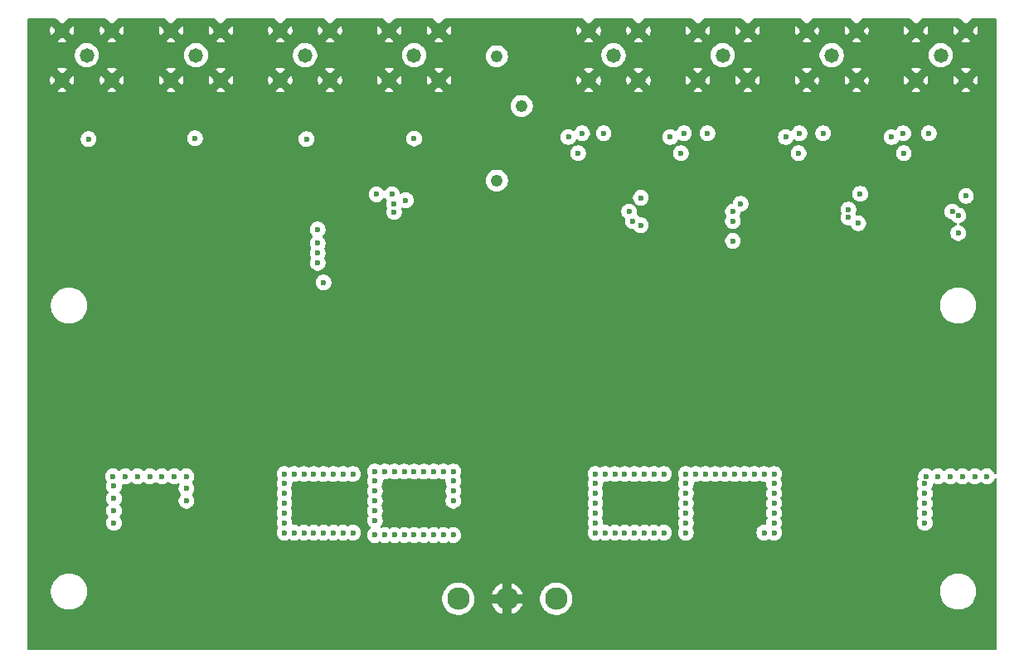
<source format=gbr>
%TF.GenerationSoftware,KiCad,Pcbnew,9.0.0*%
%TF.CreationDate,2025-03-11T12:15:18+01:00*%
%TF.ProjectId,zdc_fifo_test,7a64635f-6669-4666-9f5f-746573742e6b,rev?*%
%TF.SameCoordinates,Original*%
%TF.FileFunction,Copper,L2,Inr*%
%TF.FilePolarity,Positive*%
%FSLAX46Y46*%
G04 Gerber Fmt 4.6, Leading zero omitted, Abs format (unit mm)*
G04 Created by KiCad (PCBNEW 9.0.0) date 2025-03-11 12:15:18*
%MOMM*%
%LPD*%
G01*
G04 APERTURE LIST*
%TA.AperFunction,ComponentPad*%
%ADD10C,1.473200*%
%TD*%
%TA.AperFunction,ComponentPad*%
%ADD11C,2.300000*%
%TD*%
%TA.AperFunction,ComponentPad*%
%ADD12C,1.240000*%
%TD*%
%TA.AperFunction,ViaPad*%
%ADD13C,0.600000*%
%TD*%
G04 APERTURE END LIST*
D10*
%TO.N,Net-(J1-Pad1)*%
%TO.C,J1*%
X159830960Y-110250000D03*
%TO.N,GND*%
X157290960Y-107710000D03*
X157290960Y-112790000D03*
X162370960Y-112790000D03*
X162370960Y-107710000D03*
%TD*%
%TO.N,Net-(J2-Pad1)*%
%TO.C,J2*%
X170970640Y-110250000D03*
%TO.N,GND*%
X168430640Y-107710000D03*
X168430640Y-112790000D03*
X173510640Y-112790000D03*
X173510640Y-107710000D03*
%TD*%
D11*
%TO.N,+12V_NIM*%
%TO.C,U1*%
X207750000Y-165750000D03*
%TO.N,GND*%
X202750000Y-165750000D03*
%TO.N,-12V_NIM*%
X197750000Y-165750000D03*
%TD*%
D10*
%TO.N,Net-(J6-Pad1)*%
%TO.C,J6*%
X224750000Y-110250000D03*
%TO.N,GND*%
X222210000Y-107710000D03*
X222210000Y-112790000D03*
X227290000Y-112790000D03*
X227290000Y-107710000D03*
%TD*%
D12*
%TO.N,-5V_stg2*%
%TO.C,VR2*%
X201708620Y-123038500D03*
%TO.N,Net-(VR2-WIPER)*%
X204248620Y-115418500D03*
%TO.N,+5V_stg2*%
X201708620Y-110338500D03*
%TD*%
D10*
%TO.N,Net-(J7-Pad1)*%
%TO.C,J7*%
X235889680Y-110250000D03*
%TO.N,GND*%
X233349680Y-107710000D03*
X233349680Y-112790000D03*
X238429680Y-112790000D03*
X238429680Y-107710000D03*
%TD*%
%TO.N,Net-(J4-Pad1)*%
%TO.C,J4*%
X193250000Y-110250000D03*
%TO.N,GND*%
X190710000Y-107710000D03*
X190710000Y-112790000D03*
X195790000Y-112790000D03*
X195790000Y-107710000D03*
%TD*%
%TO.N,Net-(J5-Pad1)*%
%TO.C,J5*%
X213610320Y-110250000D03*
%TO.N,GND*%
X211070320Y-107710000D03*
X211070320Y-112790000D03*
X216150320Y-112790000D03*
X216150320Y-107710000D03*
%TD*%
%TO.N,Net-(J3-Pad1)*%
%TO.C,J3*%
X182110320Y-110250000D03*
%TO.N,GND*%
X179570320Y-107710000D03*
X179570320Y-112790000D03*
X184650320Y-112790000D03*
X184650320Y-107710000D03*
%TD*%
%TO.N,Net-(J8-Pad1)*%
%TO.C,J8*%
X247029360Y-110250000D03*
%TO.N,GND*%
X244489360Y-107710000D03*
X244489360Y-112790000D03*
X249569360Y-112790000D03*
X249569360Y-107710000D03*
%TD*%
D13*
%TO.N,GND*%
X218600000Y-122000000D03*
X229000000Y-122000000D03*
X241000000Y-122000000D03*
X252000000Y-121800000D03*
%TO.N,Net-(IC1-NONINVERTING_INPUT)*%
X183400000Y-128035000D03*
X160000000Y-118800000D03*
X170875000Y-118725000D03*
X182250000Y-118800000D03*
%TO.N,GND*%
X176000000Y-124400000D03*
%TO.N,-5V_stg2*%
X226600000Y-125400000D03*
X215600000Y-127200000D03*
X248200000Y-126200000D03*
X248800000Y-126600000D03*
X237600000Y-126800000D03*
%TO.N,GND*%
X217800000Y-145600000D03*
X223800000Y-146800000D03*
X222600000Y-143800000D03*
X223800000Y-142600000D03*
X219000000Y-145600000D03*
X220200000Y-142600000D03*
X223800000Y-148400000D03*
X223800000Y-145600000D03*
X217800000Y-143800000D03*
X222600000Y-148400000D03*
X219000000Y-148400000D03*
X217800000Y-148400000D03*
X221400000Y-143800000D03*
X217800000Y-146800000D03*
X223800000Y-143800000D03*
X216600000Y-145600000D03*
X216600000Y-146800000D03*
X219000000Y-146800000D03*
X222600000Y-145600000D03*
X219000000Y-143800000D03*
X221400000Y-148400000D03*
X220200000Y-146800000D03*
X221400000Y-146800000D03*
X216600000Y-142600000D03*
X221400000Y-142600000D03*
X220200000Y-148400000D03*
X216600000Y-148400000D03*
X220200000Y-145600000D03*
X220200000Y-143800000D03*
X222600000Y-146800000D03*
X222600000Y-142600000D03*
X221400000Y-145600000D03*
X219000000Y-142600000D03*
X216600000Y-143800000D03*
X217800000Y-142600000D03*
X185000000Y-146800000D03*
X187400000Y-146800000D03*
X191000000Y-145600000D03*
X187400000Y-143800000D03*
X189800000Y-143800000D03*
X186200000Y-146800000D03*
X192200000Y-143800000D03*
X185000000Y-145600000D03*
X186200000Y-145600000D03*
X192200000Y-146800000D03*
X191000000Y-143800000D03*
X192200000Y-142600000D03*
X187400000Y-145600000D03*
X188600000Y-142600000D03*
X192200000Y-145600000D03*
X186200000Y-143800000D03*
X189800000Y-142600000D03*
X188600000Y-148400000D03*
X185000000Y-148400000D03*
X191000000Y-148400000D03*
X187400000Y-148400000D03*
X186200000Y-148400000D03*
X192200000Y-148400000D03*
X189800000Y-148400000D03*
X188600000Y-146800000D03*
X189800000Y-146800000D03*
X185000000Y-142600000D03*
X191000000Y-142600000D03*
X185000000Y-143800000D03*
X189800000Y-145600000D03*
X187400000Y-142600000D03*
X188600000Y-145600000D03*
X191000000Y-146800000D03*
X188600000Y-143800000D03*
X186200000Y-142600000D03*
X207600000Y-141200000D03*
X207600000Y-142400000D03*
X207600000Y-143600000D03*
X207600000Y-149600000D03*
X206400000Y-142400000D03*
X207600000Y-146000000D03*
X206400000Y-143600000D03*
X206400000Y-148400000D03*
X207600000Y-148400000D03*
X206400000Y-149600000D03*
X207600000Y-144800000D03*
X206400000Y-147200000D03*
X207600000Y-147200000D03*
X207600000Y-150800000D03*
X206400000Y-141200000D03*
X206400000Y-144800000D03*
X206400000Y-146000000D03*
X206400000Y-150800000D03*
X203200000Y-141000000D03*
X203200000Y-142200000D03*
X203200000Y-143400000D03*
X203200000Y-149400000D03*
X202000000Y-142200000D03*
X203200000Y-145800000D03*
X202000000Y-143400000D03*
X202000000Y-148200000D03*
X203200000Y-148200000D03*
X202000000Y-149400000D03*
X203200000Y-144600000D03*
X202000000Y-147000000D03*
X203200000Y-147000000D03*
X203200000Y-150600000D03*
X202000000Y-141000000D03*
X202000000Y-144600000D03*
X202000000Y-145800000D03*
X202000000Y-150600000D03*
X210200000Y-141200000D03*
X210200000Y-142400000D03*
X210200000Y-143600000D03*
X210200000Y-149600000D03*
X209000000Y-142400000D03*
X210200000Y-146000000D03*
X209000000Y-143600000D03*
X209000000Y-148400000D03*
X210200000Y-148400000D03*
X209000000Y-149600000D03*
X210200000Y-144800000D03*
X209000000Y-147200000D03*
X210200000Y-147200000D03*
X210200000Y-150800000D03*
X209000000Y-141200000D03*
X209000000Y-144800000D03*
X209000000Y-146000000D03*
X209000000Y-150800000D03*
X200200000Y-141000000D03*
X200200000Y-142200000D03*
X200200000Y-143400000D03*
X200200000Y-149400000D03*
X199000000Y-142200000D03*
X200200000Y-145800000D03*
X199000000Y-143400000D03*
X199000000Y-148200000D03*
X200200000Y-148200000D03*
X199000000Y-149400000D03*
X200200000Y-144600000D03*
X199000000Y-147000000D03*
X200200000Y-147000000D03*
X200200000Y-150600000D03*
X199000000Y-141000000D03*
X199000000Y-144600000D03*
X199000000Y-145800000D03*
X199000000Y-150600000D03*
%TO.N,+5V_stg1*%
X189400000Y-124450000D03*
%TO.N,GND*%
X191600000Y-129850000D03*
X227800000Y-157500000D03*
%TO.N,+5V_stg2*%
X220800000Y-118200000D03*
X210400000Y-118200000D03*
%TO.N,GND*%
X209000000Y-115400000D03*
%TO.N,+5V_stg2*%
X209000000Y-118600000D03*
X219400000Y-118600000D03*
%TO.N,GND*%
X219400000Y-115400000D03*
X221400000Y-116400000D03*
X222400000Y-116400000D03*
%TO.N,+5V_stg2*%
X223200000Y-118200000D03*
%TO.N,GND*%
X211000000Y-116400000D03*
X212000000Y-116400000D03*
%TO.N,+5V_stg2*%
X212600000Y-118200000D03*
X232600000Y-118200000D03*
X231200000Y-118600000D03*
%TO.N,GND*%
X231200000Y-115200000D03*
X233200000Y-116400000D03*
X234200000Y-116400000D03*
%TO.N,+5V_stg2*%
X235000000Y-118200000D03*
X242000000Y-118600000D03*
X243200000Y-118200000D03*
X245800000Y-118200000D03*
%TO.N,GND*%
X242000000Y-115200000D03*
X244000000Y-116400000D03*
X245000000Y-116400000D03*
X218800000Y-126600000D03*
X218200000Y-125400000D03*
X217600000Y-126400000D03*
%TO.N,-5V_stg2*%
X216400000Y-127600000D03*
X216400000Y-124800000D03*
X215200000Y-126200000D03*
%TO.N,GND*%
X240400000Y-125200000D03*
X240600000Y-126200000D03*
X242000000Y-127400000D03*
%TO.N,-5V_stg2*%
X238600000Y-127400000D03*
X238800000Y-124400000D03*
X237600000Y-126000000D03*
X249600000Y-124600000D03*
%TO.N,GND*%
X251400000Y-125400000D03*
%TO.N,-5V_stg2*%
X225800000Y-129200000D03*
X225800000Y-127200000D03*
X225800000Y-126200000D03*
%TO.N,GND*%
X228200000Y-128400000D03*
X228200000Y-127200000D03*
X228200000Y-126200000D03*
%TO.N,-5V_stg2*%
X248800000Y-128400000D03*
%TO.N,GND*%
X251400000Y-127600000D03*
X251200000Y-126400000D03*
%TO.N,+5V_stg1*%
X191200000Y-126250000D03*
%TO.N,GND*%
X196200000Y-147000000D03*
X180200000Y-144600000D03*
X173600000Y-115600000D03*
X185800000Y-131450000D03*
X211800000Y-150800000D03*
X185800000Y-130450000D03*
X214500000Y-154500000D03*
X229200000Y-143400000D03*
X234412500Y-142750000D03*
X194750000Y-156000000D03*
X181400000Y-149400000D03*
X211800000Y-146000000D03*
X211800000Y-144800000D03*
X228000000Y-144600000D03*
X250270000Y-154750000D03*
X240200000Y-153400000D03*
X197400000Y-145800000D03*
X192400000Y-121650000D03*
X228000000Y-149400000D03*
X211800000Y-141200000D03*
X235912500Y-144250000D03*
X196200000Y-144600000D03*
X228000000Y-147000000D03*
X213000000Y-150800000D03*
X157400000Y-157000000D03*
X180200000Y-150600000D03*
X229200000Y-150600000D03*
X181400000Y-145800000D03*
X180200000Y-147000000D03*
X196200000Y-141000000D03*
X162600000Y-115600000D03*
X158600000Y-158400000D03*
X196200000Y-150600000D03*
X240200000Y-155800000D03*
X167895000Y-154750000D03*
X196200000Y-145800000D03*
X252000000Y-157250000D03*
X229200000Y-148200000D03*
X213000000Y-147200000D03*
X185600000Y-133450000D03*
X229200000Y-145800000D03*
X197400000Y-148200000D03*
X197400000Y-142200000D03*
X197400000Y-149400000D03*
X211800000Y-147200000D03*
X158600000Y-153400000D03*
X213000000Y-144800000D03*
X197400000Y-143400000D03*
X180200000Y-145800000D03*
X229200000Y-141000000D03*
X180200000Y-148200000D03*
X169250000Y-157250000D03*
X181400000Y-142200000D03*
X229200000Y-147000000D03*
X211800000Y-149600000D03*
X228000000Y-141000000D03*
X182760000Y-154500000D03*
X196200000Y-148200000D03*
X213000000Y-148400000D03*
X190130000Y-122700000D03*
X229200000Y-149400000D03*
X211800000Y-148400000D03*
X226270000Y-155000000D03*
X181400000Y-147000000D03*
X180200000Y-143400000D03*
X157400000Y-158400000D03*
X159800000Y-153400000D03*
X241400000Y-153400000D03*
X180200000Y-141000000D03*
X197400000Y-147000000D03*
X180200000Y-149400000D03*
X170571250Y-143250000D03*
X211800000Y-143600000D03*
X180200000Y-142200000D03*
X197400000Y-141000000D03*
X228000000Y-143400000D03*
X228000000Y-150600000D03*
X182760000Y-155500000D03*
X196200000Y-143400000D03*
X250270000Y-155750000D03*
X235912500Y-145250000D03*
X213000000Y-146000000D03*
X196200000Y-142200000D03*
X240200000Y-158400000D03*
X157400000Y-154600000D03*
X196250000Y-157500000D03*
X196200000Y-115600000D03*
X211800000Y-142400000D03*
X213250000Y-157000000D03*
X194750000Y-155000000D03*
X196200000Y-149400000D03*
X181500000Y-157000000D03*
X172071250Y-146000000D03*
X197400000Y-144600000D03*
X181400000Y-144600000D03*
X228000000Y-142200000D03*
X213000000Y-149600000D03*
X242600000Y-153400000D03*
X181400000Y-148200000D03*
X191200000Y-122050000D03*
X229200000Y-144600000D03*
X181400000Y-150600000D03*
X170571250Y-144250000D03*
X241400000Y-158400000D03*
X181400000Y-143400000D03*
X214500000Y-155500000D03*
X213000000Y-143600000D03*
X167895000Y-155750000D03*
X226270000Y-156000000D03*
X197400000Y-150600000D03*
X240200000Y-157000000D03*
X228000000Y-148200000D03*
X184800000Y-115600000D03*
X181400000Y-141000000D03*
X240200000Y-154600000D03*
X157400000Y-155800000D03*
X213000000Y-142400000D03*
X213000000Y-141200000D03*
X228000000Y-145800000D03*
X229200000Y-142200000D03*
X157400000Y-153400000D03*
%TO.N,+12V_NIM*%
X217750000Y-159000000D03*
X213750000Y-153000000D03*
X181000000Y-153000000D03*
X216750000Y-153000000D03*
X218750000Y-159000000D03*
X211750000Y-153000000D03*
X180000000Y-158000000D03*
X211750000Y-158000000D03*
X181000000Y-159000000D03*
X214750000Y-159000000D03*
X180000000Y-155000000D03*
X216750000Y-159000000D03*
X183000000Y-159000000D03*
X211750000Y-154000000D03*
X184000000Y-153000000D03*
X180000000Y-157000000D03*
X185000000Y-153000000D03*
X183000000Y-153000000D03*
X215750000Y-159000000D03*
X186000000Y-153000000D03*
X182000000Y-153000000D03*
X185000000Y-159000000D03*
X180000000Y-154000000D03*
X180000000Y-153000000D03*
X214750000Y-153000000D03*
X212750000Y-153000000D03*
X211750000Y-157000000D03*
X213750000Y-159000000D03*
X218750000Y-153000000D03*
X182000000Y-159000000D03*
X215750000Y-153000000D03*
X217750000Y-153000000D03*
X180000000Y-159000000D03*
X187000000Y-159000000D03*
X184000000Y-159000000D03*
X211750000Y-159000000D03*
X186000000Y-159000000D03*
X212750000Y-159000000D03*
X180000000Y-156000000D03*
X187000000Y-153000000D03*
X211750000Y-155000000D03*
X211750000Y-156000000D03*
%TO.N,-5V_stg1*%
X163750000Y-153250000D03*
X165000000Y-153250000D03*
X162600000Y-158000000D03*
X170000000Y-153250000D03*
X162600000Y-154250000D03*
X184000000Y-133450000D03*
X170000000Y-154500000D03*
X183400000Y-131450000D03*
X183400000Y-129450000D03*
X162600000Y-155500000D03*
X162600000Y-156750000D03*
X170000000Y-155750000D03*
X162500000Y-153250000D03*
X166250000Y-153250000D03*
X167500000Y-153250000D03*
X183400000Y-130450000D03*
X168750000Y-153250000D03*
%TO.N,+5V_stg1*%
X190250000Y-152750000D03*
X192250000Y-152750000D03*
X191200000Y-125450000D03*
X195250000Y-152750000D03*
X189250000Y-155750000D03*
X197250000Y-153750000D03*
X194250000Y-152750000D03*
X189250000Y-153750000D03*
X191000000Y-124450000D03*
X196250000Y-152750000D03*
X196250000Y-159250000D03*
X192250000Y-159250000D03*
X197250000Y-152750000D03*
X189250000Y-156750000D03*
X189250000Y-157750000D03*
X193250000Y-159250000D03*
X191250000Y-152750000D03*
X192400000Y-125050000D03*
X193250000Y-152750000D03*
X194250000Y-159250000D03*
X189250000Y-152750000D03*
X190250000Y-159250000D03*
X197250000Y-159250000D03*
X191250000Y-159250000D03*
X189250000Y-159250000D03*
X197250000Y-154750000D03*
X197250000Y-155750000D03*
X189250000Y-154750000D03*
X195250000Y-159250000D03*
%TO.N,+5V_stg2*%
X229000000Y-153000000D03*
X226000000Y-153000000D03*
X230000000Y-157000000D03*
X221000000Y-156000000D03*
X221000000Y-153000000D03*
X230000000Y-154000000D03*
X221000000Y-158000000D03*
X222000000Y-153000000D03*
X221000000Y-154000000D03*
X223000000Y-153000000D03*
X227000000Y-153000000D03*
X230000000Y-155000000D03*
X230000000Y-153000000D03*
X230000000Y-158000000D03*
X228000000Y-153000000D03*
X230000000Y-156000000D03*
X221000000Y-159000000D03*
X221000000Y-157000000D03*
X229000000Y-159000000D03*
X224000000Y-153000000D03*
X230000000Y-159000000D03*
X225000000Y-153000000D03*
X221000000Y-155000000D03*
%TO.N,-5V_stg2*%
X250500000Y-153250000D03*
X248000000Y-153250000D03*
X245400000Y-156000000D03*
X245400000Y-155000000D03*
X245400000Y-158000000D03*
X246750000Y-153250000D03*
X245500000Y-153250000D03*
X245400000Y-157000000D03*
X245400000Y-154000000D03*
X249250000Y-153250000D03*
X251750000Y-153250000D03*
%TO.N,Net-(VR2-WIPER)*%
X243250000Y-120250000D03*
X210000000Y-120250000D03*
X232500000Y-120250000D03*
X220500000Y-120250000D03*
%TO.N,Net-(IC1-NONINVERTING_INPUT)*%
X193250000Y-118750000D03*
%TD*%
%TA.AperFunction,Conductor*%
%TO.N,GND*%
G36*
X156733532Y-106520185D02*
G01*
X156754174Y-106536819D01*
X157290960Y-107073604D01*
X157290961Y-107073604D01*
X157827744Y-106536819D01*
X157889067Y-106503334D01*
X157915425Y-106500500D01*
X161746493Y-106500500D01*
X161813532Y-106520185D01*
X161834174Y-106536819D01*
X162370960Y-107073604D01*
X162370961Y-107073604D01*
X162907744Y-106536819D01*
X162969067Y-106503334D01*
X162995425Y-106500500D01*
X167806173Y-106500500D01*
X167873212Y-106520185D01*
X167893854Y-106536819D01*
X168430640Y-107073604D01*
X168430641Y-107073604D01*
X168967424Y-106536819D01*
X169028747Y-106503334D01*
X169055105Y-106500500D01*
X172886173Y-106500500D01*
X172953212Y-106520185D01*
X172973854Y-106536819D01*
X173510640Y-107073604D01*
X173510641Y-107073604D01*
X174047424Y-106536819D01*
X174108747Y-106503334D01*
X174135105Y-106500500D01*
X178945853Y-106500500D01*
X179012892Y-106520185D01*
X179033534Y-106536819D01*
X179570320Y-107073604D01*
X179570321Y-107073604D01*
X180107104Y-106536819D01*
X180168427Y-106503334D01*
X180194785Y-106500500D01*
X184025853Y-106500500D01*
X184092892Y-106520185D01*
X184113534Y-106536819D01*
X184650320Y-107073604D01*
X184650321Y-107073604D01*
X185187104Y-106536819D01*
X185248427Y-106503334D01*
X185274785Y-106500500D01*
X190085533Y-106500500D01*
X190152572Y-106520185D01*
X190173214Y-106536819D01*
X190710000Y-107073604D01*
X190710001Y-107073604D01*
X191246784Y-106536819D01*
X191308107Y-106503334D01*
X191334465Y-106500500D01*
X195165533Y-106500500D01*
X195232572Y-106520185D01*
X195253214Y-106536819D01*
X195790000Y-107073604D01*
X195790001Y-107073604D01*
X196326784Y-106536819D01*
X196388107Y-106503334D01*
X196414465Y-106500500D01*
X210445853Y-106500500D01*
X210512892Y-106520185D01*
X210533534Y-106536819D01*
X211070320Y-107073604D01*
X211070321Y-107073604D01*
X211607104Y-106536819D01*
X211668427Y-106503334D01*
X211694785Y-106500500D01*
X215525853Y-106500500D01*
X215592892Y-106520185D01*
X215613534Y-106536819D01*
X216150320Y-107073604D01*
X216150321Y-107073604D01*
X216687104Y-106536819D01*
X216748427Y-106503334D01*
X216774785Y-106500500D01*
X221585533Y-106500500D01*
X221652572Y-106520185D01*
X221673214Y-106536819D01*
X222210000Y-107073604D01*
X222210001Y-107073604D01*
X222746784Y-106536819D01*
X222808107Y-106503334D01*
X222834465Y-106500500D01*
X226665533Y-106500500D01*
X226732572Y-106520185D01*
X226753214Y-106536819D01*
X227290000Y-107073604D01*
X227290001Y-107073604D01*
X227826784Y-106536819D01*
X227888107Y-106503334D01*
X227914465Y-106500500D01*
X232725213Y-106500500D01*
X232792252Y-106520185D01*
X232812894Y-106536819D01*
X233349680Y-107073604D01*
X233349681Y-107073604D01*
X233886464Y-106536819D01*
X233947787Y-106503334D01*
X233974145Y-106500500D01*
X237805213Y-106500500D01*
X237872252Y-106520185D01*
X237892894Y-106536819D01*
X238429680Y-107073604D01*
X238429681Y-107073604D01*
X238966464Y-106536819D01*
X239027787Y-106503334D01*
X239054145Y-106500500D01*
X243864893Y-106500500D01*
X243931932Y-106520185D01*
X243952574Y-106536819D01*
X244489360Y-107073604D01*
X244489361Y-107073604D01*
X245026144Y-106536819D01*
X245087467Y-106503334D01*
X245113825Y-106500500D01*
X248944893Y-106500500D01*
X249011932Y-106520185D01*
X249032574Y-106536819D01*
X249569360Y-107073604D01*
X249569361Y-107073604D01*
X250106144Y-106536819D01*
X250167467Y-106503334D01*
X250193825Y-106500500D01*
X252625500Y-106500500D01*
X252692539Y-106520185D01*
X252738294Y-106572989D01*
X252749500Y-106624500D01*
X252749500Y-152947809D01*
X252729815Y-153014848D01*
X252677011Y-153060603D01*
X252607853Y-153070547D01*
X252544297Y-153041522D01*
X252510939Y-152995261D01*
X252459397Y-152870827D01*
X252459390Y-152870814D01*
X252371789Y-152739711D01*
X252371786Y-152739707D01*
X252260292Y-152628213D01*
X252260288Y-152628210D01*
X252129185Y-152540609D01*
X252129172Y-152540602D01*
X251983501Y-152480264D01*
X251983489Y-152480261D01*
X251828845Y-152449500D01*
X251828842Y-152449500D01*
X251671158Y-152449500D01*
X251671155Y-152449500D01*
X251516510Y-152480261D01*
X251516498Y-152480264D01*
X251370827Y-152540602D01*
X251370814Y-152540609D01*
X251239711Y-152628210D01*
X251239707Y-152628213D01*
X251212681Y-152655240D01*
X251151358Y-152688725D01*
X251081666Y-152683741D01*
X251037319Y-152655240D01*
X251010292Y-152628213D01*
X251010288Y-152628210D01*
X250879185Y-152540609D01*
X250879172Y-152540602D01*
X250733501Y-152480264D01*
X250733489Y-152480261D01*
X250578845Y-152449500D01*
X250578842Y-152449500D01*
X250421158Y-152449500D01*
X250421155Y-152449500D01*
X250266510Y-152480261D01*
X250266498Y-152480264D01*
X250120827Y-152540602D01*
X250120814Y-152540609D01*
X249989711Y-152628210D01*
X249989707Y-152628213D01*
X249962681Y-152655240D01*
X249901358Y-152688725D01*
X249831666Y-152683741D01*
X249787319Y-152655240D01*
X249760292Y-152628213D01*
X249760288Y-152628210D01*
X249629185Y-152540609D01*
X249629172Y-152540602D01*
X249483501Y-152480264D01*
X249483489Y-152480261D01*
X249328845Y-152449500D01*
X249328842Y-152449500D01*
X249171158Y-152449500D01*
X249171155Y-152449500D01*
X249016510Y-152480261D01*
X249016498Y-152480264D01*
X248870827Y-152540602D01*
X248870814Y-152540609D01*
X248739711Y-152628210D01*
X248739707Y-152628213D01*
X248712681Y-152655240D01*
X248651358Y-152688725D01*
X248581666Y-152683741D01*
X248537319Y-152655240D01*
X248510292Y-152628213D01*
X248510288Y-152628210D01*
X248379185Y-152540609D01*
X248379172Y-152540602D01*
X248233501Y-152480264D01*
X248233489Y-152480261D01*
X248078845Y-152449500D01*
X248078842Y-152449500D01*
X247921158Y-152449500D01*
X247921155Y-152449500D01*
X247766510Y-152480261D01*
X247766498Y-152480264D01*
X247620827Y-152540602D01*
X247620814Y-152540609D01*
X247489711Y-152628210D01*
X247489707Y-152628213D01*
X247462681Y-152655240D01*
X247401358Y-152688725D01*
X247331666Y-152683741D01*
X247287319Y-152655240D01*
X247260292Y-152628213D01*
X247260288Y-152628210D01*
X247129185Y-152540609D01*
X247129172Y-152540602D01*
X246983501Y-152480264D01*
X246983489Y-152480261D01*
X246828845Y-152449500D01*
X246828842Y-152449500D01*
X246671158Y-152449500D01*
X246671155Y-152449500D01*
X246516510Y-152480261D01*
X246516498Y-152480264D01*
X246370827Y-152540602D01*
X246370814Y-152540609D01*
X246239711Y-152628210D01*
X246239707Y-152628213D01*
X246212681Y-152655240D01*
X246151358Y-152688725D01*
X246081666Y-152683741D01*
X246037319Y-152655240D01*
X246010292Y-152628213D01*
X246010288Y-152628210D01*
X245879185Y-152540609D01*
X245879172Y-152540602D01*
X245733501Y-152480264D01*
X245733489Y-152480261D01*
X245578845Y-152449500D01*
X245578842Y-152449500D01*
X245421158Y-152449500D01*
X245421155Y-152449500D01*
X245266510Y-152480261D01*
X245266498Y-152480264D01*
X245120827Y-152540602D01*
X245120814Y-152540609D01*
X244989711Y-152628210D01*
X244989707Y-152628213D01*
X244878213Y-152739707D01*
X244878210Y-152739711D01*
X244790609Y-152870814D01*
X244790602Y-152870827D01*
X244730264Y-153016498D01*
X244730261Y-153016510D01*
X244699500Y-153171153D01*
X244699500Y-153328846D01*
X244731451Y-153489472D01*
X244729584Y-153489843D01*
X244730129Y-153550869D01*
X244713949Y-153585885D01*
X244690607Y-153620819D01*
X244690602Y-153620828D01*
X244630264Y-153766498D01*
X244630261Y-153766510D01*
X244599500Y-153921153D01*
X244599500Y-154078846D01*
X244630261Y-154233489D01*
X244630264Y-154233501D01*
X244690602Y-154379172D01*
X244690609Y-154379185D01*
X244725304Y-154431109D01*
X244746182Y-154497786D01*
X244727698Y-154565167D01*
X244725304Y-154568891D01*
X244690609Y-154620814D01*
X244690602Y-154620827D01*
X244630264Y-154766498D01*
X244630261Y-154766510D01*
X244599500Y-154921153D01*
X244599500Y-155078846D01*
X244630261Y-155233489D01*
X244630264Y-155233501D01*
X244690602Y-155379172D01*
X244690609Y-155379185D01*
X244725304Y-155431109D01*
X244746182Y-155497786D01*
X244727698Y-155565167D01*
X244725304Y-155568891D01*
X244690609Y-155620814D01*
X244690602Y-155620827D01*
X244630264Y-155766498D01*
X244630261Y-155766510D01*
X244599500Y-155921153D01*
X244599500Y-156078846D01*
X244630261Y-156233489D01*
X244630264Y-156233501D01*
X244690602Y-156379172D01*
X244690609Y-156379185D01*
X244725304Y-156431109D01*
X244746182Y-156497786D01*
X244727698Y-156565167D01*
X244725304Y-156568891D01*
X244690609Y-156620814D01*
X244690602Y-156620827D01*
X244630264Y-156766498D01*
X244630261Y-156766510D01*
X244599500Y-156921153D01*
X244599500Y-157078846D01*
X244630261Y-157233489D01*
X244630264Y-157233501D01*
X244690602Y-157379172D01*
X244690609Y-157379185D01*
X244725304Y-157431109D01*
X244746182Y-157497786D01*
X244727698Y-157565167D01*
X244725304Y-157568891D01*
X244690609Y-157620814D01*
X244690602Y-157620827D01*
X244630264Y-157766498D01*
X244630261Y-157766510D01*
X244599500Y-157921153D01*
X244599500Y-158078846D01*
X244630261Y-158233489D01*
X244630264Y-158233501D01*
X244690602Y-158379172D01*
X244690609Y-158379185D01*
X244778210Y-158510288D01*
X244778213Y-158510292D01*
X244889707Y-158621786D01*
X244889711Y-158621789D01*
X245020814Y-158709390D01*
X245020827Y-158709397D01*
X245094013Y-158739711D01*
X245166503Y-158769737D01*
X245321153Y-158800499D01*
X245321156Y-158800500D01*
X245321158Y-158800500D01*
X245478844Y-158800500D01*
X245478845Y-158800499D01*
X245633497Y-158769737D01*
X245779179Y-158709394D01*
X245910289Y-158621789D01*
X246021789Y-158510289D01*
X246109394Y-158379179D01*
X246169737Y-158233497D01*
X246200500Y-158078842D01*
X246200500Y-157921158D01*
X246200500Y-157921155D01*
X246200499Y-157921153D01*
X246169738Y-157766510D01*
X246169737Y-157766503D01*
X246130242Y-157671153D01*
X246109396Y-157620825D01*
X246109394Y-157620822D01*
X246109394Y-157620821D01*
X246074694Y-157568889D01*
X246053816Y-157502215D01*
X246072300Y-157434835D01*
X246074676Y-157431136D01*
X246109394Y-157379179D01*
X246169737Y-157233497D01*
X246200500Y-157078842D01*
X246200500Y-156921158D01*
X246200500Y-156921155D01*
X246200499Y-156921153D01*
X246169738Y-156766510D01*
X246169737Y-156766503D01*
X246130242Y-156671153D01*
X246109396Y-156620825D01*
X246109394Y-156620822D01*
X246109394Y-156620821D01*
X246074694Y-156568889D01*
X246053816Y-156502215D01*
X246072300Y-156434835D01*
X246074676Y-156431136D01*
X246109394Y-156379179D01*
X246169737Y-156233497D01*
X246200500Y-156078842D01*
X246200500Y-155921158D01*
X246200500Y-155921155D01*
X246200499Y-155921153D01*
X246169738Y-155766510D01*
X246169737Y-155766503D01*
X246130242Y-155671153D01*
X246109396Y-155620825D01*
X246109394Y-155620822D01*
X246109394Y-155620821D01*
X246074694Y-155568889D01*
X246053816Y-155502215D01*
X246072300Y-155434835D01*
X246074676Y-155431136D01*
X246109394Y-155379179D01*
X246169737Y-155233497D01*
X246200500Y-155078842D01*
X246200500Y-154921158D01*
X246200500Y-154921155D01*
X246200499Y-154921153D01*
X246199938Y-154918334D01*
X246169737Y-154766503D01*
X246130242Y-154671153D01*
X246109396Y-154620825D01*
X246109394Y-154620822D01*
X246109394Y-154620821D01*
X246074694Y-154568889D01*
X246053816Y-154502215D01*
X246072300Y-154434835D01*
X246074676Y-154431136D01*
X246109394Y-154379179D01*
X246169737Y-154233497D01*
X246200500Y-154078842D01*
X246200500Y-154074424D01*
X246220185Y-154007385D01*
X246272989Y-153961630D01*
X246342147Y-153951686D01*
X246371952Y-153959863D01*
X246444013Y-153989711D01*
X246516503Y-154019737D01*
X246652155Y-154046720D01*
X246671153Y-154050499D01*
X246671156Y-154050500D01*
X246671158Y-154050500D01*
X246828844Y-154050500D01*
X246828845Y-154050499D01*
X246983497Y-154019737D01*
X247096166Y-153973067D01*
X247129172Y-153959397D01*
X247129172Y-153959396D01*
X247129179Y-153959394D01*
X247260289Y-153871789D01*
X247261257Y-153870821D01*
X247287319Y-153844760D01*
X247348642Y-153811275D01*
X247418334Y-153816259D01*
X247462681Y-153844760D01*
X247489707Y-153871786D01*
X247489711Y-153871789D01*
X247620814Y-153959390D01*
X247620827Y-153959397D01*
X247694013Y-153989711D01*
X247766503Y-154019737D01*
X247902155Y-154046720D01*
X247921153Y-154050499D01*
X247921156Y-154050500D01*
X247921158Y-154050500D01*
X248078844Y-154050500D01*
X248078845Y-154050499D01*
X248233497Y-154019737D01*
X248346166Y-153973067D01*
X248379172Y-153959397D01*
X248379172Y-153959396D01*
X248379179Y-153959394D01*
X248510289Y-153871789D01*
X248511257Y-153870821D01*
X248537319Y-153844760D01*
X248598642Y-153811275D01*
X248668334Y-153816259D01*
X248712681Y-153844760D01*
X248739707Y-153871786D01*
X248739711Y-153871789D01*
X248870814Y-153959390D01*
X248870827Y-153959397D01*
X248944013Y-153989711D01*
X249016503Y-154019737D01*
X249152155Y-154046720D01*
X249171153Y-154050499D01*
X249171156Y-154050500D01*
X249171158Y-154050500D01*
X249328844Y-154050500D01*
X249328845Y-154050499D01*
X249483497Y-154019737D01*
X249596166Y-153973067D01*
X249629172Y-153959397D01*
X249629172Y-153959396D01*
X249629179Y-153959394D01*
X249760289Y-153871789D01*
X249761257Y-153870821D01*
X249787319Y-153844760D01*
X249848642Y-153811275D01*
X249918334Y-153816259D01*
X249962681Y-153844760D01*
X249989707Y-153871786D01*
X249989711Y-153871789D01*
X250120814Y-153959390D01*
X250120827Y-153959397D01*
X250194013Y-153989711D01*
X250266503Y-154019737D01*
X250402155Y-154046720D01*
X250421153Y-154050499D01*
X250421156Y-154050500D01*
X250421158Y-154050500D01*
X250578844Y-154050500D01*
X250578845Y-154050499D01*
X250733497Y-154019737D01*
X250846166Y-153973067D01*
X250879172Y-153959397D01*
X250879172Y-153959396D01*
X250879179Y-153959394D01*
X251010289Y-153871789D01*
X251011257Y-153870821D01*
X251037319Y-153844760D01*
X251098642Y-153811275D01*
X251168334Y-153816259D01*
X251212681Y-153844760D01*
X251239707Y-153871786D01*
X251239711Y-153871789D01*
X251370814Y-153959390D01*
X251370827Y-153959397D01*
X251444013Y-153989711D01*
X251516503Y-154019737D01*
X251652155Y-154046720D01*
X251671153Y-154050499D01*
X251671156Y-154050500D01*
X251671158Y-154050500D01*
X251828844Y-154050500D01*
X251828845Y-154050499D01*
X251983497Y-154019737D01*
X252096166Y-153973067D01*
X252129172Y-153959397D01*
X252129172Y-153959396D01*
X252129179Y-153959394D01*
X252260289Y-153871789D01*
X252371789Y-153760289D01*
X252459394Y-153629179D01*
X252462853Y-153620828D01*
X252510939Y-153504738D01*
X252554779Y-153450334D01*
X252621074Y-153428269D01*
X252688773Y-153445548D01*
X252736384Y-153496685D01*
X252749500Y-153552190D01*
X252749500Y-170875500D01*
X252729815Y-170942539D01*
X252677011Y-170988294D01*
X252625500Y-170999500D01*
X153874500Y-170999500D01*
X153807461Y-170979815D01*
X153761706Y-170927011D01*
X153750500Y-170875500D01*
X153750500Y-164878711D01*
X156149500Y-164878711D01*
X156149500Y-165121288D01*
X156181161Y-165361785D01*
X156243947Y-165596104D01*
X156336773Y-165820205D01*
X156336776Y-165820212D01*
X156458064Y-166030289D01*
X156458066Y-166030292D01*
X156458067Y-166030293D01*
X156605733Y-166222736D01*
X156605739Y-166222743D01*
X156777256Y-166394260D01*
X156777263Y-166394266D01*
X156877497Y-166471178D01*
X156969711Y-166541936D01*
X157179788Y-166663224D01*
X157403900Y-166756054D01*
X157638211Y-166818838D01*
X157818586Y-166842584D01*
X157878711Y-166850500D01*
X157878712Y-166850500D01*
X158121289Y-166850500D01*
X158169388Y-166844167D01*
X158361789Y-166818838D01*
X158596100Y-166756054D01*
X158820212Y-166663224D01*
X159030289Y-166541936D01*
X159222738Y-166394265D01*
X159394265Y-166222738D01*
X159541936Y-166030289D01*
X159663224Y-165820212D01*
X159746114Y-165620097D01*
X196099500Y-165620097D01*
X196099500Y-165879902D01*
X196140140Y-166136493D01*
X196220422Y-166383576D01*
X196338368Y-166615054D01*
X196486426Y-166818838D01*
X196491069Y-166825229D01*
X196674771Y-167008931D01*
X196884949Y-167161634D01*
X197032445Y-167236787D01*
X197116423Y-167279577D01*
X197116425Y-167279577D01*
X197116428Y-167279579D01*
X197363507Y-167359860D01*
X197495706Y-167380797D01*
X197620098Y-167400500D01*
X197620103Y-167400500D01*
X197879902Y-167400500D01*
X197993298Y-167382539D01*
X198136493Y-167359860D01*
X198383572Y-167279579D01*
X198615051Y-167161634D01*
X198825229Y-167008931D01*
X199008931Y-166825229D01*
X199161634Y-166615051D01*
X199279579Y-166383572D01*
X199359860Y-166136493D01*
X199386425Y-165968767D01*
X199400500Y-165879902D01*
X199400500Y-165620097D01*
X199359860Y-165363506D01*
X199358750Y-165360090D01*
X199358750Y-165360089D01*
X199339225Y-165299999D01*
X201161301Y-165299999D01*
X201161302Y-165300000D01*
X202148663Y-165300000D01*
X202085359Y-165394742D01*
X202028822Y-165531233D01*
X202000000Y-165676131D01*
X202000000Y-165823869D01*
X202028822Y-165968767D01*
X202085359Y-166105258D01*
X202148663Y-166200000D01*
X201161302Y-166200000D01*
X201220883Y-166383377D01*
X201220884Y-166383380D01*
X201338796Y-166614791D01*
X201491445Y-166824896D01*
X201491449Y-166824901D01*
X201675098Y-167008550D01*
X201675103Y-167008554D01*
X201885208Y-167161203D01*
X202116619Y-167279115D01*
X202116622Y-167279116D01*
X202299999Y-167338698D01*
X202300000Y-167338697D01*
X202300000Y-166351336D01*
X202394742Y-166414641D01*
X202531233Y-166471178D01*
X202676131Y-166500000D01*
X202823869Y-166500000D01*
X202968767Y-166471178D01*
X203105258Y-166414641D01*
X203200000Y-166351336D01*
X203200000Y-167338698D01*
X203383377Y-167279116D01*
X203383380Y-167279115D01*
X203614791Y-167161203D01*
X203824896Y-167008554D01*
X203824901Y-167008550D01*
X204008550Y-166824901D01*
X204008554Y-166824896D01*
X204161203Y-166614791D01*
X204279115Y-166383380D01*
X204279116Y-166383377D01*
X204338698Y-166200000D01*
X203351337Y-166200000D01*
X203414641Y-166105258D01*
X203471178Y-165968767D01*
X203500000Y-165823869D01*
X203500000Y-165676131D01*
X203488854Y-165620097D01*
X206099500Y-165620097D01*
X206099500Y-165879902D01*
X206140140Y-166136493D01*
X206220422Y-166383576D01*
X206338368Y-166615054D01*
X206486426Y-166818838D01*
X206491069Y-166825229D01*
X206674771Y-167008931D01*
X206884949Y-167161634D01*
X207032445Y-167236787D01*
X207116423Y-167279577D01*
X207116425Y-167279577D01*
X207116428Y-167279579D01*
X207363507Y-167359860D01*
X207495706Y-167380797D01*
X207620098Y-167400500D01*
X207620103Y-167400500D01*
X207879902Y-167400500D01*
X207993298Y-167382539D01*
X208136493Y-167359860D01*
X208383572Y-167279579D01*
X208615051Y-167161634D01*
X208825229Y-167008931D01*
X209008931Y-166825229D01*
X209161634Y-166615051D01*
X209279579Y-166383572D01*
X209359860Y-166136493D01*
X209386425Y-165968767D01*
X209400500Y-165879902D01*
X209400500Y-165620097D01*
X209378947Y-165484021D01*
X209359860Y-165363507D01*
X209279579Y-165116428D01*
X209279577Y-165116425D01*
X209279577Y-165116423D01*
X209185072Y-164930948D01*
X209185071Y-164930946D01*
X209161633Y-164884947D01*
X209157102Y-164878711D01*
X246949500Y-164878711D01*
X246949500Y-165121288D01*
X246981161Y-165361785D01*
X247043947Y-165596104D01*
X247136773Y-165820205D01*
X247136776Y-165820212D01*
X247258064Y-166030289D01*
X247258066Y-166030292D01*
X247258067Y-166030293D01*
X247405733Y-166222736D01*
X247405739Y-166222743D01*
X247577256Y-166394260D01*
X247577263Y-166394266D01*
X247677497Y-166471178D01*
X247769711Y-166541936D01*
X247979788Y-166663224D01*
X248203900Y-166756054D01*
X248438211Y-166818838D01*
X248618586Y-166842584D01*
X248678711Y-166850500D01*
X248678712Y-166850500D01*
X248921289Y-166850500D01*
X248969388Y-166844167D01*
X249161789Y-166818838D01*
X249396100Y-166756054D01*
X249620212Y-166663224D01*
X249830289Y-166541936D01*
X250022738Y-166394265D01*
X250194265Y-166222738D01*
X250341936Y-166030289D01*
X250463224Y-165820212D01*
X250556054Y-165596100D01*
X250618838Y-165361789D01*
X250650500Y-165121288D01*
X250650500Y-164878712D01*
X250618838Y-164638211D01*
X250556054Y-164403900D01*
X250463224Y-164179788D01*
X250341936Y-163969711D01*
X250194265Y-163777262D01*
X250194260Y-163777256D01*
X250022743Y-163605739D01*
X250022736Y-163605733D01*
X249830293Y-163458067D01*
X249830292Y-163458066D01*
X249830289Y-163458064D01*
X249620212Y-163336776D01*
X249620205Y-163336773D01*
X249396104Y-163243947D01*
X249161785Y-163181161D01*
X248921289Y-163149500D01*
X248921288Y-163149500D01*
X248678712Y-163149500D01*
X248678711Y-163149500D01*
X248438214Y-163181161D01*
X248203895Y-163243947D01*
X247979794Y-163336773D01*
X247979785Y-163336777D01*
X247769706Y-163458067D01*
X247577263Y-163605733D01*
X247577256Y-163605739D01*
X247405739Y-163777256D01*
X247405733Y-163777263D01*
X247258067Y-163969706D01*
X247136777Y-164179785D01*
X247136773Y-164179794D01*
X247043947Y-164403895D01*
X246981161Y-164638214D01*
X246949500Y-164878711D01*
X209157102Y-164878711D01*
X209009172Y-164675103D01*
X209008931Y-164674771D01*
X208825229Y-164491069D01*
X208615051Y-164338366D01*
X208542764Y-164301534D01*
X208383576Y-164220422D01*
X208136493Y-164140140D01*
X207879902Y-164099500D01*
X207879897Y-164099500D01*
X207620103Y-164099500D01*
X207620098Y-164099500D01*
X207363506Y-164140140D01*
X207116423Y-164220422D01*
X206884945Y-164338368D01*
X206674774Y-164491066D01*
X206674768Y-164491071D01*
X206491071Y-164674768D01*
X206491066Y-164674774D01*
X206338368Y-164884945D01*
X206220422Y-165116423D01*
X206140140Y-165363506D01*
X206099500Y-165620097D01*
X203488854Y-165620097D01*
X203471178Y-165531233D01*
X203414641Y-165394742D01*
X203351337Y-165300000D01*
X204338698Y-165300000D01*
X204338698Y-165299999D01*
X204279116Y-165116622D01*
X204279115Y-165116619D01*
X204161203Y-164885208D01*
X204008554Y-164675103D01*
X204008550Y-164675098D01*
X203824901Y-164491449D01*
X203824896Y-164491445D01*
X203614791Y-164338796D01*
X203383382Y-164220886D01*
X203200000Y-164161301D01*
X203200000Y-165148663D01*
X203105258Y-165085359D01*
X202968767Y-165028822D01*
X202823869Y-165000000D01*
X202676131Y-165000000D01*
X202531233Y-165028822D01*
X202394742Y-165085359D01*
X202300000Y-165148663D01*
X202300000Y-164161301D01*
X202299999Y-164161301D01*
X202116617Y-164220886D01*
X201885208Y-164338796D01*
X201675103Y-164491445D01*
X201675098Y-164491449D01*
X201491449Y-164675098D01*
X201491445Y-164675103D01*
X201338796Y-164885208D01*
X201220884Y-165116619D01*
X201220883Y-165116622D01*
X201161301Y-165299999D01*
X199339225Y-165299999D01*
X199279577Y-165116423D01*
X199234941Y-165028822D01*
X199161634Y-164884949D01*
X199008931Y-164674771D01*
X198825229Y-164491069D01*
X198615051Y-164338366D01*
X198542764Y-164301534D01*
X198383576Y-164220422D01*
X198136493Y-164140140D01*
X197879902Y-164099500D01*
X197879897Y-164099500D01*
X197620103Y-164099500D01*
X197620098Y-164099500D01*
X197363506Y-164140140D01*
X197116423Y-164220422D01*
X196884945Y-164338368D01*
X196674774Y-164491066D01*
X196674768Y-164491071D01*
X196491071Y-164674768D01*
X196491066Y-164674774D01*
X196338368Y-164884945D01*
X196220422Y-165116423D01*
X196140140Y-165363506D01*
X196099500Y-165620097D01*
X159746114Y-165620097D01*
X159756054Y-165596100D01*
X159818838Y-165361789D01*
X159850500Y-165121288D01*
X159850500Y-164878712D01*
X159818838Y-164638211D01*
X159756054Y-164403900D01*
X159663224Y-164179788D01*
X159541936Y-163969711D01*
X159394265Y-163777262D01*
X159394260Y-163777256D01*
X159222743Y-163605739D01*
X159222736Y-163605733D01*
X159030293Y-163458067D01*
X159030292Y-163458066D01*
X159030289Y-163458064D01*
X158820212Y-163336776D01*
X158820205Y-163336773D01*
X158596104Y-163243947D01*
X158361785Y-163181161D01*
X158121289Y-163149500D01*
X158121288Y-163149500D01*
X157878712Y-163149500D01*
X157878711Y-163149500D01*
X157638214Y-163181161D01*
X157403895Y-163243947D01*
X157179794Y-163336773D01*
X157179785Y-163336777D01*
X156969706Y-163458067D01*
X156777263Y-163605733D01*
X156777256Y-163605739D01*
X156605739Y-163777256D01*
X156605733Y-163777263D01*
X156458067Y-163969706D01*
X156336777Y-164179785D01*
X156336773Y-164179794D01*
X156243947Y-164403895D01*
X156181161Y-164638214D01*
X156149500Y-164878711D01*
X153750500Y-164878711D01*
X153750500Y-153171153D01*
X161699500Y-153171153D01*
X161699500Y-153328846D01*
X161730261Y-153483489D01*
X161730264Y-153483501D01*
X161790602Y-153629172D01*
X161790609Y-153629185D01*
X161877302Y-153758930D01*
X161898180Y-153825608D01*
X161888761Y-153875273D01*
X161830264Y-154016498D01*
X161830261Y-154016510D01*
X161799500Y-154171153D01*
X161799500Y-154328846D01*
X161830261Y-154483489D01*
X161830264Y-154483501D01*
X161890602Y-154629172D01*
X161890609Y-154629185D01*
X161978210Y-154760288D01*
X161978213Y-154760292D01*
X162005240Y-154787319D01*
X162038725Y-154848642D01*
X162033741Y-154918334D01*
X162005240Y-154962681D01*
X161978213Y-154989707D01*
X161978210Y-154989711D01*
X161890609Y-155120814D01*
X161890602Y-155120827D01*
X161830264Y-155266498D01*
X161830261Y-155266510D01*
X161799500Y-155421153D01*
X161799500Y-155578846D01*
X161830261Y-155733489D01*
X161830264Y-155733501D01*
X161890602Y-155879172D01*
X161890609Y-155879185D01*
X161978210Y-156010288D01*
X161978213Y-156010292D01*
X162005240Y-156037319D01*
X162038725Y-156098642D01*
X162033741Y-156168334D01*
X162005240Y-156212681D01*
X161978213Y-156239707D01*
X161978210Y-156239711D01*
X161890609Y-156370814D01*
X161890602Y-156370827D01*
X161830264Y-156516498D01*
X161830261Y-156516510D01*
X161799500Y-156671153D01*
X161799500Y-156828846D01*
X161830261Y-156983489D01*
X161830264Y-156983501D01*
X161890602Y-157129172D01*
X161890609Y-157129185D01*
X161978210Y-157260288D01*
X161978213Y-157260292D01*
X162005240Y-157287319D01*
X162038725Y-157348642D01*
X162033741Y-157418334D01*
X162005240Y-157462681D01*
X161978213Y-157489707D01*
X161978210Y-157489711D01*
X161890609Y-157620814D01*
X161890602Y-157620827D01*
X161830264Y-157766498D01*
X161830261Y-157766510D01*
X161799500Y-157921153D01*
X161799500Y-158078846D01*
X161830261Y-158233489D01*
X161830264Y-158233501D01*
X161890602Y-158379172D01*
X161890609Y-158379185D01*
X161978210Y-158510288D01*
X161978213Y-158510292D01*
X162089707Y-158621786D01*
X162089711Y-158621789D01*
X162220814Y-158709390D01*
X162220827Y-158709397D01*
X162294013Y-158739711D01*
X162366503Y-158769737D01*
X162521153Y-158800499D01*
X162521156Y-158800500D01*
X162521158Y-158800500D01*
X162678844Y-158800500D01*
X162678845Y-158800499D01*
X162833497Y-158769737D01*
X162979179Y-158709394D01*
X163110289Y-158621789D01*
X163221789Y-158510289D01*
X163309394Y-158379179D01*
X163369737Y-158233497D01*
X163400500Y-158078842D01*
X163400500Y-157921158D01*
X163400500Y-157921155D01*
X163400499Y-157921153D01*
X163369738Y-157766510D01*
X163369737Y-157766503D01*
X163330242Y-157671153D01*
X163309397Y-157620827D01*
X163309390Y-157620814D01*
X163221789Y-157489711D01*
X163221786Y-157489707D01*
X163194760Y-157462681D01*
X163161275Y-157401358D01*
X163166259Y-157331666D01*
X163194760Y-157287319D01*
X163221786Y-157260292D01*
X163221789Y-157260289D01*
X163309394Y-157129179D01*
X163369737Y-156983497D01*
X163400500Y-156828842D01*
X163400500Y-156671158D01*
X163400500Y-156671155D01*
X163400499Y-156671153D01*
X163380158Y-156568892D01*
X163369737Y-156516503D01*
X163346080Y-156459390D01*
X163309397Y-156370827D01*
X163309390Y-156370814D01*
X163221789Y-156239711D01*
X163221786Y-156239707D01*
X163194760Y-156212681D01*
X163161275Y-156151358D01*
X163166259Y-156081666D01*
X163194760Y-156037319D01*
X163221786Y-156010292D01*
X163221789Y-156010289D01*
X163309394Y-155879179D01*
X163369737Y-155733497D01*
X163400500Y-155578842D01*
X163400500Y-155421158D01*
X163400500Y-155421155D01*
X163400499Y-155421153D01*
X163380158Y-155318892D01*
X163369737Y-155266503D01*
X163361984Y-155247786D01*
X163309397Y-155120827D01*
X163309390Y-155120814D01*
X163221789Y-154989711D01*
X163221786Y-154989707D01*
X163194760Y-154962681D01*
X163161275Y-154901358D01*
X163166259Y-154831666D01*
X163194760Y-154787319D01*
X163221786Y-154760292D01*
X163221789Y-154760289D01*
X163309394Y-154629179D01*
X163312854Y-154620827D01*
X163330244Y-154578842D01*
X163369737Y-154483497D01*
X163400500Y-154328842D01*
X163400500Y-154171158D01*
X163400500Y-154171155D01*
X163399903Y-154165093D01*
X163401149Y-154164970D01*
X163406792Y-154101898D01*
X163449654Y-154046720D01*
X163515543Y-154023474D01*
X163546375Y-154025679D01*
X163671155Y-154050500D01*
X163671158Y-154050500D01*
X163828844Y-154050500D01*
X163828845Y-154050499D01*
X163983497Y-154019737D01*
X164096166Y-153973067D01*
X164129172Y-153959397D01*
X164129172Y-153959396D01*
X164129179Y-153959394D01*
X164260289Y-153871789D01*
X164261257Y-153870821D01*
X164287319Y-153844760D01*
X164348642Y-153811275D01*
X164418334Y-153816259D01*
X164462681Y-153844760D01*
X164489707Y-153871786D01*
X164489711Y-153871789D01*
X164620814Y-153959390D01*
X164620827Y-153959397D01*
X164694013Y-153989711D01*
X164766503Y-154019737D01*
X164902155Y-154046720D01*
X164921153Y-154050499D01*
X164921156Y-154050500D01*
X164921158Y-154050500D01*
X165078844Y-154050500D01*
X165078845Y-154050499D01*
X165233497Y-154019737D01*
X165346166Y-153973067D01*
X165379172Y-153959397D01*
X165379172Y-153959396D01*
X165379179Y-153959394D01*
X165510289Y-153871789D01*
X165511257Y-153870821D01*
X165537319Y-153844760D01*
X165598642Y-153811275D01*
X165668334Y-153816259D01*
X165712681Y-153844760D01*
X165739707Y-153871786D01*
X165739711Y-153871789D01*
X165870814Y-153959390D01*
X165870827Y-153959397D01*
X165944013Y-153989711D01*
X166016503Y-154019737D01*
X166152155Y-154046720D01*
X166171153Y-154050499D01*
X166171156Y-154050500D01*
X166171158Y-154050500D01*
X166328844Y-154050500D01*
X166328845Y-154050499D01*
X166483497Y-154019737D01*
X166596166Y-153973067D01*
X166629172Y-153959397D01*
X166629172Y-153959396D01*
X166629179Y-153959394D01*
X166760289Y-153871789D01*
X166761257Y-153870821D01*
X166787319Y-153844760D01*
X166848642Y-153811275D01*
X166918334Y-153816259D01*
X166962681Y-153844760D01*
X166989707Y-153871786D01*
X166989711Y-153871789D01*
X167120814Y-153959390D01*
X167120827Y-153959397D01*
X167194013Y-153989711D01*
X167266503Y-154019737D01*
X167402155Y-154046720D01*
X167421153Y-154050499D01*
X167421156Y-154050500D01*
X167421158Y-154050500D01*
X167578844Y-154050500D01*
X167578845Y-154050499D01*
X167733497Y-154019737D01*
X167846166Y-153973067D01*
X167879172Y-153959397D01*
X167879172Y-153959396D01*
X167879179Y-153959394D01*
X168010289Y-153871789D01*
X168011257Y-153870821D01*
X168037319Y-153844760D01*
X168098642Y-153811275D01*
X168168334Y-153816259D01*
X168212681Y-153844760D01*
X168239707Y-153871786D01*
X168239711Y-153871789D01*
X168370814Y-153959390D01*
X168370827Y-153959397D01*
X168444013Y-153989711D01*
X168516503Y-154019737D01*
X168652155Y-154046720D01*
X168671153Y-154050499D01*
X168671156Y-154050500D01*
X168671158Y-154050500D01*
X168828844Y-154050500D01*
X168828845Y-154050499D01*
X168983497Y-154019737D01*
X169128177Y-153959808D01*
X169197646Y-153952340D01*
X169260125Y-153983615D01*
X169295777Y-154043704D01*
X169293283Y-154113529D01*
X169290190Y-154121822D01*
X169230264Y-154266498D01*
X169230261Y-154266510D01*
X169199500Y-154421153D01*
X169199500Y-154578846D01*
X169230261Y-154733489D01*
X169230264Y-154733501D01*
X169290602Y-154879172D01*
X169290609Y-154879185D01*
X169378210Y-155010288D01*
X169378213Y-155010292D01*
X169405240Y-155037319D01*
X169438725Y-155098642D01*
X169433741Y-155168334D01*
X169405240Y-155212681D01*
X169378213Y-155239707D01*
X169378210Y-155239711D01*
X169290609Y-155370814D01*
X169290602Y-155370827D01*
X169230264Y-155516498D01*
X169230261Y-155516510D01*
X169199500Y-155671153D01*
X169199500Y-155828846D01*
X169230261Y-155983489D01*
X169230264Y-155983501D01*
X169290602Y-156129172D01*
X169290609Y-156129185D01*
X169378210Y-156260288D01*
X169378213Y-156260292D01*
X169489707Y-156371786D01*
X169489711Y-156371789D01*
X169620814Y-156459390D01*
X169620827Y-156459397D01*
X169758683Y-156516498D01*
X169766503Y-156519737D01*
X169921153Y-156550499D01*
X169921156Y-156550500D01*
X169921158Y-156550500D01*
X170078844Y-156550500D01*
X170078845Y-156550499D01*
X170233497Y-156519737D01*
X170379179Y-156459394D01*
X170510289Y-156371789D01*
X170621789Y-156260289D01*
X170709394Y-156129179D01*
X170769737Y-155983497D01*
X170800500Y-155828842D01*
X170800500Y-155671158D01*
X170800500Y-155671155D01*
X170800499Y-155671153D01*
X170780158Y-155568892D01*
X170769737Y-155516503D01*
X170761984Y-155497786D01*
X170709397Y-155370827D01*
X170709390Y-155370814D01*
X170621789Y-155239711D01*
X170621786Y-155239707D01*
X170594760Y-155212681D01*
X170561275Y-155151358D01*
X170566259Y-155081666D01*
X170594760Y-155037319D01*
X170621786Y-155010292D01*
X170621789Y-155010289D01*
X170709394Y-154879179D01*
X170769737Y-154733497D01*
X170800500Y-154578842D01*
X170800500Y-154421158D01*
X170800500Y-154421155D01*
X170800499Y-154421153D01*
X170780158Y-154318892D01*
X170769737Y-154266503D01*
X170756062Y-154233489D01*
X170709397Y-154120827D01*
X170709390Y-154120814D01*
X170621789Y-153989711D01*
X170621786Y-153989707D01*
X170594760Y-153962681D01*
X170561275Y-153901358D01*
X170566259Y-153831666D01*
X170594760Y-153787319D01*
X170621786Y-153760292D01*
X170621789Y-153760289D01*
X170709394Y-153629179D01*
X170712854Y-153620827D01*
X170733830Y-153570185D01*
X170769737Y-153483497D01*
X170800500Y-153328842D01*
X170800500Y-153171158D01*
X170800500Y-153171155D01*
X170800499Y-153171153D01*
X170778509Y-153060603D01*
X170769737Y-153016503D01*
X170730242Y-152921153D01*
X179199500Y-152921153D01*
X179199500Y-153078846D01*
X179230261Y-153233489D01*
X179230264Y-153233501D01*
X179290602Y-153379172D01*
X179290609Y-153379185D01*
X179325304Y-153431109D01*
X179346182Y-153497786D01*
X179327698Y-153565167D01*
X179325304Y-153568891D01*
X179290609Y-153620814D01*
X179290602Y-153620827D01*
X179230264Y-153766498D01*
X179230261Y-153766510D01*
X179199500Y-153921153D01*
X179199500Y-154078846D01*
X179230261Y-154233489D01*
X179230264Y-154233501D01*
X179290602Y-154379172D01*
X179290609Y-154379185D01*
X179325304Y-154431109D01*
X179346182Y-154497786D01*
X179327698Y-154565167D01*
X179325304Y-154568891D01*
X179290609Y-154620814D01*
X179290602Y-154620827D01*
X179230264Y-154766498D01*
X179230261Y-154766510D01*
X179199500Y-154921153D01*
X179199500Y-155078846D01*
X179230261Y-155233489D01*
X179230264Y-155233501D01*
X179290602Y-155379172D01*
X179290609Y-155379185D01*
X179325304Y-155431109D01*
X179346182Y-155497786D01*
X179327698Y-155565167D01*
X179325304Y-155568891D01*
X179290609Y-155620814D01*
X179290602Y-155620827D01*
X179230264Y-155766498D01*
X179230261Y-155766510D01*
X179199500Y-155921153D01*
X179199500Y-156078846D01*
X179230261Y-156233489D01*
X179230264Y-156233501D01*
X179290602Y-156379172D01*
X179290609Y-156379185D01*
X179325304Y-156431109D01*
X179346182Y-156497786D01*
X179327698Y-156565167D01*
X179325304Y-156568891D01*
X179290609Y-156620814D01*
X179290602Y-156620827D01*
X179230264Y-156766498D01*
X179230261Y-156766510D01*
X179199500Y-156921153D01*
X179199500Y-157078846D01*
X179230261Y-157233489D01*
X179230264Y-157233501D01*
X179290602Y-157379172D01*
X179290609Y-157379185D01*
X179325304Y-157431109D01*
X179346182Y-157497786D01*
X179327698Y-157565167D01*
X179325304Y-157568891D01*
X179290609Y-157620814D01*
X179290602Y-157620827D01*
X179230264Y-157766498D01*
X179230261Y-157766510D01*
X179199500Y-157921153D01*
X179199500Y-158078846D01*
X179230261Y-158233489D01*
X179230264Y-158233501D01*
X179290602Y-158379172D01*
X179290609Y-158379185D01*
X179325304Y-158431109D01*
X179346182Y-158497786D01*
X179327698Y-158565167D01*
X179325304Y-158568891D01*
X179290609Y-158620814D01*
X179290602Y-158620827D01*
X179230264Y-158766498D01*
X179230261Y-158766510D01*
X179199500Y-158921153D01*
X179199500Y-159078846D01*
X179230261Y-159233489D01*
X179230264Y-159233501D01*
X179290602Y-159379172D01*
X179290609Y-159379185D01*
X179378210Y-159510288D01*
X179378213Y-159510292D01*
X179489707Y-159621786D01*
X179489711Y-159621789D01*
X179620814Y-159709390D01*
X179620827Y-159709397D01*
X179766498Y-159769735D01*
X179766503Y-159769737D01*
X179921153Y-159800499D01*
X179921156Y-159800500D01*
X179921158Y-159800500D01*
X180078844Y-159800500D01*
X180078845Y-159800499D01*
X180233497Y-159769737D01*
X180379179Y-159709394D01*
X180431110Y-159674694D01*
X180497785Y-159653816D01*
X180565165Y-159672300D01*
X180568863Y-159674676D01*
X180620821Y-159709394D01*
X180620823Y-159709395D01*
X180620825Y-159709396D01*
X180766498Y-159769735D01*
X180766503Y-159769737D01*
X180921153Y-159800499D01*
X180921156Y-159800500D01*
X180921158Y-159800500D01*
X181078844Y-159800500D01*
X181078845Y-159800499D01*
X181233497Y-159769737D01*
X181379179Y-159709394D01*
X181431110Y-159674694D01*
X181497785Y-159653816D01*
X181565165Y-159672300D01*
X181568863Y-159674676D01*
X181620821Y-159709394D01*
X181620823Y-159709395D01*
X181620825Y-159709396D01*
X181766498Y-159769735D01*
X181766503Y-159769737D01*
X181921153Y-159800499D01*
X181921156Y-159800500D01*
X181921158Y-159800500D01*
X182078844Y-159800500D01*
X182078845Y-159800499D01*
X182233497Y-159769737D01*
X182379179Y-159709394D01*
X182431110Y-159674694D01*
X182497785Y-159653816D01*
X182565165Y-159672300D01*
X182568863Y-159674676D01*
X182620821Y-159709394D01*
X182620823Y-159709395D01*
X182620825Y-159709396D01*
X182766498Y-159769735D01*
X182766503Y-159769737D01*
X182921153Y-159800499D01*
X182921156Y-159800500D01*
X182921158Y-159800500D01*
X183078844Y-159800500D01*
X183078845Y-159800499D01*
X183233497Y-159769737D01*
X183379179Y-159709394D01*
X183431110Y-159674694D01*
X183497785Y-159653816D01*
X183565165Y-159672300D01*
X183568863Y-159674676D01*
X183620821Y-159709394D01*
X183620823Y-159709395D01*
X183620825Y-159709396D01*
X183766498Y-159769735D01*
X183766503Y-159769737D01*
X183921153Y-159800499D01*
X183921156Y-159800500D01*
X183921158Y-159800500D01*
X184078844Y-159800500D01*
X184078845Y-159800499D01*
X184233497Y-159769737D01*
X184379179Y-159709394D01*
X184431110Y-159674694D01*
X184497785Y-159653816D01*
X184565165Y-159672300D01*
X184568863Y-159674676D01*
X184620821Y-159709394D01*
X184620823Y-159709395D01*
X184620825Y-159709396D01*
X184766498Y-159769735D01*
X184766503Y-159769737D01*
X184921153Y-159800499D01*
X184921156Y-159800500D01*
X184921158Y-159800500D01*
X185078844Y-159800500D01*
X185078845Y-159800499D01*
X185233497Y-159769737D01*
X185379179Y-159709394D01*
X185431110Y-159674694D01*
X185497785Y-159653816D01*
X185565165Y-159672300D01*
X185568863Y-159674676D01*
X185620821Y-159709394D01*
X185620823Y-159709395D01*
X185620825Y-159709396D01*
X185766498Y-159769735D01*
X185766503Y-159769737D01*
X185921153Y-159800499D01*
X185921156Y-159800500D01*
X185921158Y-159800500D01*
X186078844Y-159800500D01*
X186078845Y-159800499D01*
X186233497Y-159769737D01*
X186379179Y-159709394D01*
X186431110Y-159674694D01*
X186497785Y-159653816D01*
X186565165Y-159672300D01*
X186568863Y-159674676D01*
X186620821Y-159709394D01*
X186620823Y-159709395D01*
X186620825Y-159709396D01*
X186766498Y-159769735D01*
X186766503Y-159769737D01*
X186921153Y-159800499D01*
X186921156Y-159800500D01*
X186921158Y-159800500D01*
X187078844Y-159800500D01*
X187078845Y-159800499D01*
X187233497Y-159769737D01*
X187379179Y-159709394D01*
X187510289Y-159621789D01*
X187621789Y-159510289D01*
X187709394Y-159379179D01*
X187769737Y-159233497D01*
X187800500Y-159078842D01*
X187800500Y-158921158D01*
X187800500Y-158921155D01*
X187800499Y-158921153D01*
X187769738Y-158766510D01*
X187769737Y-158766503D01*
X187769735Y-158766498D01*
X187709397Y-158620827D01*
X187709390Y-158620814D01*
X187621789Y-158489711D01*
X187621786Y-158489707D01*
X187510292Y-158378213D01*
X187510288Y-158378210D01*
X187379185Y-158290609D01*
X187379172Y-158290602D01*
X187233501Y-158230264D01*
X187233489Y-158230261D01*
X187078845Y-158199500D01*
X187078842Y-158199500D01*
X186921158Y-158199500D01*
X186921155Y-158199500D01*
X186766510Y-158230261D01*
X186766498Y-158230264D01*
X186620827Y-158290602D01*
X186620814Y-158290609D01*
X186568891Y-158325304D01*
X186502214Y-158346182D01*
X186434833Y-158327698D01*
X186431109Y-158325304D01*
X186379185Y-158290609D01*
X186379172Y-158290602D01*
X186233501Y-158230264D01*
X186233489Y-158230261D01*
X186078845Y-158199500D01*
X186078842Y-158199500D01*
X185921158Y-158199500D01*
X185921155Y-158199500D01*
X185766510Y-158230261D01*
X185766498Y-158230264D01*
X185620827Y-158290602D01*
X185620814Y-158290609D01*
X185568891Y-158325304D01*
X185502214Y-158346182D01*
X185434833Y-158327698D01*
X185431109Y-158325304D01*
X185379185Y-158290609D01*
X185379172Y-158290602D01*
X185233501Y-158230264D01*
X185233489Y-158230261D01*
X185078845Y-158199500D01*
X185078842Y-158199500D01*
X184921158Y-158199500D01*
X184921155Y-158199500D01*
X184766510Y-158230261D01*
X184766498Y-158230264D01*
X184620827Y-158290602D01*
X184620814Y-158290609D01*
X184568891Y-158325304D01*
X184502214Y-158346182D01*
X184434833Y-158327698D01*
X184431109Y-158325304D01*
X184379185Y-158290609D01*
X184379172Y-158290602D01*
X184233501Y-158230264D01*
X184233489Y-158230261D01*
X184078845Y-158199500D01*
X184078842Y-158199500D01*
X183921158Y-158199500D01*
X183921155Y-158199500D01*
X183766510Y-158230261D01*
X183766498Y-158230264D01*
X183620827Y-158290602D01*
X183620814Y-158290609D01*
X183568891Y-158325304D01*
X183502214Y-158346182D01*
X183434833Y-158327698D01*
X183431109Y-158325304D01*
X183379185Y-158290609D01*
X183379172Y-158290602D01*
X183233501Y-158230264D01*
X183233489Y-158230261D01*
X183078845Y-158199500D01*
X183078842Y-158199500D01*
X182921158Y-158199500D01*
X182921155Y-158199500D01*
X182766510Y-158230261D01*
X182766498Y-158230264D01*
X182620827Y-158290602D01*
X182620814Y-158290609D01*
X182568891Y-158325304D01*
X182502214Y-158346182D01*
X182434833Y-158327698D01*
X182431109Y-158325304D01*
X182379185Y-158290609D01*
X182379172Y-158290602D01*
X182233501Y-158230264D01*
X182233489Y-158230261D01*
X182078845Y-158199500D01*
X182078842Y-158199500D01*
X181921158Y-158199500D01*
X181921155Y-158199500D01*
X181766510Y-158230261D01*
X181766498Y-158230264D01*
X181620827Y-158290602D01*
X181620814Y-158290609D01*
X181568891Y-158325304D01*
X181502214Y-158346182D01*
X181434833Y-158327698D01*
X181431109Y-158325304D01*
X181379185Y-158290609D01*
X181379172Y-158290602D01*
X181233501Y-158230264D01*
X181233489Y-158230261D01*
X181078845Y-158199500D01*
X181078842Y-158199500D01*
X180924500Y-158199500D01*
X180857461Y-158179815D01*
X180811706Y-158127011D01*
X180800500Y-158075500D01*
X180800500Y-157921155D01*
X180800499Y-157921153D01*
X180769738Y-157766510D01*
X180769737Y-157766503D01*
X180730242Y-157671153D01*
X180709396Y-157620825D01*
X180709394Y-157620822D01*
X180709394Y-157620821D01*
X180674694Y-157568889D01*
X180653816Y-157502215D01*
X180672300Y-157434835D01*
X180674676Y-157431136D01*
X180709394Y-157379179D01*
X180769737Y-157233497D01*
X180800500Y-157078842D01*
X180800500Y-156921158D01*
X180800500Y-156921155D01*
X180800499Y-156921153D01*
X180769738Y-156766510D01*
X180769737Y-156766503D01*
X180730242Y-156671153D01*
X180709396Y-156620825D01*
X180709394Y-156620822D01*
X180709394Y-156620821D01*
X180674694Y-156568889D01*
X180653816Y-156502215D01*
X180672300Y-156434835D01*
X180674676Y-156431136D01*
X180709394Y-156379179D01*
X180769737Y-156233497D01*
X180800500Y-156078842D01*
X180800500Y-155921158D01*
X180800500Y-155921155D01*
X180800499Y-155921153D01*
X180769738Y-155766510D01*
X180769737Y-155766503D01*
X180730242Y-155671153D01*
X180709396Y-155620825D01*
X180709394Y-155620822D01*
X180709394Y-155620821D01*
X180674694Y-155568889D01*
X180653816Y-155502215D01*
X180672300Y-155434835D01*
X180674676Y-155431136D01*
X180709394Y-155379179D01*
X180769737Y-155233497D01*
X180800500Y-155078842D01*
X180800500Y-154921158D01*
X180800500Y-154921155D01*
X180800499Y-154921153D01*
X180799938Y-154918334D01*
X180769737Y-154766503D01*
X180730242Y-154671153D01*
X180709396Y-154620825D01*
X180709394Y-154620822D01*
X180709394Y-154620821D01*
X180674694Y-154568889D01*
X180653816Y-154502215D01*
X180672300Y-154434835D01*
X180674676Y-154431136D01*
X180709394Y-154379179D01*
X180769737Y-154233497D01*
X180800500Y-154078842D01*
X180800500Y-153924500D01*
X180820185Y-153857461D01*
X180872989Y-153811706D01*
X180924500Y-153800500D01*
X181078844Y-153800500D01*
X181078845Y-153800499D01*
X181233497Y-153769737D01*
X181379179Y-153709394D01*
X181431110Y-153674694D01*
X181497785Y-153653816D01*
X181565165Y-153672300D01*
X181568863Y-153674676D01*
X181620821Y-153709394D01*
X181620823Y-153709395D01*
X181620825Y-153709396D01*
X181758683Y-153766498D01*
X181766503Y-153769737D01*
X181921153Y-153800499D01*
X181921156Y-153800500D01*
X181921158Y-153800500D01*
X182078844Y-153800500D01*
X182078845Y-153800499D01*
X182233497Y-153769737D01*
X182379179Y-153709394D01*
X182431110Y-153674694D01*
X182497785Y-153653816D01*
X182565165Y-153672300D01*
X182568863Y-153674676D01*
X182620821Y-153709394D01*
X182620823Y-153709395D01*
X182620825Y-153709396D01*
X182758683Y-153766498D01*
X182766503Y-153769737D01*
X182921153Y-153800499D01*
X182921156Y-153800500D01*
X182921158Y-153800500D01*
X183078844Y-153800500D01*
X183078845Y-153800499D01*
X183233497Y-153769737D01*
X183379179Y-153709394D01*
X183431110Y-153674694D01*
X183497785Y-153653816D01*
X183565165Y-153672300D01*
X183568863Y-153674676D01*
X183620821Y-153709394D01*
X183620823Y-153709395D01*
X183620825Y-153709396D01*
X183758683Y-153766498D01*
X183766503Y-153769737D01*
X183921153Y-153800499D01*
X183921156Y-153800500D01*
X183921158Y-153800500D01*
X184078844Y-153800500D01*
X184078845Y-153800499D01*
X184233497Y-153769737D01*
X184379179Y-153709394D01*
X184431110Y-153674694D01*
X184497785Y-153653816D01*
X184565165Y-153672300D01*
X184568863Y-153674676D01*
X184620821Y-153709394D01*
X184620823Y-153709395D01*
X184620825Y-153709396D01*
X184758683Y-153766498D01*
X184766503Y-153769737D01*
X184921153Y-153800499D01*
X184921156Y-153800500D01*
X184921158Y-153800500D01*
X185078844Y-153800500D01*
X185078845Y-153800499D01*
X185233497Y-153769737D01*
X185379179Y-153709394D01*
X185431110Y-153674694D01*
X185497785Y-153653816D01*
X185565165Y-153672300D01*
X185568863Y-153674676D01*
X185620821Y-153709394D01*
X185620823Y-153709395D01*
X185620825Y-153709396D01*
X185758683Y-153766498D01*
X185766503Y-153769737D01*
X185921153Y-153800499D01*
X185921156Y-153800500D01*
X185921158Y-153800500D01*
X186078844Y-153800500D01*
X186078845Y-153800499D01*
X186233497Y-153769737D01*
X186379179Y-153709394D01*
X186431110Y-153674694D01*
X186497785Y-153653816D01*
X186565165Y-153672300D01*
X186568863Y-153674676D01*
X186620821Y-153709394D01*
X186620823Y-153709395D01*
X186620825Y-153709396D01*
X186758683Y-153766498D01*
X186766503Y-153769737D01*
X186921153Y-153800499D01*
X186921156Y-153800500D01*
X186921158Y-153800500D01*
X187078844Y-153800500D01*
X187078845Y-153800499D01*
X187233497Y-153769737D01*
X187379179Y-153709394D01*
X187510289Y-153621789D01*
X187621789Y-153510289D01*
X187709394Y-153379179D01*
X187712854Y-153370827D01*
X187730244Y-153328842D01*
X187769737Y-153233497D01*
X187800500Y-153078842D01*
X187800500Y-152921158D01*
X187800500Y-152921155D01*
X187800499Y-152921153D01*
X187769738Y-152766510D01*
X187769737Y-152766503D01*
X187730242Y-152671153D01*
X188449500Y-152671153D01*
X188449500Y-152828846D01*
X188480261Y-152983489D01*
X188480264Y-152983501D01*
X188540602Y-153129172D01*
X188540609Y-153129185D01*
X188575304Y-153181109D01*
X188596182Y-153247786D01*
X188577698Y-153315167D01*
X188575304Y-153318891D01*
X188540609Y-153370814D01*
X188540602Y-153370827D01*
X188480264Y-153516498D01*
X188480261Y-153516510D01*
X188449500Y-153671153D01*
X188449500Y-153828846D01*
X188480261Y-153983489D01*
X188480264Y-153983501D01*
X188540602Y-154129172D01*
X188540609Y-154129185D01*
X188575304Y-154181109D01*
X188596182Y-154247786D01*
X188577698Y-154315167D01*
X188575304Y-154318891D01*
X188540609Y-154370814D01*
X188540602Y-154370827D01*
X188480264Y-154516498D01*
X188480261Y-154516510D01*
X188449500Y-154671153D01*
X188449500Y-154828846D01*
X188480261Y-154983489D01*
X188480264Y-154983501D01*
X188540602Y-155129172D01*
X188540609Y-155129185D01*
X188575304Y-155181109D01*
X188596182Y-155247786D01*
X188577698Y-155315167D01*
X188575304Y-155318891D01*
X188540609Y-155370814D01*
X188540602Y-155370827D01*
X188480264Y-155516498D01*
X188480261Y-155516510D01*
X188449500Y-155671153D01*
X188449500Y-155828846D01*
X188480261Y-155983489D01*
X188480264Y-155983501D01*
X188540602Y-156129172D01*
X188540609Y-156129185D01*
X188575304Y-156181109D01*
X188596182Y-156247786D01*
X188577698Y-156315167D01*
X188575304Y-156318891D01*
X188540609Y-156370814D01*
X188540602Y-156370827D01*
X188480264Y-156516498D01*
X188480261Y-156516510D01*
X188449500Y-156671153D01*
X188449500Y-156828846D01*
X188480261Y-156983489D01*
X188480264Y-156983501D01*
X188540602Y-157129172D01*
X188540609Y-157129185D01*
X188575304Y-157181109D01*
X188596182Y-157247786D01*
X188577698Y-157315167D01*
X188575304Y-157318891D01*
X188540609Y-157370814D01*
X188540602Y-157370827D01*
X188480264Y-157516498D01*
X188480261Y-157516510D01*
X188449500Y-157671153D01*
X188449500Y-157828846D01*
X188480261Y-157983489D01*
X188480264Y-157983501D01*
X188540602Y-158129172D01*
X188540609Y-158129185D01*
X188628210Y-158260288D01*
X188628213Y-158260292D01*
X188739707Y-158371786D01*
X188739710Y-158371788D01*
X188739711Y-158371789D01*
X188750768Y-158379177D01*
X188777289Y-158396898D01*
X188822093Y-158450511D01*
X188830800Y-158519836D01*
X188800645Y-158582863D01*
X188777289Y-158603102D01*
X188739707Y-158628213D01*
X188628213Y-158739707D01*
X188628210Y-158739711D01*
X188540609Y-158870814D01*
X188540602Y-158870827D01*
X188480264Y-159016498D01*
X188480261Y-159016510D01*
X188449500Y-159171153D01*
X188449500Y-159328846D01*
X188480261Y-159483489D01*
X188480264Y-159483501D01*
X188540602Y-159629172D01*
X188540609Y-159629185D01*
X188628210Y-159760288D01*
X188628213Y-159760292D01*
X188739707Y-159871786D01*
X188739711Y-159871789D01*
X188870814Y-159959390D01*
X188870827Y-159959397D01*
X189016498Y-160019735D01*
X189016503Y-160019737D01*
X189171153Y-160050499D01*
X189171156Y-160050500D01*
X189171158Y-160050500D01*
X189328844Y-160050500D01*
X189328845Y-160050499D01*
X189483497Y-160019737D01*
X189629179Y-159959394D01*
X189681110Y-159924694D01*
X189747785Y-159903816D01*
X189815165Y-159922300D01*
X189818863Y-159924676D01*
X189870821Y-159959394D01*
X189870823Y-159959395D01*
X189870825Y-159959396D01*
X190016498Y-160019735D01*
X190016503Y-160019737D01*
X190171153Y-160050499D01*
X190171156Y-160050500D01*
X190171158Y-160050500D01*
X190328844Y-160050500D01*
X190328845Y-160050499D01*
X190483497Y-160019737D01*
X190629179Y-159959394D01*
X190681110Y-159924694D01*
X190747785Y-159903816D01*
X190815165Y-159922300D01*
X190818863Y-159924676D01*
X190870821Y-159959394D01*
X190870823Y-159959395D01*
X190870825Y-159959396D01*
X191016498Y-160019735D01*
X191016503Y-160019737D01*
X191171153Y-160050499D01*
X191171156Y-160050500D01*
X191171158Y-160050500D01*
X191328844Y-160050500D01*
X191328845Y-160050499D01*
X191483497Y-160019737D01*
X191629179Y-159959394D01*
X191681110Y-159924694D01*
X191747785Y-159903816D01*
X191815165Y-159922300D01*
X191818863Y-159924676D01*
X191870821Y-159959394D01*
X191870823Y-159959395D01*
X191870825Y-159959396D01*
X192016498Y-160019735D01*
X192016503Y-160019737D01*
X192171153Y-160050499D01*
X192171156Y-160050500D01*
X192171158Y-160050500D01*
X192328844Y-160050500D01*
X192328845Y-160050499D01*
X192483497Y-160019737D01*
X192629179Y-159959394D01*
X192681110Y-159924694D01*
X192747785Y-159903816D01*
X192815165Y-159922300D01*
X192818863Y-159924676D01*
X192870821Y-159959394D01*
X192870823Y-159959395D01*
X192870825Y-159959396D01*
X193016498Y-160019735D01*
X193016503Y-160019737D01*
X193171153Y-160050499D01*
X193171156Y-160050500D01*
X193171158Y-160050500D01*
X193328844Y-160050500D01*
X193328845Y-160050499D01*
X193483497Y-160019737D01*
X193629179Y-159959394D01*
X193681110Y-159924694D01*
X193747785Y-159903816D01*
X193815165Y-159922300D01*
X193818863Y-159924676D01*
X193870821Y-159959394D01*
X193870823Y-159959395D01*
X193870825Y-159959396D01*
X194016498Y-160019735D01*
X194016503Y-160019737D01*
X194171153Y-160050499D01*
X194171156Y-160050500D01*
X194171158Y-160050500D01*
X194328844Y-160050500D01*
X194328845Y-160050499D01*
X194483497Y-160019737D01*
X194629179Y-159959394D01*
X194681110Y-159924694D01*
X194747785Y-159903816D01*
X194815165Y-159922300D01*
X194818863Y-159924676D01*
X194870821Y-159959394D01*
X194870823Y-159959395D01*
X194870825Y-159959396D01*
X195016498Y-160019735D01*
X195016503Y-160019737D01*
X195171153Y-160050499D01*
X195171156Y-160050500D01*
X195171158Y-160050500D01*
X195328844Y-160050500D01*
X195328845Y-160050499D01*
X195483497Y-160019737D01*
X195629179Y-159959394D01*
X195681110Y-159924694D01*
X195747785Y-159903816D01*
X195815165Y-159922300D01*
X195818863Y-159924676D01*
X195870821Y-159959394D01*
X195870823Y-159959395D01*
X195870825Y-159959396D01*
X196016498Y-160019735D01*
X196016503Y-160019737D01*
X196171153Y-160050499D01*
X196171156Y-160050500D01*
X196171158Y-160050500D01*
X196328844Y-160050500D01*
X196328845Y-160050499D01*
X196483497Y-160019737D01*
X196629179Y-159959394D01*
X196681110Y-159924694D01*
X196747785Y-159903816D01*
X196815165Y-159922300D01*
X196818863Y-159924676D01*
X196870821Y-159959394D01*
X196870823Y-159959395D01*
X196870825Y-159959396D01*
X197016498Y-160019735D01*
X197016503Y-160019737D01*
X197171153Y-160050499D01*
X197171156Y-160050500D01*
X197171158Y-160050500D01*
X197328844Y-160050500D01*
X197328845Y-160050499D01*
X197483497Y-160019737D01*
X197629179Y-159959394D01*
X197760289Y-159871789D01*
X197871789Y-159760289D01*
X197959394Y-159629179D01*
X198019737Y-159483497D01*
X198050500Y-159328842D01*
X198050500Y-159171158D01*
X198050500Y-159171155D01*
X198050499Y-159171153D01*
X198019738Y-159016510D01*
X198019737Y-159016503D01*
X197980242Y-158921153D01*
X197959397Y-158870827D01*
X197959390Y-158870814D01*
X197871789Y-158739711D01*
X197871786Y-158739707D01*
X197760292Y-158628213D01*
X197760288Y-158628210D01*
X197629185Y-158540609D01*
X197629172Y-158540602D01*
X197483501Y-158480264D01*
X197483489Y-158480261D01*
X197328845Y-158449500D01*
X197328842Y-158449500D01*
X197171158Y-158449500D01*
X197171155Y-158449500D01*
X197016510Y-158480261D01*
X197016498Y-158480264D01*
X196870827Y-158540602D01*
X196870814Y-158540609D01*
X196818891Y-158575304D01*
X196752214Y-158596182D01*
X196684833Y-158577698D01*
X196681109Y-158575304D01*
X196629185Y-158540609D01*
X196629172Y-158540602D01*
X196483501Y-158480264D01*
X196483489Y-158480261D01*
X196328845Y-158449500D01*
X196328842Y-158449500D01*
X196171158Y-158449500D01*
X196171155Y-158449500D01*
X196016510Y-158480261D01*
X196016498Y-158480264D01*
X195870827Y-158540602D01*
X195870814Y-158540609D01*
X195818891Y-158575304D01*
X195752214Y-158596182D01*
X195684833Y-158577698D01*
X195681109Y-158575304D01*
X195629185Y-158540609D01*
X195629172Y-158540602D01*
X195483501Y-158480264D01*
X195483489Y-158480261D01*
X195328845Y-158449500D01*
X195328842Y-158449500D01*
X195171158Y-158449500D01*
X195171155Y-158449500D01*
X195016510Y-158480261D01*
X195016498Y-158480264D01*
X194870827Y-158540602D01*
X194870814Y-158540609D01*
X194818891Y-158575304D01*
X194752214Y-158596182D01*
X194684833Y-158577698D01*
X194681109Y-158575304D01*
X194629185Y-158540609D01*
X194629172Y-158540602D01*
X194483501Y-158480264D01*
X194483489Y-158480261D01*
X194328845Y-158449500D01*
X194328842Y-158449500D01*
X194171158Y-158449500D01*
X194171155Y-158449500D01*
X194016510Y-158480261D01*
X194016498Y-158480264D01*
X193870827Y-158540602D01*
X193870814Y-158540609D01*
X193818891Y-158575304D01*
X193752214Y-158596182D01*
X193684833Y-158577698D01*
X193681109Y-158575304D01*
X193629185Y-158540609D01*
X193629172Y-158540602D01*
X193483501Y-158480264D01*
X193483489Y-158480261D01*
X193328845Y-158449500D01*
X193328842Y-158449500D01*
X193171158Y-158449500D01*
X193171155Y-158449500D01*
X193016510Y-158480261D01*
X193016498Y-158480264D01*
X192870827Y-158540602D01*
X192870814Y-158540609D01*
X192818891Y-158575304D01*
X192752214Y-158596182D01*
X192684833Y-158577698D01*
X192681109Y-158575304D01*
X192629185Y-158540609D01*
X192629172Y-158540602D01*
X192483501Y-158480264D01*
X192483489Y-158480261D01*
X192328845Y-158449500D01*
X192328842Y-158449500D01*
X192171158Y-158449500D01*
X192171155Y-158449500D01*
X192016510Y-158480261D01*
X192016498Y-158480264D01*
X191870827Y-158540602D01*
X191870814Y-158540609D01*
X191818891Y-158575304D01*
X191752214Y-158596182D01*
X191684833Y-158577698D01*
X191681109Y-158575304D01*
X191629185Y-158540609D01*
X191629172Y-158540602D01*
X191483501Y-158480264D01*
X191483489Y-158480261D01*
X191328845Y-158449500D01*
X191328842Y-158449500D01*
X191171158Y-158449500D01*
X191171155Y-158449500D01*
X191016510Y-158480261D01*
X191016498Y-158480264D01*
X190870827Y-158540602D01*
X190870814Y-158540609D01*
X190818891Y-158575304D01*
X190752214Y-158596182D01*
X190684833Y-158577698D01*
X190681109Y-158575304D01*
X190629185Y-158540609D01*
X190629172Y-158540602D01*
X190483501Y-158480264D01*
X190483489Y-158480261D01*
X190328845Y-158449500D01*
X190328842Y-158449500D01*
X190171158Y-158449500D01*
X190171155Y-158449500D01*
X190016510Y-158480261D01*
X190016502Y-158480263D01*
X189969878Y-158499575D01*
X189900408Y-158507042D01*
X189837930Y-158475766D01*
X189802278Y-158415677D01*
X189804773Y-158345852D01*
X189834747Y-158297331D01*
X189871786Y-158260292D01*
X189871789Y-158260289D01*
X189959394Y-158129179D01*
X190019737Y-157983497D01*
X190050500Y-157828842D01*
X190050500Y-157671158D01*
X190050500Y-157671155D01*
X190050499Y-157671153D01*
X190030158Y-157568892D01*
X190019737Y-157516503D01*
X190011984Y-157497786D01*
X189959396Y-157370825D01*
X189959394Y-157370822D01*
X189959394Y-157370821D01*
X189924694Y-157318889D01*
X189903816Y-157252215D01*
X189922300Y-157184835D01*
X189924676Y-157181136D01*
X189959394Y-157129179D01*
X190019737Y-156983497D01*
X190050500Y-156828842D01*
X190050500Y-156671158D01*
X190050500Y-156671155D01*
X190050499Y-156671153D01*
X190030158Y-156568892D01*
X190019737Y-156516503D01*
X189984366Y-156431108D01*
X189959396Y-156370825D01*
X189959394Y-156370822D01*
X189959394Y-156370821D01*
X189924694Y-156318889D01*
X189903816Y-156252215D01*
X189922300Y-156184835D01*
X189924676Y-156181136D01*
X189959394Y-156129179D01*
X190019737Y-155983497D01*
X190050500Y-155828842D01*
X190050500Y-155671158D01*
X190050500Y-155671155D01*
X190050499Y-155671153D01*
X190030158Y-155568892D01*
X190019737Y-155516503D01*
X189980242Y-155421153D01*
X189959396Y-155370825D01*
X189959394Y-155370822D01*
X189959394Y-155370821D01*
X189924694Y-155318889D01*
X189903816Y-155252215D01*
X189922300Y-155184835D01*
X189924676Y-155181136D01*
X189959394Y-155129179D01*
X190019737Y-154983497D01*
X190050500Y-154828842D01*
X190050500Y-154671158D01*
X190050500Y-154671155D01*
X190050499Y-154671153D01*
X190030158Y-154568892D01*
X190019737Y-154516503D01*
X189980242Y-154421153D01*
X189959396Y-154370825D01*
X189959394Y-154370822D01*
X189959394Y-154370821D01*
X189924694Y-154318889D01*
X189903816Y-154252215D01*
X189922300Y-154184835D01*
X189924676Y-154181136D01*
X189959394Y-154129179D01*
X190019737Y-153983497D01*
X190050500Y-153828842D01*
X190050500Y-153674500D01*
X190070185Y-153607461D01*
X190122989Y-153561706D01*
X190174500Y-153550500D01*
X190328844Y-153550500D01*
X190328845Y-153550499D01*
X190483497Y-153519737D01*
X190629179Y-153459394D01*
X190681110Y-153424694D01*
X190747785Y-153403816D01*
X190815165Y-153422300D01*
X190818863Y-153424676D01*
X190870821Y-153459394D01*
X190870823Y-153459395D01*
X190870825Y-153459396D01*
X191008683Y-153516498D01*
X191016503Y-153519737D01*
X191171153Y-153550499D01*
X191171156Y-153550500D01*
X191171158Y-153550500D01*
X191328844Y-153550500D01*
X191328845Y-153550499D01*
X191483497Y-153519737D01*
X191629179Y-153459394D01*
X191681110Y-153424694D01*
X191747785Y-153403816D01*
X191815165Y-153422300D01*
X191818863Y-153424676D01*
X191870821Y-153459394D01*
X191870823Y-153459395D01*
X191870825Y-153459396D01*
X192008683Y-153516498D01*
X192016503Y-153519737D01*
X192171153Y-153550499D01*
X192171156Y-153550500D01*
X192171158Y-153550500D01*
X192328844Y-153550500D01*
X192328845Y-153550499D01*
X192483497Y-153519737D01*
X192629179Y-153459394D01*
X192681110Y-153424694D01*
X192747785Y-153403816D01*
X192815165Y-153422300D01*
X192818863Y-153424676D01*
X192870821Y-153459394D01*
X192870823Y-153459395D01*
X192870825Y-153459396D01*
X193008683Y-153516498D01*
X193016503Y-153519737D01*
X193171153Y-153550499D01*
X193171156Y-153550500D01*
X193171158Y-153550500D01*
X193328844Y-153550500D01*
X193328845Y-153550499D01*
X193483497Y-153519737D01*
X193629179Y-153459394D01*
X193681110Y-153424694D01*
X193747785Y-153403816D01*
X193815165Y-153422300D01*
X193818863Y-153424676D01*
X193870821Y-153459394D01*
X193870823Y-153459395D01*
X193870825Y-153459396D01*
X194008683Y-153516498D01*
X194016503Y-153519737D01*
X194171153Y-153550499D01*
X194171156Y-153550500D01*
X194171158Y-153550500D01*
X194328844Y-153550500D01*
X194328845Y-153550499D01*
X194483497Y-153519737D01*
X194629179Y-153459394D01*
X194681110Y-153424694D01*
X194747785Y-153403816D01*
X194815165Y-153422300D01*
X194818863Y-153424676D01*
X194870821Y-153459394D01*
X194870823Y-153459395D01*
X194870825Y-153459396D01*
X195008683Y-153516498D01*
X195016503Y-153519737D01*
X195171153Y-153550499D01*
X195171156Y-153550500D01*
X195171158Y-153550500D01*
X195328844Y-153550500D01*
X195328845Y-153550499D01*
X195483497Y-153519737D01*
X195629179Y-153459394D01*
X195681110Y-153424694D01*
X195747785Y-153403816D01*
X195815165Y-153422300D01*
X195818863Y-153424676D01*
X195870821Y-153459394D01*
X195870823Y-153459395D01*
X195870825Y-153459396D01*
X196008683Y-153516498D01*
X196016503Y-153519737D01*
X196171153Y-153550499D01*
X196171156Y-153550500D01*
X196325500Y-153550500D01*
X196392539Y-153570185D01*
X196438294Y-153622989D01*
X196449500Y-153674500D01*
X196449500Y-153828846D01*
X196480261Y-153983489D01*
X196480264Y-153983501D01*
X196540602Y-154129172D01*
X196540609Y-154129185D01*
X196575304Y-154181109D01*
X196596182Y-154247786D01*
X196577698Y-154315167D01*
X196575304Y-154318891D01*
X196540609Y-154370814D01*
X196540602Y-154370827D01*
X196480264Y-154516498D01*
X196480261Y-154516510D01*
X196449500Y-154671153D01*
X196449500Y-154828846D01*
X196480261Y-154983489D01*
X196480264Y-154983501D01*
X196540602Y-155129172D01*
X196540609Y-155129185D01*
X196575304Y-155181109D01*
X196596182Y-155247786D01*
X196577698Y-155315167D01*
X196575304Y-155318891D01*
X196540609Y-155370814D01*
X196540602Y-155370827D01*
X196480264Y-155516498D01*
X196480261Y-155516510D01*
X196449500Y-155671153D01*
X196449500Y-155828846D01*
X196480261Y-155983489D01*
X196480264Y-155983501D01*
X196540602Y-156129172D01*
X196540609Y-156129185D01*
X196628210Y-156260288D01*
X196628213Y-156260292D01*
X196739707Y-156371786D01*
X196739711Y-156371789D01*
X196870814Y-156459390D01*
X196870827Y-156459397D01*
X197008683Y-156516498D01*
X197016503Y-156519737D01*
X197171153Y-156550499D01*
X197171156Y-156550500D01*
X197171158Y-156550500D01*
X197328844Y-156550500D01*
X197328845Y-156550499D01*
X197483497Y-156519737D01*
X197629179Y-156459394D01*
X197760289Y-156371789D01*
X197871789Y-156260289D01*
X197959394Y-156129179D01*
X198019737Y-155983497D01*
X198050500Y-155828842D01*
X198050500Y-155671158D01*
X198050500Y-155671155D01*
X198050499Y-155671153D01*
X198030158Y-155568892D01*
X198019737Y-155516503D01*
X197980242Y-155421153D01*
X197959396Y-155370825D01*
X197959394Y-155370822D01*
X197959394Y-155370821D01*
X197924694Y-155318889D01*
X197903816Y-155252215D01*
X197922300Y-155184835D01*
X197924676Y-155181136D01*
X197959394Y-155129179D01*
X198019737Y-154983497D01*
X198050500Y-154828842D01*
X198050500Y-154671158D01*
X198050500Y-154671155D01*
X198050499Y-154671153D01*
X198030158Y-154568892D01*
X198019737Y-154516503D01*
X197980242Y-154421153D01*
X197959396Y-154370825D01*
X197959394Y-154370822D01*
X197959394Y-154370821D01*
X197924694Y-154318889D01*
X197903816Y-154252215D01*
X197922300Y-154184835D01*
X197924676Y-154181136D01*
X197959394Y-154129179D01*
X198019737Y-153983497D01*
X198050500Y-153828842D01*
X198050500Y-153671158D01*
X198050500Y-153671155D01*
X198050499Y-153671153D01*
X198042047Y-153628663D01*
X198019737Y-153516503D01*
X198008694Y-153489843D01*
X197959396Y-153370825D01*
X197959394Y-153370822D01*
X197959394Y-153370821D01*
X197924694Y-153318889D01*
X197903816Y-153252215D01*
X197922300Y-153184835D01*
X197924676Y-153181136D01*
X197959394Y-153129179D01*
X198019737Y-152983497D01*
X198032138Y-152921153D01*
X210949500Y-152921153D01*
X210949500Y-153078846D01*
X210980261Y-153233489D01*
X210980264Y-153233501D01*
X211040602Y-153379172D01*
X211040609Y-153379185D01*
X211075304Y-153431109D01*
X211096182Y-153497786D01*
X211077698Y-153565167D01*
X211075304Y-153568891D01*
X211040609Y-153620814D01*
X211040602Y-153620827D01*
X210980264Y-153766498D01*
X210980261Y-153766510D01*
X210949500Y-153921153D01*
X210949500Y-154078846D01*
X210980261Y-154233489D01*
X210980264Y-154233501D01*
X211040602Y-154379172D01*
X211040609Y-154379185D01*
X211075304Y-154431109D01*
X211096182Y-154497786D01*
X211077698Y-154565167D01*
X211075304Y-154568891D01*
X211040609Y-154620814D01*
X211040602Y-154620827D01*
X210980264Y-154766498D01*
X210980261Y-154766510D01*
X210949500Y-154921153D01*
X210949500Y-155078846D01*
X210980261Y-155233489D01*
X210980264Y-155233501D01*
X211040602Y-155379172D01*
X211040609Y-155379185D01*
X211075304Y-155431109D01*
X211096182Y-155497786D01*
X211077698Y-155565167D01*
X211075304Y-155568891D01*
X211040609Y-155620814D01*
X211040602Y-155620827D01*
X210980264Y-155766498D01*
X210980261Y-155766510D01*
X210949500Y-155921153D01*
X210949500Y-156078846D01*
X210980261Y-156233489D01*
X210980264Y-156233501D01*
X211040602Y-156379172D01*
X211040609Y-156379185D01*
X211075304Y-156431109D01*
X211096182Y-156497786D01*
X211077698Y-156565167D01*
X211075304Y-156568891D01*
X211040609Y-156620814D01*
X211040602Y-156620827D01*
X210980264Y-156766498D01*
X210980261Y-156766510D01*
X210949500Y-156921153D01*
X210949500Y-157078846D01*
X210980261Y-157233489D01*
X210980264Y-157233501D01*
X211040602Y-157379172D01*
X211040609Y-157379185D01*
X211075304Y-157431109D01*
X211096182Y-157497786D01*
X211077698Y-157565167D01*
X211075304Y-157568891D01*
X211040609Y-157620814D01*
X211040602Y-157620827D01*
X210980264Y-157766498D01*
X210980261Y-157766510D01*
X210949500Y-157921153D01*
X210949500Y-158078846D01*
X210980261Y-158233489D01*
X210980264Y-158233501D01*
X211040602Y-158379172D01*
X211040609Y-158379185D01*
X211075304Y-158431109D01*
X211096182Y-158497786D01*
X211077698Y-158565167D01*
X211075304Y-158568891D01*
X211040609Y-158620814D01*
X211040602Y-158620827D01*
X210980264Y-158766498D01*
X210980261Y-158766510D01*
X210949500Y-158921153D01*
X210949500Y-159078846D01*
X210980261Y-159233489D01*
X210980264Y-159233501D01*
X211040602Y-159379172D01*
X211040609Y-159379185D01*
X211128210Y-159510288D01*
X211128213Y-159510292D01*
X211239707Y-159621786D01*
X211239711Y-159621789D01*
X211370814Y-159709390D01*
X211370827Y-159709397D01*
X211516498Y-159769735D01*
X211516503Y-159769737D01*
X211671153Y-159800499D01*
X211671156Y-159800500D01*
X211671158Y-159800500D01*
X211828844Y-159800500D01*
X211828845Y-159800499D01*
X211983497Y-159769737D01*
X212129179Y-159709394D01*
X212181110Y-159674694D01*
X212247785Y-159653816D01*
X212315165Y-159672300D01*
X212318863Y-159674676D01*
X212370821Y-159709394D01*
X212370823Y-159709395D01*
X212370825Y-159709396D01*
X212516498Y-159769735D01*
X212516503Y-159769737D01*
X212671153Y-159800499D01*
X212671156Y-159800500D01*
X212671158Y-159800500D01*
X212828844Y-159800500D01*
X212828845Y-159800499D01*
X212983497Y-159769737D01*
X213129179Y-159709394D01*
X213181110Y-159674694D01*
X213247785Y-159653816D01*
X213315165Y-159672300D01*
X213318863Y-159674676D01*
X213370821Y-159709394D01*
X213370823Y-159709395D01*
X213370825Y-159709396D01*
X213516498Y-159769735D01*
X213516503Y-159769737D01*
X213671153Y-159800499D01*
X213671156Y-159800500D01*
X213671158Y-159800500D01*
X213828844Y-159800500D01*
X213828845Y-159800499D01*
X213983497Y-159769737D01*
X214129179Y-159709394D01*
X214181110Y-159674694D01*
X214247785Y-159653816D01*
X214315165Y-159672300D01*
X214318863Y-159674676D01*
X214370821Y-159709394D01*
X214370823Y-159709395D01*
X214370825Y-159709396D01*
X214516498Y-159769735D01*
X214516503Y-159769737D01*
X214671153Y-159800499D01*
X214671156Y-159800500D01*
X214671158Y-159800500D01*
X214828844Y-159800500D01*
X214828845Y-159800499D01*
X214983497Y-159769737D01*
X215129179Y-159709394D01*
X215181110Y-159674694D01*
X215247785Y-159653816D01*
X215315165Y-159672300D01*
X215318863Y-159674676D01*
X215370821Y-159709394D01*
X215370823Y-159709395D01*
X215370825Y-159709396D01*
X215516498Y-159769735D01*
X215516503Y-159769737D01*
X215671153Y-159800499D01*
X215671156Y-159800500D01*
X215671158Y-159800500D01*
X215828844Y-159800500D01*
X215828845Y-159800499D01*
X215983497Y-159769737D01*
X216129179Y-159709394D01*
X216181110Y-159674694D01*
X216247785Y-159653816D01*
X216315165Y-159672300D01*
X216318863Y-159674676D01*
X216370821Y-159709394D01*
X216370823Y-159709395D01*
X216370825Y-159709396D01*
X216516498Y-159769735D01*
X216516503Y-159769737D01*
X216671153Y-159800499D01*
X216671156Y-159800500D01*
X216671158Y-159800500D01*
X216828844Y-159800500D01*
X216828845Y-159800499D01*
X216983497Y-159769737D01*
X217129179Y-159709394D01*
X217181110Y-159674694D01*
X217247785Y-159653816D01*
X217315165Y-159672300D01*
X217318863Y-159674676D01*
X217370821Y-159709394D01*
X217370823Y-159709395D01*
X217370825Y-159709396D01*
X217516498Y-159769735D01*
X217516503Y-159769737D01*
X217671153Y-159800499D01*
X217671156Y-159800500D01*
X217671158Y-159800500D01*
X217828844Y-159800500D01*
X217828845Y-159800499D01*
X217983497Y-159769737D01*
X218129179Y-159709394D01*
X218181110Y-159674694D01*
X218247785Y-159653816D01*
X218315165Y-159672300D01*
X218318863Y-159674676D01*
X218370821Y-159709394D01*
X218370823Y-159709395D01*
X218370825Y-159709396D01*
X218516498Y-159769735D01*
X218516503Y-159769737D01*
X218671153Y-159800499D01*
X218671156Y-159800500D01*
X218671158Y-159800500D01*
X218828844Y-159800500D01*
X218828845Y-159800499D01*
X218983497Y-159769737D01*
X219129179Y-159709394D01*
X219260289Y-159621789D01*
X219371789Y-159510289D01*
X219459394Y-159379179D01*
X219519737Y-159233497D01*
X219550500Y-159078842D01*
X219550500Y-158921158D01*
X219550500Y-158921155D01*
X219550499Y-158921153D01*
X219519738Y-158766510D01*
X219519737Y-158766503D01*
X219519735Y-158766498D01*
X219459397Y-158620827D01*
X219459390Y-158620814D01*
X219371789Y-158489711D01*
X219371786Y-158489707D01*
X219260292Y-158378213D01*
X219260288Y-158378210D01*
X219129185Y-158290609D01*
X219129172Y-158290602D01*
X218983501Y-158230264D01*
X218983489Y-158230261D01*
X218828845Y-158199500D01*
X218828842Y-158199500D01*
X218671158Y-158199500D01*
X218671155Y-158199500D01*
X218516510Y-158230261D01*
X218516498Y-158230264D01*
X218370827Y-158290602D01*
X218370814Y-158290609D01*
X218318891Y-158325304D01*
X218252214Y-158346182D01*
X218184833Y-158327698D01*
X218181109Y-158325304D01*
X218129185Y-158290609D01*
X218129172Y-158290602D01*
X217983501Y-158230264D01*
X217983489Y-158230261D01*
X217828845Y-158199500D01*
X217828842Y-158199500D01*
X217671158Y-158199500D01*
X217671155Y-158199500D01*
X217516510Y-158230261D01*
X217516498Y-158230264D01*
X217370827Y-158290602D01*
X217370814Y-158290609D01*
X217318891Y-158325304D01*
X217252214Y-158346182D01*
X217184833Y-158327698D01*
X217181109Y-158325304D01*
X217129185Y-158290609D01*
X217129172Y-158290602D01*
X216983501Y-158230264D01*
X216983489Y-158230261D01*
X216828845Y-158199500D01*
X216828842Y-158199500D01*
X216671158Y-158199500D01*
X216671155Y-158199500D01*
X216516510Y-158230261D01*
X216516498Y-158230264D01*
X216370827Y-158290602D01*
X216370814Y-158290609D01*
X216318891Y-158325304D01*
X216252214Y-158346182D01*
X216184833Y-158327698D01*
X216181109Y-158325304D01*
X216129185Y-158290609D01*
X216129172Y-158290602D01*
X215983501Y-158230264D01*
X215983489Y-158230261D01*
X215828845Y-158199500D01*
X215828842Y-158199500D01*
X215671158Y-158199500D01*
X215671155Y-158199500D01*
X215516510Y-158230261D01*
X215516498Y-158230264D01*
X215370827Y-158290602D01*
X215370814Y-158290609D01*
X215318891Y-158325304D01*
X215252214Y-158346182D01*
X215184833Y-158327698D01*
X215181109Y-158325304D01*
X215129185Y-158290609D01*
X215129172Y-158290602D01*
X214983501Y-158230264D01*
X214983489Y-158230261D01*
X214828845Y-158199500D01*
X214828842Y-158199500D01*
X214671158Y-158199500D01*
X214671155Y-158199500D01*
X214516510Y-158230261D01*
X214516498Y-158230264D01*
X214370827Y-158290602D01*
X214370814Y-158290609D01*
X214318891Y-158325304D01*
X214252214Y-158346182D01*
X214184833Y-158327698D01*
X214181109Y-158325304D01*
X214129185Y-158290609D01*
X214129172Y-158290602D01*
X213983501Y-158230264D01*
X213983489Y-158230261D01*
X213828845Y-158199500D01*
X213828842Y-158199500D01*
X213671158Y-158199500D01*
X213671155Y-158199500D01*
X213516510Y-158230261D01*
X213516498Y-158230264D01*
X213370827Y-158290602D01*
X213370814Y-158290609D01*
X213318891Y-158325304D01*
X213252214Y-158346182D01*
X213184833Y-158327698D01*
X213181109Y-158325304D01*
X213129185Y-158290609D01*
X213129172Y-158290602D01*
X212983501Y-158230264D01*
X212983489Y-158230261D01*
X212828845Y-158199500D01*
X212828842Y-158199500D01*
X212674500Y-158199500D01*
X212607461Y-158179815D01*
X212561706Y-158127011D01*
X212550500Y-158075500D01*
X212550500Y-157921155D01*
X212550499Y-157921153D01*
X212519738Y-157766510D01*
X212519737Y-157766503D01*
X212480242Y-157671153D01*
X212459396Y-157620825D01*
X212459394Y-157620822D01*
X212459394Y-157620821D01*
X212424694Y-157568889D01*
X212403816Y-157502215D01*
X212422300Y-157434835D01*
X212424676Y-157431136D01*
X212459394Y-157379179D01*
X212519737Y-157233497D01*
X212550500Y-157078842D01*
X212550500Y-156921158D01*
X212550500Y-156921155D01*
X212550499Y-156921153D01*
X212519738Y-156766510D01*
X212519737Y-156766503D01*
X212480242Y-156671153D01*
X212459396Y-156620825D01*
X212459394Y-156620822D01*
X212459394Y-156620821D01*
X212424694Y-156568889D01*
X212403816Y-156502215D01*
X212422300Y-156434835D01*
X212424676Y-156431136D01*
X212459394Y-156379179D01*
X212519737Y-156233497D01*
X212550500Y-156078842D01*
X212550500Y-155921158D01*
X212550500Y-155921155D01*
X212550499Y-155921153D01*
X212519738Y-155766510D01*
X212519737Y-155766503D01*
X212480242Y-155671153D01*
X212459396Y-155620825D01*
X212459394Y-155620822D01*
X212459394Y-155620821D01*
X212424694Y-155568889D01*
X212403816Y-155502215D01*
X212422300Y-155434835D01*
X212424676Y-155431136D01*
X212459394Y-155379179D01*
X212519737Y-155233497D01*
X212550500Y-155078842D01*
X212550500Y-154921158D01*
X212550500Y-154921155D01*
X212550499Y-154921153D01*
X212549938Y-154918334D01*
X212519737Y-154766503D01*
X212480242Y-154671153D01*
X212459396Y-154620825D01*
X212459394Y-154620822D01*
X212459394Y-154620821D01*
X212424694Y-154568889D01*
X212403816Y-154502215D01*
X212422300Y-154434835D01*
X212424676Y-154431136D01*
X212459394Y-154379179D01*
X212519737Y-154233497D01*
X212550500Y-154078842D01*
X212550500Y-153924500D01*
X212570185Y-153857461D01*
X212622989Y-153811706D01*
X212674500Y-153800500D01*
X212828844Y-153800500D01*
X212828845Y-153800499D01*
X212983497Y-153769737D01*
X213129179Y-153709394D01*
X213181110Y-153674694D01*
X213247785Y-153653816D01*
X213315165Y-153672300D01*
X213318863Y-153674676D01*
X213370821Y-153709394D01*
X213370823Y-153709395D01*
X213370825Y-153709396D01*
X213508683Y-153766498D01*
X213516503Y-153769737D01*
X213671153Y-153800499D01*
X213671156Y-153800500D01*
X213671158Y-153800500D01*
X213828844Y-153800500D01*
X213828845Y-153800499D01*
X213983497Y-153769737D01*
X214129179Y-153709394D01*
X214181110Y-153674694D01*
X214247785Y-153653816D01*
X214315165Y-153672300D01*
X214318863Y-153674676D01*
X214370821Y-153709394D01*
X214370823Y-153709395D01*
X214370825Y-153709396D01*
X214508683Y-153766498D01*
X214516503Y-153769737D01*
X214671153Y-153800499D01*
X214671156Y-153800500D01*
X214671158Y-153800500D01*
X214828844Y-153800500D01*
X214828845Y-153800499D01*
X214983497Y-153769737D01*
X215129179Y-153709394D01*
X215181110Y-153674694D01*
X215247785Y-153653816D01*
X215315165Y-153672300D01*
X215318863Y-153674676D01*
X215370821Y-153709394D01*
X215370823Y-153709395D01*
X215370825Y-153709396D01*
X215508683Y-153766498D01*
X215516503Y-153769737D01*
X215671153Y-153800499D01*
X215671156Y-153800500D01*
X215671158Y-153800500D01*
X215828844Y-153800500D01*
X215828845Y-153800499D01*
X215983497Y-153769737D01*
X216129179Y-153709394D01*
X216181110Y-153674694D01*
X216247785Y-153653816D01*
X216315165Y-153672300D01*
X216318863Y-153674676D01*
X216370821Y-153709394D01*
X216370823Y-153709395D01*
X216370825Y-153709396D01*
X216508683Y-153766498D01*
X216516503Y-153769737D01*
X216671153Y-153800499D01*
X216671156Y-153800500D01*
X216671158Y-153800500D01*
X216828844Y-153800500D01*
X216828845Y-153800499D01*
X216983497Y-153769737D01*
X217129179Y-153709394D01*
X217181110Y-153674694D01*
X217247785Y-153653816D01*
X217315165Y-153672300D01*
X217318863Y-153674676D01*
X217370821Y-153709394D01*
X217370823Y-153709395D01*
X217370825Y-153709396D01*
X217508683Y-153766498D01*
X217516503Y-153769737D01*
X217671153Y-153800499D01*
X217671156Y-153800500D01*
X217671158Y-153800500D01*
X217828844Y-153800500D01*
X217828845Y-153800499D01*
X217983497Y-153769737D01*
X218129179Y-153709394D01*
X218181110Y-153674694D01*
X218247785Y-153653816D01*
X218315165Y-153672300D01*
X218318863Y-153674676D01*
X218370821Y-153709394D01*
X218370823Y-153709395D01*
X218370825Y-153709396D01*
X218508683Y-153766498D01*
X218516503Y-153769737D01*
X218671153Y-153800499D01*
X218671156Y-153800500D01*
X218671158Y-153800500D01*
X218828844Y-153800500D01*
X218828845Y-153800499D01*
X218983497Y-153769737D01*
X219129179Y-153709394D01*
X219260289Y-153621789D01*
X219371789Y-153510289D01*
X219459394Y-153379179D01*
X219462854Y-153370827D01*
X219480244Y-153328842D01*
X219519737Y-153233497D01*
X219550500Y-153078842D01*
X219550500Y-152921158D01*
X219550500Y-152921155D01*
X219550499Y-152921153D01*
X220199500Y-152921153D01*
X220199500Y-153078846D01*
X220230261Y-153233489D01*
X220230264Y-153233501D01*
X220290602Y-153379172D01*
X220290609Y-153379185D01*
X220325304Y-153431109D01*
X220346182Y-153497786D01*
X220327698Y-153565167D01*
X220325304Y-153568891D01*
X220290609Y-153620814D01*
X220290602Y-153620827D01*
X220230264Y-153766498D01*
X220230261Y-153766510D01*
X220199500Y-153921153D01*
X220199500Y-154078846D01*
X220230261Y-154233489D01*
X220230264Y-154233501D01*
X220290602Y-154379172D01*
X220290609Y-154379185D01*
X220325304Y-154431109D01*
X220346182Y-154497786D01*
X220327698Y-154565167D01*
X220325304Y-154568891D01*
X220290609Y-154620814D01*
X220290602Y-154620827D01*
X220230264Y-154766498D01*
X220230261Y-154766510D01*
X220199500Y-154921153D01*
X220199500Y-155078846D01*
X220230261Y-155233489D01*
X220230264Y-155233501D01*
X220290602Y-155379172D01*
X220290609Y-155379185D01*
X220325304Y-155431109D01*
X220346182Y-155497786D01*
X220327698Y-155565167D01*
X220325304Y-155568891D01*
X220290609Y-155620814D01*
X220290602Y-155620827D01*
X220230264Y-155766498D01*
X220230261Y-155766510D01*
X220199500Y-155921153D01*
X220199500Y-156078846D01*
X220230261Y-156233489D01*
X220230264Y-156233501D01*
X220290602Y-156379172D01*
X220290609Y-156379185D01*
X220325304Y-156431109D01*
X220346182Y-156497786D01*
X220327698Y-156565167D01*
X220325304Y-156568891D01*
X220290609Y-156620814D01*
X220290602Y-156620827D01*
X220230264Y-156766498D01*
X220230261Y-156766510D01*
X220199500Y-156921153D01*
X220199500Y-157078846D01*
X220230261Y-157233489D01*
X220230264Y-157233501D01*
X220290602Y-157379172D01*
X220290609Y-157379185D01*
X220325304Y-157431109D01*
X220346182Y-157497786D01*
X220327698Y-157565167D01*
X220325304Y-157568891D01*
X220290609Y-157620814D01*
X220290602Y-157620827D01*
X220230264Y-157766498D01*
X220230261Y-157766510D01*
X220199500Y-157921153D01*
X220199500Y-158078846D01*
X220230261Y-158233489D01*
X220230264Y-158233501D01*
X220290602Y-158379172D01*
X220290609Y-158379185D01*
X220325304Y-158431109D01*
X220346182Y-158497786D01*
X220327698Y-158565167D01*
X220325304Y-158568891D01*
X220290609Y-158620814D01*
X220290602Y-158620827D01*
X220230264Y-158766498D01*
X220230261Y-158766510D01*
X220199500Y-158921153D01*
X220199500Y-159078846D01*
X220230261Y-159233489D01*
X220230264Y-159233501D01*
X220290602Y-159379172D01*
X220290609Y-159379185D01*
X220378210Y-159510288D01*
X220378213Y-159510292D01*
X220489707Y-159621786D01*
X220489711Y-159621789D01*
X220620814Y-159709390D01*
X220620827Y-159709397D01*
X220766498Y-159769735D01*
X220766503Y-159769737D01*
X220921153Y-159800499D01*
X220921156Y-159800500D01*
X220921158Y-159800500D01*
X221078844Y-159800500D01*
X221078845Y-159800499D01*
X221233497Y-159769737D01*
X221379179Y-159709394D01*
X221510289Y-159621789D01*
X221621789Y-159510289D01*
X221709394Y-159379179D01*
X221769737Y-159233497D01*
X221800500Y-159078842D01*
X221800500Y-158921158D01*
X221800500Y-158921155D01*
X221800499Y-158921153D01*
X221769738Y-158766510D01*
X221769737Y-158766503D01*
X221769735Y-158766498D01*
X221709396Y-158620825D01*
X221709394Y-158620822D01*
X221709394Y-158620821D01*
X221674694Y-158568889D01*
X221653816Y-158502215D01*
X221672300Y-158434835D01*
X221674676Y-158431136D01*
X221709394Y-158379179D01*
X221769737Y-158233497D01*
X221800500Y-158078842D01*
X221800500Y-157921158D01*
X221800500Y-157921155D01*
X221800499Y-157921153D01*
X221769738Y-157766510D01*
X221769737Y-157766503D01*
X221730242Y-157671153D01*
X221709396Y-157620825D01*
X221709394Y-157620822D01*
X221709394Y-157620821D01*
X221674694Y-157568889D01*
X221653816Y-157502215D01*
X221672300Y-157434835D01*
X221674676Y-157431136D01*
X221709394Y-157379179D01*
X221769737Y-157233497D01*
X221800500Y-157078842D01*
X221800500Y-156921158D01*
X221800500Y-156921155D01*
X221800499Y-156921153D01*
X221769738Y-156766510D01*
X221769737Y-156766503D01*
X221730242Y-156671153D01*
X221709396Y-156620825D01*
X221709394Y-156620822D01*
X221709394Y-156620821D01*
X221674694Y-156568889D01*
X221653816Y-156502215D01*
X221672300Y-156434835D01*
X221674676Y-156431136D01*
X221709394Y-156379179D01*
X221769737Y-156233497D01*
X221800500Y-156078842D01*
X221800500Y-155921158D01*
X221800500Y-155921155D01*
X221800499Y-155921153D01*
X221769738Y-155766510D01*
X221769737Y-155766503D01*
X221730242Y-155671153D01*
X221709396Y-155620825D01*
X221709394Y-155620822D01*
X221709394Y-155620821D01*
X221674694Y-155568889D01*
X221653816Y-155502215D01*
X221672300Y-155434835D01*
X221674676Y-155431136D01*
X221709394Y-155379179D01*
X221769737Y-155233497D01*
X221800500Y-155078842D01*
X221800500Y-154921158D01*
X221800500Y-154921155D01*
X221800499Y-154921153D01*
X221799938Y-154918334D01*
X221769737Y-154766503D01*
X221730242Y-154671153D01*
X221709396Y-154620825D01*
X221709394Y-154620822D01*
X221709394Y-154620821D01*
X221674694Y-154568889D01*
X221653816Y-154502215D01*
X221672300Y-154434835D01*
X221674676Y-154431136D01*
X221709394Y-154379179D01*
X221769737Y-154233497D01*
X221800500Y-154078842D01*
X221800500Y-153924500D01*
X221820185Y-153857461D01*
X221872989Y-153811706D01*
X221924500Y-153800500D01*
X222078844Y-153800500D01*
X222078845Y-153800499D01*
X222233497Y-153769737D01*
X222379179Y-153709394D01*
X222431110Y-153674694D01*
X222497785Y-153653816D01*
X222565165Y-153672300D01*
X222568863Y-153674676D01*
X222620821Y-153709394D01*
X222620823Y-153709395D01*
X222620825Y-153709396D01*
X222758683Y-153766498D01*
X222766503Y-153769737D01*
X222921153Y-153800499D01*
X222921156Y-153800500D01*
X222921158Y-153800500D01*
X223078844Y-153800500D01*
X223078845Y-153800499D01*
X223233497Y-153769737D01*
X223379179Y-153709394D01*
X223431110Y-153674694D01*
X223497785Y-153653816D01*
X223565165Y-153672300D01*
X223568863Y-153674676D01*
X223620821Y-153709394D01*
X223620823Y-153709395D01*
X223620825Y-153709396D01*
X223758683Y-153766498D01*
X223766503Y-153769737D01*
X223921153Y-153800499D01*
X223921156Y-153800500D01*
X223921158Y-153800500D01*
X224078844Y-153800500D01*
X224078845Y-153800499D01*
X224233497Y-153769737D01*
X224379179Y-153709394D01*
X224431110Y-153674694D01*
X224497785Y-153653816D01*
X224565165Y-153672300D01*
X224568863Y-153674676D01*
X224620821Y-153709394D01*
X224620823Y-153709395D01*
X224620825Y-153709396D01*
X224758683Y-153766498D01*
X224766503Y-153769737D01*
X224921153Y-153800499D01*
X224921156Y-153800500D01*
X224921158Y-153800500D01*
X225078844Y-153800500D01*
X225078845Y-153800499D01*
X225233497Y-153769737D01*
X225379179Y-153709394D01*
X225431110Y-153674694D01*
X225497785Y-153653816D01*
X225565165Y-153672300D01*
X225568863Y-153674676D01*
X225620821Y-153709394D01*
X225620823Y-153709395D01*
X225620825Y-153709396D01*
X225758683Y-153766498D01*
X225766503Y-153769737D01*
X225921153Y-153800499D01*
X225921156Y-153800500D01*
X225921158Y-153800500D01*
X226078844Y-153800500D01*
X226078845Y-153800499D01*
X226233497Y-153769737D01*
X226379179Y-153709394D01*
X226431110Y-153674694D01*
X226497785Y-153653816D01*
X226565165Y-153672300D01*
X226568863Y-153674676D01*
X226620821Y-153709394D01*
X226620823Y-153709395D01*
X226620825Y-153709396D01*
X226758683Y-153766498D01*
X226766503Y-153769737D01*
X226921153Y-153800499D01*
X226921156Y-153800500D01*
X226921158Y-153800500D01*
X227078844Y-153800500D01*
X227078845Y-153800499D01*
X227233497Y-153769737D01*
X227379179Y-153709394D01*
X227431110Y-153674694D01*
X227497785Y-153653816D01*
X227565165Y-153672300D01*
X227568863Y-153674676D01*
X227620821Y-153709394D01*
X227620823Y-153709395D01*
X227620825Y-153709396D01*
X227758683Y-153766498D01*
X227766503Y-153769737D01*
X227921153Y-153800499D01*
X227921156Y-153800500D01*
X227921158Y-153800500D01*
X228078844Y-153800500D01*
X228078845Y-153800499D01*
X228233497Y-153769737D01*
X228379179Y-153709394D01*
X228431110Y-153674694D01*
X228497785Y-153653816D01*
X228565165Y-153672300D01*
X228568863Y-153674676D01*
X228620821Y-153709394D01*
X228620823Y-153709395D01*
X228620825Y-153709396D01*
X228758683Y-153766498D01*
X228766503Y-153769737D01*
X228921153Y-153800499D01*
X228921156Y-153800500D01*
X229075500Y-153800500D01*
X229142539Y-153820185D01*
X229188294Y-153872989D01*
X229199500Y-153924500D01*
X229199500Y-154078846D01*
X229230261Y-154233489D01*
X229230264Y-154233501D01*
X229290602Y-154379172D01*
X229290609Y-154379185D01*
X229325304Y-154431109D01*
X229346182Y-154497786D01*
X229327698Y-154565167D01*
X229325304Y-154568891D01*
X229290609Y-154620814D01*
X229290602Y-154620827D01*
X229230264Y-154766498D01*
X229230261Y-154766510D01*
X229199500Y-154921153D01*
X229199500Y-155078846D01*
X229230261Y-155233489D01*
X229230264Y-155233501D01*
X229290602Y-155379172D01*
X229290609Y-155379185D01*
X229325304Y-155431109D01*
X229346182Y-155497786D01*
X229327698Y-155565167D01*
X229325304Y-155568891D01*
X229290609Y-155620814D01*
X229290602Y-155620827D01*
X229230264Y-155766498D01*
X229230261Y-155766510D01*
X229199500Y-155921153D01*
X229199500Y-156078846D01*
X229230261Y-156233489D01*
X229230264Y-156233501D01*
X229290602Y-156379172D01*
X229290609Y-156379185D01*
X229325304Y-156431109D01*
X229346182Y-156497786D01*
X229327698Y-156565167D01*
X229325304Y-156568891D01*
X229290609Y-156620814D01*
X229290602Y-156620827D01*
X229230264Y-156766498D01*
X229230261Y-156766510D01*
X229199500Y-156921153D01*
X229199500Y-157078846D01*
X229230261Y-157233489D01*
X229230264Y-157233501D01*
X229290602Y-157379172D01*
X229290609Y-157379185D01*
X229325304Y-157431109D01*
X229346182Y-157497786D01*
X229327698Y-157565167D01*
X229325304Y-157568891D01*
X229290609Y-157620814D01*
X229290602Y-157620827D01*
X229230264Y-157766498D01*
X229230261Y-157766510D01*
X229199500Y-157921153D01*
X229199500Y-158075500D01*
X229179815Y-158142539D01*
X229127011Y-158188294D01*
X229075500Y-158199500D01*
X228921155Y-158199500D01*
X228766510Y-158230261D01*
X228766498Y-158230264D01*
X228620827Y-158290602D01*
X228620814Y-158290609D01*
X228489711Y-158378210D01*
X228489707Y-158378213D01*
X228378213Y-158489707D01*
X228378210Y-158489711D01*
X228290609Y-158620814D01*
X228290602Y-158620827D01*
X228230264Y-158766498D01*
X228230261Y-158766510D01*
X228199500Y-158921153D01*
X228199500Y-159078846D01*
X228230261Y-159233489D01*
X228230264Y-159233501D01*
X228290602Y-159379172D01*
X228290609Y-159379185D01*
X228378210Y-159510288D01*
X228378213Y-159510292D01*
X228489707Y-159621786D01*
X228489711Y-159621789D01*
X228620814Y-159709390D01*
X228620827Y-159709397D01*
X228766498Y-159769735D01*
X228766503Y-159769737D01*
X228921153Y-159800499D01*
X228921156Y-159800500D01*
X228921158Y-159800500D01*
X229078844Y-159800500D01*
X229078845Y-159800499D01*
X229233497Y-159769737D01*
X229379179Y-159709394D01*
X229431110Y-159674694D01*
X229497785Y-159653816D01*
X229565165Y-159672300D01*
X229568863Y-159674676D01*
X229620821Y-159709394D01*
X229620823Y-159709395D01*
X229620825Y-159709396D01*
X229766498Y-159769735D01*
X229766503Y-159769737D01*
X229921153Y-159800499D01*
X229921156Y-159800500D01*
X229921158Y-159800500D01*
X230078844Y-159800500D01*
X230078845Y-159800499D01*
X230233497Y-159769737D01*
X230379179Y-159709394D01*
X230510289Y-159621789D01*
X230621789Y-159510289D01*
X230709394Y-159379179D01*
X230769737Y-159233497D01*
X230800500Y-159078842D01*
X230800500Y-158921158D01*
X230800500Y-158921155D01*
X230800499Y-158921153D01*
X230769738Y-158766510D01*
X230769737Y-158766503D01*
X230769735Y-158766498D01*
X230709396Y-158620825D01*
X230709394Y-158620822D01*
X230709394Y-158620821D01*
X230674694Y-158568889D01*
X230653816Y-158502215D01*
X230672300Y-158434835D01*
X230674676Y-158431136D01*
X230709394Y-158379179D01*
X230769737Y-158233497D01*
X230800500Y-158078842D01*
X230800500Y-157921158D01*
X230800500Y-157921155D01*
X230800499Y-157921153D01*
X230769738Y-157766510D01*
X230769737Y-157766503D01*
X230730242Y-157671153D01*
X230709396Y-157620825D01*
X230709394Y-157620822D01*
X230709394Y-157620821D01*
X230674694Y-157568889D01*
X230653816Y-157502215D01*
X230672300Y-157434835D01*
X230674676Y-157431136D01*
X230709394Y-157379179D01*
X230769737Y-157233497D01*
X230800500Y-157078842D01*
X230800500Y-156921158D01*
X230800500Y-156921155D01*
X230800499Y-156921153D01*
X230769738Y-156766510D01*
X230769737Y-156766503D01*
X230730242Y-156671153D01*
X230709396Y-156620825D01*
X230709394Y-156620822D01*
X230709394Y-156620821D01*
X230674694Y-156568889D01*
X230653816Y-156502215D01*
X230672300Y-156434835D01*
X230674676Y-156431136D01*
X230709394Y-156379179D01*
X230769737Y-156233497D01*
X230800500Y-156078842D01*
X230800500Y-155921158D01*
X230800500Y-155921155D01*
X230800499Y-155921153D01*
X230769738Y-155766510D01*
X230769737Y-155766503D01*
X230730242Y-155671153D01*
X230709396Y-155620825D01*
X230709394Y-155620822D01*
X230709394Y-155620821D01*
X230674694Y-155568889D01*
X230653816Y-155502215D01*
X230672300Y-155434835D01*
X230674676Y-155431136D01*
X230709394Y-155379179D01*
X230769737Y-155233497D01*
X230800500Y-155078842D01*
X230800500Y-154921158D01*
X230800500Y-154921155D01*
X230800499Y-154921153D01*
X230799938Y-154918334D01*
X230769737Y-154766503D01*
X230730242Y-154671153D01*
X230709396Y-154620825D01*
X230709394Y-154620822D01*
X230709394Y-154620821D01*
X230674694Y-154568889D01*
X230653816Y-154502215D01*
X230672300Y-154434835D01*
X230674676Y-154431136D01*
X230709394Y-154379179D01*
X230769737Y-154233497D01*
X230800500Y-154078842D01*
X230800500Y-153921158D01*
X230800500Y-153921155D01*
X230800499Y-153921153D01*
X230769737Y-153766503D01*
X230731709Y-153674695D01*
X230709396Y-153620825D01*
X230709394Y-153620822D01*
X230709394Y-153620821D01*
X230674694Y-153568889D01*
X230653816Y-153502215D01*
X230672300Y-153434835D01*
X230674676Y-153431136D01*
X230709394Y-153379179D01*
X230769737Y-153233497D01*
X230800500Y-153078842D01*
X230800500Y-152921158D01*
X230800500Y-152921155D01*
X230800499Y-152921153D01*
X230769738Y-152766510D01*
X230769737Y-152766503D01*
X230760630Y-152744516D01*
X230709397Y-152620827D01*
X230709390Y-152620814D01*
X230621789Y-152489711D01*
X230621786Y-152489707D01*
X230510292Y-152378213D01*
X230510288Y-152378210D01*
X230379185Y-152290609D01*
X230379172Y-152290602D01*
X230233501Y-152230264D01*
X230233489Y-152230261D01*
X230078845Y-152199500D01*
X230078842Y-152199500D01*
X229921158Y-152199500D01*
X229921155Y-152199500D01*
X229766510Y-152230261D01*
X229766498Y-152230264D01*
X229620827Y-152290602D01*
X229620814Y-152290609D01*
X229568891Y-152325304D01*
X229502214Y-152346182D01*
X229434833Y-152327698D01*
X229431109Y-152325304D01*
X229379185Y-152290609D01*
X229379172Y-152290602D01*
X229233501Y-152230264D01*
X229233489Y-152230261D01*
X229078845Y-152199500D01*
X229078842Y-152199500D01*
X228921158Y-152199500D01*
X228921155Y-152199500D01*
X228766510Y-152230261D01*
X228766498Y-152230264D01*
X228620827Y-152290602D01*
X228620814Y-152290609D01*
X228568891Y-152325304D01*
X228502214Y-152346182D01*
X228434833Y-152327698D01*
X228431109Y-152325304D01*
X228379185Y-152290609D01*
X228379172Y-152290602D01*
X228233501Y-152230264D01*
X228233489Y-152230261D01*
X228078845Y-152199500D01*
X228078842Y-152199500D01*
X227921158Y-152199500D01*
X227921155Y-152199500D01*
X227766510Y-152230261D01*
X227766498Y-152230264D01*
X227620827Y-152290602D01*
X227620814Y-152290609D01*
X227568891Y-152325304D01*
X227502214Y-152346182D01*
X227434833Y-152327698D01*
X227431109Y-152325304D01*
X227379185Y-152290609D01*
X227379172Y-152290602D01*
X227233501Y-152230264D01*
X227233489Y-152230261D01*
X227078845Y-152199500D01*
X227078842Y-152199500D01*
X226921158Y-152199500D01*
X226921155Y-152199500D01*
X226766510Y-152230261D01*
X226766498Y-152230264D01*
X226620827Y-152290602D01*
X226620814Y-152290609D01*
X226568891Y-152325304D01*
X226502214Y-152346182D01*
X226434833Y-152327698D01*
X226431109Y-152325304D01*
X226379185Y-152290609D01*
X226379172Y-152290602D01*
X226233501Y-152230264D01*
X226233489Y-152230261D01*
X226078845Y-152199500D01*
X226078842Y-152199500D01*
X225921158Y-152199500D01*
X225921155Y-152199500D01*
X225766510Y-152230261D01*
X225766498Y-152230264D01*
X225620827Y-152290602D01*
X225620814Y-152290609D01*
X225568891Y-152325304D01*
X225502214Y-152346182D01*
X225434833Y-152327698D01*
X225431109Y-152325304D01*
X225379185Y-152290609D01*
X225379172Y-152290602D01*
X225233501Y-152230264D01*
X225233489Y-152230261D01*
X225078845Y-152199500D01*
X225078842Y-152199500D01*
X224921158Y-152199500D01*
X224921155Y-152199500D01*
X224766510Y-152230261D01*
X224766498Y-152230264D01*
X224620827Y-152290602D01*
X224620814Y-152290609D01*
X224568891Y-152325304D01*
X224502214Y-152346182D01*
X224434833Y-152327698D01*
X224431109Y-152325304D01*
X224379185Y-152290609D01*
X224379172Y-152290602D01*
X224233501Y-152230264D01*
X224233489Y-152230261D01*
X224078845Y-152199500D01*
X224078842Y-152199500D01*
X223921158Y-152199500D01*
X223921155Y-152199500D01*
X223766510Y-152230261D01*
X223766498Y-152230264D01*
X223620827Y-152290602D01*
X223620814Y-152290609D01*
X223568891Y-152325304D01*
X223502214Y-152346182D01*
X223434833Y-152327698D01*
X223431109Y-152325304D01*
X223379185Y-152290609D01*
X223379172Y-152290602D01*
X223233501Y-152230264D01*
X223233489Y-152230261D01*
X223078845Y-152199500D01*
X223078842Y-152199500D01*
X222921158Y-152199500D01*
X222921155Y-152199500D01*
X222766510Y-152230261D01*
X222766498Y-152230264D01*
X222620827Y-152290602D01*
X222620814Y-152290609D01*
X222568891Y-152325304D01*
X222502214Y-152346182D01*
X222434833Y-152327698D01*
X222431109Y-152325304D01*
X222379185Y-152290609D01*
X222379172Y-152290602D01*
X222233501Y-152230264D01*
X222233489Y-152230261D01*
X222078845Y-152199500D01*
X222078842Y-152199500D01*
X221921158Y-152199500D01*
X221921155Y-152199500D01*
X221766510Y-152230261D01*
X221766498Y-152230264D01*
X221620827Y-152290602D01*
X221620814Y-152290609D01*
X221568891Y-152325304D01*
X221502214Y-152346182D01*
X221434833Y-152327698D01*
X221431109Y-152325304D01*
X221379185Y-152290609D01*
X221379172Y-152290602D01*
X221233501Y-152230264D01*
X221233489Y-152230261D01*
X221078845Y-152199500D01*
X221078842Y-152199500D01*
X220921158Y-152199500D01*
X220921155Y-152199500D01*
X220766510Y-152230261D01*
X220766498Y-152230264D01*
X220620827Y-152290602D01*
X220620814Y-152290609D01*
X220489711Y-152378210D01*
X220489707Y-152378213D01*
X220378213Y-152489707D01*
X220378210Y-152489711D01*
X220290609Y-152620814D01*
X220290602Y-152620827D01*
X220230264Y-152766498D01*
X220230261Y-152766510D01*
X220199500Y-152921153D01*
X219550499Y-152921153D01*
X219519738Y-152766510D01*
X219519737Y-152766503D01*
X219510630Y-152744516D01*
X219459397Y-152620827D01*
X219459390Y-152620814D01*
X219371789Y-152489711D01*
X219371786Y-152489707D01*
X219260292Y-152378213D01*
X219260288Y-152378210D01*
X219129185Y-152290609D01*
X219129172Y-152290602D01*
X218983501Y-152230264D01*
X218983489Y-152230261D01*
X218828845Y-152199500D01*
X218828842Y-152199500D01*
X218671158Y-152199500D01*
X218671155Y-152199500D01*
X218516510Y-152230261D01*
X218516498Y-152230264D01*
X218370827Y-152290602D01*
X218370814Y-152290609D01*
X218318891Y-152325304D01*
X218252214Y-152346182D01*
X218184833Y-152327698D01*
X218181109Y-152325304D01*
X218129185Y-152290609D01*
X218129172Y-152290602D01*
X217983501Y-152230264D01*
X217983489Y-152230261D01*
X217828845Y-152199500D01*
X217828842Y-152199500D01*
X217671158Y-152199500D01*
X217671155Y-152199500D01*
X217516510Y-152230261D01*
X217516498Y-152230264D01*
X217370827Y-152290602D01*
X217370814Y-152290609D01*
X217318891Y-152325304D01*
X217252214Y-152346182D01*
X217184833Y-152327698D01*
X217181109Y-152325304D01*
X217129185Y-152290609D01*
X217129172Y-152290602D01*
X216983501Y-152230264D01*
X216983489Y-152230261D01*
X216828845Y-152199500D01*
X216828842Y-152199500D01*
X216671158Y-152199500D01*
X216671155Y-152199500D01*
X216516510Y-152230261D01*
X216516498Y-152230264D01*
X216370827Y-152290602D01*
X216370814Y-152290609D01*
X216318891Y-152325304D01*
X216252214Y-152346182D01*
X216184833Y-152327698D01*
X216181109Y-152325304D01*
X216129185Y-152290609D01*
X216129172Y-152290602D01*
X215983501Y-152230264D01*
X215983489Y-152230261D01*
X215828845Y-152199500D01*
X215828842Y-152199500D01*
X215671158Y-152199500D01*
X215671155Y-152199500D01*
X215516510Y-152230261D01*
X215516498Y-152230264D01*
X215370827Y-152290602D01*
X215370814Y-152290609D01*
X215318891Y-152325304D01*
X215252214Y-152346182D01*
X215184833Y-152327698D01*
X215181109Y-152325304D01*
X215129185Y-152290609D01*
X215129172Y-152290602D01*
X214983501Y-152230264D01*
X214983489Y-152230261D01*
X214828845Y-152199500D01*
X214828842Y-152199500D01*
X214671158Y-152199500D01*
X214671155Y-152199500D01*
X214516510Y-152230261D01*
X214516498Y-152230264D01*
X214370827Y-152290602D01*
X214370814Y-152290609D01*
X214318891Y-152325304D01*
X214252214Y-152346182D01*
X214184833Y-152327698D01*
X214181109Y-152325304D01*
X214129185Y-152290609D01*
X214129172Y-152290602D01*
X213983501Y-152230264D01*
X213983489Y-152230261D01*
X213828845Y-152199500D01*
X213828842Y-152199500D01*
X213671158Y-152199500D01*
X213671155Y-152199500D01*
X213516510Y-152230261D01*
X213516498Y-152230264D01*
X213370827Y-152290602D01*
X213370814Y-152290609D01*
X213318891Y-152325304D01*
X213252214Y-152346182D01*
X213184833Y-152327698D01*
X213181109Y-152325304D01*
X213129185Y-152290609D01*
X213129172Y-152290602D01*
X212983501Y-152230264D01*
X212983489Y-152230261D01*
X212828845Y-152199500D01*
X212828842Y-152199500D01*
X212671158Y-152199500D01*
X212671155Y-152199500D01*
X212516510Y-152230261D01*
X212516498Y-152230264D01*
X212370827Y-152290602D01*
X212370814Y-152290609D01*
X212318891Y-152325304D01*
X212252214Y-152346182D01*
X212184833Y-152327698D01*
X212181109Y-152325304D01*
X212129185Y-152290609D01*
X212129172Y-152290602D01*
X211983501Y-152230264D01*
X211983489Y-152230261D01*
X211828845Y-152199500D01*
X211828842Y-152199500D01*
X211671158Y-152199500D01*
X211671155Y-152199500D01*
X211516510Y-152230261D01*
X211516498Y-152230264D01*
X211370827Y-152290602D01*
X211370814Y-152290609D01*
X211239711Y-152378210D01*
X211239707Y-152378213D01*
X211128213Y-152489707D01*
X211128210Y-152489711D01*
X211040609Y-152620814D01*
X211040602Y-152620827D01*
X210980264Y-152766498D01*
X210980261Y-152766510D01*
X210949500Y-152921153D01*
X198032138Y-152921153D01*
X198042151Y-152870814D01*
X198050500Y-152828844D01*
X198050500Y-152671155D01*
X198050499Y-152671153D01*
X198024531Y-152540606D01*
X198019737Y-152516503D01*
X198019735Y-152516498D01*
X197959397Y-152370827D01*
X197959390Y-152370814D01*
X197871789Y-152239711D01*
X197871786Y-152239707D01*
X197760292Y-152128213D01*
X197760288Y-152128210D01*
X197629185Y-152040609D01*
X197629172Y-152040602D01*
X197483501Y-151980264D01*
X197483489Y-151980261D01*
X197328845Y-151949500D01*
X197328842Y-151949500D01*
X197171158Y-151949500D01*
X197171155Y-151949500D01*
X197016510Y-151980261D01*
X197016498Y-151980264D01*
X196870827Y-152040602D01*
X196870814Y-152040609D01*
X196818891Y-152075304D01*
X196752214Y-152096182D01*
X196684833Y-152077698D01*
X196681109Y-152075304D01*
X196629185Y-152040609D01*
X196629172Y-152040602D01*
X196483501Y-151980264D01*
X196483489Y-151980261D01*
X196328845Y-151949500D01*
X196328842Y-151949500D01*
X196171158Y-151949500D01*
X196171155Y-151949500D01*
X196016510Y-151980261D01*
X196016498Y-151980264D01*
X195870827Y-152040602D01*
X195870814Y-152040609D01*
X195818891Y-152075304D01*
X195752214Y-152096182D01*
X195684833Y-152077698D01*
X195681109Y-152075304D01*
X195629185Y-152040609D01*
X195629172Y-152040602D01*
X195483501Y-151980264D01*
X195483489Y-151980261D01*
X195328845Y-151949500D01*
X195328842Y-151949500D01*
X195171158Y-151949500D01*
X195171155Y-151949500D01*
X195016510Y-151980261D01*
X195016498Y-151980264D01*
X194870827Y-152040602D01*
X194870814Y-152040609D01*
X194818891Y-152075304D01*
X194752214Y-152096182D01*
X194684833Y-152077698D01*
X194681109Y-152075304D01*
X194629185Y-152040609D01*
X194629172Y-152040602D01*
X194483501Y-151980264D01*
X194483489Y-151980261D01*
X194328845Y-151949500D01*
X194328842Y-151949500D01*
X194171158Y-151949500D01*
X194171155Y-151949500D01*
X194016510Y-151980261D01*
X194016498Y-151980264D01*
X193870827Y-152040602D01*
X193870814Y-152040609D01*
X193818891Y-152075304D01*
X193752214Y-152096182D01*
X193684833Y-152077698D01*
X193681109Y-152075304D01*
X193629185Y-152040609D01*
X193629172Y-152040602D01*
X193483501Y-151980264D01*
X193483489Y-151980261D01*
X193328845Y-151949500D01*
X193328842Y-151949500D01*
X193171158Y-151949500D01*
X193171155Y-151949500D01*
X193016510Y-151980261D01*
X193016498Y-151980264D01*
X192870827Y-152040602D01*
X192870814Y-152040609D01*
X192818891Y-152075304D01*
X192752214Y-152096182D01*
X192684833Y-152077698D01*
X192681109Y-152075304D01*
X192629185Y-152040609D01*
X192629172Y-152040602D01*
X192483501Y-151980264D01*
X192483489Y-151980261D01*
X192328845Y-151949500D01*
X192328842Y-151949500D01*
X192171158Y-151949500D01*
X192171155Y-151949500D01*
X192016510Y-151980261D01*
X192016498Y-151980264D01*
X191870827Y-152040602D01*
X191870814Y-152040609D01*
X191818891Y-152075304D01*
X191752214Y-152096182D01*
X191684833Y-152077698D01*
X191681109Y-152075304D01*
X191629185Y-152040609D01*
X191629172Y-152040602D01*
X191483501Y-151980264D01*
X191483489Y-151980261D01*
X191328845Y-151949500D01*
X191328842Y-151949500D01*
X191171158Y-151949500D01*
X191171155Y-151949500D01*
X191016510Y-151980261D01*
X191016498Y-151980264D01*
X190870827Y-152040602D01*
X190870814Y-152040609D01*
X190818891Y-152075304D01*
X190752214Y-152096182D01*
X190684833Y-152077698D01*
X190681109Y-152075304D01*
X190629185Y-152040609D01*
X190629172Y-152040602D01*
X190483501Y-151980264D01*
X190483489Y-151980261D01*
X190328845Y-151949500D01*
X190328842Y-151949500D01*
X190171158Y-151949500D01*
X190171155Y-151949500D01*
X190016510Y-151980261D01*
X190016498Y-151980264D01*
X189870827Y-152040602D01*
X189870814Y-152040609D01*
X189818891Y-152075304D01*
X189752214Y-152096182D01*
X189684833Y-152077698D01*
X189681109Y-152075304D01*
X189629185Y-152040609D01*
X189629172Y-152040602D01*
X189483501Y-151980264D01*
X189483489Y-151980261D01*
X189328845Y-151949500D01*
X189328842Y-151949500D01*
X189171158Y-151949500D01*
X189171155Y-151949500D01*
X189016510Y-151980261D01*
X189016498Y-151980264D01*
X188870827Y-152040602D01*
X188870814Y-152040609D01*
X188739711Y-152128210D01*
X188739707Y-152128213D01*
X188628213Y-152239707D01*
X188628210Y-152239711D01*
X188540609Y-152370814D01*
X188540602Y-152370827D01*
X188480264Y-152516498D01*
X188480261Y-152516510D01*
X188449500Y-152671153D01*
X187730242Y-152671153D01*
X187712455Y-152628210D01*
X187709397Y-152620827D01*
X187709390Y-152620814D01*
X187621789Y-152489711D01*
X187621786Y-152489707D01*
X187510292Y-152378213D01*
X187510288Y-152378210D01*
X187379185Y-152290609D01*
X187379172Y-152290602D01*
X187233501Y-152230264D01*
X187233489Y-152230261D01*
X187078845Y-152199500D01*
X187078842Y-152199500D01*
X186921158Y-152199500D01*
X186921155Y-152199500D01*
X186766510Y-152230261D01*
X186766498Y-152230264D01*
X186620827Y-152290602D01*
X186620814Y-152290609D01*
X186568891Y-152325304D01*
X186502214Y-152346182D01*
X186434833Y-152327698D01*
X186431109Y-152325304D01*
X186379185Y-152290609D01*
X186379172Y-152290602D01*
X186233501Y-152230264D01*
X186233489Y-152230261D01*
X186078845Y-152199500D01*
X186078842Y-152199500D01*
X185921158Y-152199500D01*
X185921155Y-152199500D01*
X185766510Y-152230261D01*
X185766498Y-152230264D01*
X185620827Y-152290602D01*
X185620814Y-152290609D01*
X185568891Y-152325304D01*
X185502214Y-152346182D01*
X185434833Y-152327698D01*
X185431109Y-152325304D01*
X185379185Y-152290609D01*
X185379172Y-152290602D01*
X185233501Y-152230264D01*
X185233489Y-152230261D01*
X185078845Y-152199500D01*
X185078842Y-152199500D01*
X184921158Y-152199500D01*
X184921155Y-152199500D01*
X184766510Y-152230261D01*
X184766498Y-152230264D01*
X184620827Y-152290602D01*
X184620814Y-152290609D01*
X184568891Y-152325304D01*
X184502214Y-152346182D01*
X184434833Y-152327698D01*
X184431109Y-152325304D01*
X184379185Y-152290609D01*
X184379172Y-152290602D01*
X184233501Y-152230264D01*
X184233489Y-152230261D01*
X184078845Y-152199500D01*
X184078842Y-152199500D01*
X183921158Y-152199500D01*
X183921155Y-152199500D01*
X183766510Y-152230261D01*
X183766498Y-152230264D01*
X183620827Y-152290602D01*
X183620814Y-152290609D01*
X183568891Y-152325304D01*
X183502214Y-152346182D01*
X183434833Y-152327698D01*
X183431109Y-152325304D01*
X183379185Y-152290609D01*
X183379172Y-152290602D01*
X183233501Y-152230264D01*
X183233489Y-152230261D01*
X183078845Y-152199500D01*
X183078842Y-152199500D01*
X182921158Y-152199500D01*
X182921155Y-152199500D01*
X182766510Y-152230261D01*
X182766498Y-152230264D01*
X182620827Y-152290602D01*
X182620814Y-152290609D01*
X182568891Y-152325304D01*
X182502214Y-152346182D01*
X182434833Y-152327698D01*
X182431109Y-152325304D01*
X182379185Y-152290609D01*
X182379172Y-152290602D01*
X182233501Y-152230264D01*
X182233489Y-152230261D01*
X182078845Y-152199500D01*
X182078842Y-152199500D01*
X181921158Y-152199500D01*
X181921155Y-152199500D01*
X181766510Y-152230261D01*
X181766498Y-152230264D01*
X181620827Y-152290602D01*
X181620814Y-152290609D01*
X181568891Y-152325304D01*
X181502214Y-152346182D01*
X181434833Y-152327698D01*
X181431109Y-152325304D01*
X181379185Y-152290609D01*
X181379172Y-152290602D01*
X181233501Y-152230264D01*
X181233489Y-152230261D01*
X181078845Y-152199500D01*
X181078842Y-152199500D01*
X180921158Y-152199500D01*
X180921155Y-152199500D01*
X180766510Y-152230261D01*
X180766498Y-152230264D01*
X180620827Y-152290602D01*
X180620814Y-152290609D01*
X180568891Y-152325304D01*
X180502214Y-152346182D01*
X180434833Y-152327698D01*
X180431109Y-152325304D01*
X180379185Y-152290609D01*
X180379172Y-152290602D01*
X180233501Y-152230264D01*
X180233489Y-152230261D01*
X180078845Y-152199500D01*
X180078842Y-152199500D01*
X179921158Y-152199500D01*
X179921155Y-152199500D01*
X179766510Y-152230261D01*
X179766498Y-152230264D01*
X179620827Y-152290602D01*
X179620814Y-152290609D01*
X179489711Y-152378210D01*
X179489707Y-152378213D01*
X179378213Y-152489707D01*
X179378210Y-152489711D01*
X179290609Y-152620814D01*
X179290602Y-152620827D01*
X179230264Y-152766498D01*
X179230261Y-152766510D01*
X179199500Y-152921153D01*
X170730242Y-152921153D01*
X170717700Y-152890874D01*
X170709397Y-152870827D01*
X170709390Y-152870814D01*
X170621789Y-152739711D01*
X170621786Y-152739707D01*
X170510292Y-152628213D01*
X170510288Y-152628210D01*
X170379185Y-152540609D01*
X170379172Y-152540602D01*
X170233501Y-152480264D01*
X170233489Y-152480261D01*
X170078845Y-152449500D01*
X170078842Y-152449500D01*
X169921158Y-152449500D01*
X169921155Y-152449500D01*
X169766510Y-152480261D01*
X169766498Y-152480264D01*
X169620827Y-152540602D01*
X169620814Y-152540609D01*
X169489711Y-152628210D01*
X169489707Y-152628213D01*
X169462681Y-152655240D01*
X169401358Y-152688725D01*
X169331666Y-152683741D01*
X169287319Y-152655240D01*
X169260292Y-152628213D01*
X169260288Y-152628210D01*
X169129185Y-152540609D01*
X169129172Y-152540602D01*
X168983501Y-152480264D01*
X168983489Y-152480261D01*
X168828845Y-152449500D01*
X168828842Y-152449500D01*
X168671158Y-152449500D01*
X168671155Y-152449500D01*
X168516510Y-152480261D01*
X168516498Y-152480264D01*
X168370827Y-152540602D01*
X168370814Y-152540609D01*
X168239711Y-152628210D01*
X168239707Y-152628213D01*
X168212681Y-152655240D01*
X168151358Y-152688725D01*
X168081666Y-152683741D01*
X168037319Y-152655240D01*
X168010292Y-152628213D01*
X168010288Y-152628210D01*
X167879185Y-152540609D01*
X167879172Y-152540602D01*
X167733501Y-152480264D01*
X167733489Y-152480261D01*
X167578845Y-152449500D01*
X167578842Y-152449500D01*
X167421158Y-152449500D01*
X167421155Y-152449500D01*
X167266510Y-152480261D01*
X167266498Y-152480264D01*
X167120827Y-152540602D01*
X167120814Y-152540609D01*
X166989711Y-152628210D01*
X166989707Y-152628213D01*
X166962681Y-152655240D01*
X166901358Y-152688725D01*
X166831666Y-152683741D01*
X166787319Y-152655240D01*
X166760292Y-152628213D01*
X166760288Y-152628210D01*
X166629185Y-152540609D01*
X166629172Y-152540602D01*
X166483501Y-152480264D01*
X166483489Y-152480261D01*
X166328845Y-152449500D01*
X166328842Y-152449500D01*
X166171158Y-152449500D01*
X166171155Y-152449500D01*
X166016510Y-152480261D01*
X166016498Y-152480264D01*
X165870827Y-152540602D01*
X165870814Y-152540609D01*
X165739711Y-152628210D01*
X165739707Y-152628213D01*
X165712681Y-152655240D01*
X165651358Y-152688725D01*
X165581666Y-152683741D01*
X165537319Y-152655240D01*
X165510292Y-152628213D01*
X165510288Y-152628210D01*
X165379185Y-152540609D01*
X165379172Y-152540602D01*
X165233501Y-152480264D01*
X165233489Y-152480261D01*
X165078845Y-152449500D01*
X165078842Y-152449500D01*
X164921158Y-152449500D01*
X164921155Y-152449500D01*
X164766510Y-152480261D01*
X164766498Y-152480264D01*
X164620827Y-152540602D01*
X164620814Y-152540609D01*
X164489711Y-152628210D01*
X164489707Y-152628213D01*
X164462681Y-152655240D01*
X164401358Y-152688725D01*
X164331666Y-152683741D01*
X164287319Y-152655240D01*
X164260292Y-152628213D01*
X164260288Y-152628210D01*
X164129185Y-152540609D01*
X164129172Y-152540602D01*
X163983501Y-152480264D01*
X163983489Y-152480261D01*
X163828845Y-152449500D01*
X163828842Y-152449500D01*
X163671158Y-152449500D01*
X163671155Y-152449500D01*
X163516510Y-152480261D01*
X163516498Y-152480264D01*
X163370827Y-152540602D01*
X163370814Y-152540609D01*
X163239711Y-152628210D01*
X163239707Y-152628213D01*
X163212681Y-152655240D01*
X163151358Y-152688725D01*
X163081666Y-152683741D01*
X163037319Y-152655240D01*
X163010292Y-152628213D01*
X163010288Y-152628210D01*
X162879185Y-152540609D01*
X162879172Y-152540602D01*
X162733501Y-152480264D01*
X162733489Y-152480261D01*
X162578845Y-152449500D01*
X162578842Y-152449500D01*
X162421158Y-152449500D01*
X162421155Y-152449500D01*
X162266510Y-152480261D01*
X162266498Y-152480264D01*
X162120827Y-152540602D01*
X162120814Y-152540609D01*
X161989711Y-152628210D01*
X161989707Y-152628213D01*
X161878213Y-152739707D01*
X161878210Y-152739711D01*
X161790609Y-152870814D01*
X161790602Y-152870827D01*
X161730264Y-153016498D01*
X161730261Y-153016510D01*
X161699500Y-153171153D01*
X153750500Y-153171153D01*
X153750500Y-135678711D01*
X156149500Y-135678711D01*
X156149500Y-135921288D01*
X156181161Y-136161785D01*
X156243947Y-136396104D01*
X156336773Y-136620205D01*
X156336776Y-136620212D01*
X156458064Y-136830289D01*
X156458066Y-136830292D01*
X156458067Y-136830293D01*
X156605733Y-137022736D01*
X156605739Y-137022743D01*
X156777256Y-137194260D01*
X156777262Y-137194265D01*
X156969711Y-137341936D01*
X157179788Y-137463224D01*
X157403900Y-137556054D01*
X157638211Y-137618838D01*
X157818586Y-137642584D01*
X157878711Y-137650500D01*
X157878712Y-137650500D01*
X158121289Y-137650500D01*
X158169388Y-137644167D01*
X158361789Y-137618838D01*
X158596100Y-137556054D01*
X158820212Y-137463224D01*
X159030289Y-137341936D01*
X159222738Y-137194265D01*
X159394265Y-137022738D01*
X159541936Y-136830289D01*
X159663224Y-136620212D01*
X159756054Y-136396100D01*
X159818838Y-136161789D01*
X159850500Y-135921288D01*
X159850500Y-135678712D01*
X159850500Y-135678711D01*
X246949500Y-135678711D01*
X246949500Y-135921288D01*
X246981161Y-136161785D01*
X247043947Y-136396104D01*
X247136773Y-136620205D01*
X247136776Y-136620212D01*
X247258064Y-136830289D01*
X247258066Y-136830292D01*
X247258067Y-136830293D01*
X247405733Y-137022736D01*
X247405739Y-137022743D01*
X247577256Y-137194260D01*
X247577262Y-137194265D01*
X247769711Y-137341936D01*
X247979788Y-137463224D01*
X248203900Y-137556054D01*
X248438211Y-137618838D01*
X248618586Y-137642584D01*
X248678711Y-137650500D01*
X248678712Y-137650500D01*
X248921289Y-137650500D01*
X248969388Y-137644167D01*
X249161789Y-137618838D01*
X249396100Y-137556054D01*
X249620212Y-137463224D01*
X249830289Y-137341936D01*
X250022738Y-137194265D01*
X250194265Y-137022738D01*
X250341936Y-136830289D01*
X250463224Y-136620212D01*
X250556054Y-136396100D01*
X250618838Y-136161789D01*
X250650500Y-135921288D01*
X250650500Y-135678712D01*
X250618838Y-135438211D01*
X250556054Y-135203900D01*
X250463224Y-134979788D01*
X250341936Y-134769711D01*
X250194265Y-134577262D01*
X250194260Y-134577256D01*
X250022743Y-134405739D01*
X250022736Y-134405733D01*
X249830293Y-134258067D01*
X249830292Y-134258066D01*
X249830289Y-134258064D01*
X249620212Y-134136776D01*
X249620205Y-134136773D01*
X249396104Y-134043947D01*
X249161785Y-133981161D01*
X248921289Y-133949500D01*
X248921288Y-133949500D01*
X248678712Y-133949500D01*
X248678711Y-133949500D01*
X248438214Y-133981161D01*
X248203895Y-134043947D01*
X247979794Y-134136773D01*
X247979785Y-134136777D01*
X247769706Y-134258067D01*
X247577263Y-134405733D01*
X247577256Y-134405739D01*
X247405739Y-134577256D01*
X247405733Y-134577263D01*
X247258067Y-134769706D01*
X247136777Y-134979785D01*
X247136773Y-134979794D01*
X247043947Y-135203895D01*
X246981161Y-135438214D01*
X246949500Y-135678711D01*
X159850500Y-135678711D01*
X159818838Y-135438211D01*
X159756054Y-135203900D01*
X159663224Y-134979788D01*
X159541936Y-134769711D01*
X159394265Y-134577262D01*
X159394260Y-134577256D01*
X159222743Y-134405739D01*
X159222736Y-134405733D01*
X159030293Y-134258067D01*
X159030292Y-134258066D01*
X159030289Y-134258064D01*
X158820212Y-134136776D01*
X158820205Y-134136773D01*
X158596104Y-134043947D01*
X158361785Y-133981161D01*
X158121289Y-133949500D01*
X158121288Y-133949500D01*
X157878712Y-133949500D01*
X157878711Y-133949500D01*
X157638214Y-133981161D01*
X157403895Y-134043947D01*
X157179794Y-134136773D01*
X157179785Y-134136777D01*
X156969706Y-134258067D01*
X156777263Y-134405733D01*
X156777256Y-134405739D01*
X156605739Y-134577256D01*
X156605733Y-134577263D01*
X156458067Y-134769706D01*
X156336777Y-134979785D01*
X156336773Y-134979794D01*
X156243947Y-135203895D01*
X156181161Y-135438214D01*
X156149500Y-135678711D01*
X153750500Y-135678711D01*
X153750500Y-133371153D01*
X183199500Y-133371153D01*
X183199500Y-133528846D01*
X183230261Y-133683489D01*
X183230264Y-133683501D01*
X183290602Y-133829172D01*
X183290609Y-133829185D01*
X183378210Y-133960288D01*
X183378213Y-133960292D01*
X183489707Y-134071786D01*
X183489711Y-134071789D01*
X183620814Y-134159390D01*
X183620827Y-134159397D01*
X183766498Y-134219735D01*
X183766503Y-134219737D01*
X183921153Y-134250499D01*
X183921156Y-134250500D01*
X183921158Y-134250500D01*
X184078844Y-134250500D01*
X184078845Y-134250499D01*
X184233497Y-134219737D01*
X184379179Y-134159394D01*
X184510289Y-134071789D01*
X184621789Y-133960289D01*
X184709394Y-133829179D01*
X184769737Y-133683497D01*
X184800500Y-133528842D01*
X184800500Y-133371158D01*
X184800500Y-133371155D01*
X184800499Y-133371153D01*
X184769738Y-133216510D01*
X184769737Y-133216503D01*
X184769735Y-133216498D01*
X184709397Y-133070827D01*
X184709390Y-133070814D01*
X184621789Y-132939711D01*
X184621786Y-132939707D01*
X184510292Y-132828213D01*
X184510288Y-132828210D01*
X184379185Y-132740609D01*
X184379172Y-132740602D01*
X184233501Y-132680264D01*
X184233489Y-132680261D01*
X184078845Y-132649500D01*
X184078842Y-132649500D01*
X183921158Y-132649500D01*
X183921155Y-132649500D01*
X183766510Y-132680261D01*
X183766498Y-132680264D01*
X183620827Y-132740602D01*
X183620814Y-132740609D01*
X183489711Y-132828210D01*
X183489707Y-132828213D01*
X183378213Y-132939707D01*
X183378210Y-132939711D01*
X183290609Y-133070814D01*
X183290602Y-133070827D01*
X183230264Y-133216498D01*
X183230261Y-133216510D01*
X183199500Y-133371153D01*
X153750500Y-133371153D01*
X153750500Y-127956153D01*
X182599500Y-127956153D01*
X182599500Y-128113846D01*
X182630261Y-128268489D01*
X182630264Y-128268501D01*
X182690602Y-128414172D01*
X182690609Y-128414185D01*
X182778210Y-128545288D01*
X182778213Y-128545292D01*
X182887740Y-128654819D01*
X182921225Y-128716142D01*
X182916241Y-128785834D01*
X182887740Y-128830181D01*
X182778213Y-128939707D01*
X182778210Y-128939711D01*
X182690609Y-129070814D01*
X182690602Y-129070827D01*
X182630264Y-129216498D01*
X182630261Y-129216510D01*
X182599500Y-129371153D01*
X182599500Y-129528846D01*
X182630261Y-129683489D01*
X182630264Y-129683501D01*
X182690602Y-129829172D01*
X182690609Y-129829185D01*
X182725304Y-129881109D01*
X182746182Y-129947786D01*
X182727698Y-130015167D01*
X182725304Y-130018891D01*
X182690609Y-130070814D01*
X182690602Y-130070827D01*
X182630264Y-130216498D01*
X182630261Y-130216510D01*
X182599500Y-130371153D01*
X182599500Y-130528846D01*
X182630261Y-130683489D01*
X182630264Y-130683501D01*
X182690602Y-130829172D01*
X182690609Y-130829185D01*
X182725304Y-130881109D01*
X182746182Y-130947786D01*
X182727698Y-131015167D01*
X182725304Y-131018891D01*
X182690609Y-131070814D01*
X182690602Y-131070827D01*
X182630264Y-131216498D01*
X182630261Y-131216510D01*
X182599500Y-131371153D01*
X182599500Y-131528846D01*
X182630261Y-131683489D01*
X182630264Y-131683501D01*
X182690602Y-131829172D01*
X182690609Y-131829185D01*
X182778210Y-131960288D01*
X182778213Y-131960292D01*
X182889707Y-132071786D01*
X182889711Y-132071789D01*
X183020814Y-132159390D01*
X183020827Y-132159397D01*
X183166498Y-132219735D01*
X183166503Y-132219737D01*
X183321153Y-132250499D01*
X183321156Y-132250500D01*
X183321158Y-132250500D01*
X183478844Y-132250500D01*
X183478845Y-132250499D01*
X183633497Y-132219737D01*
X183779179Y-132159394D01*
X183910289Y-132071789D01*
X184021789Y-131960289D01*
X184109394Y-131829179D01*
X184169737Y-131683497D01*
X184200500Y-131528842D01*
X184200500Y-131371158D01*
X184200500Y-131371155D01*
X184200499Y-131371153D01*
X184169738Y-131216510D01*
X184169737Y-131216503D01*
X184169735Y-131216498D01*
X184109396Y-131070825D01*
X184109394Y-131070822D01*
X184109394Y-131070821D01*
X184074694Y-131018889D01*
X184053816Y-130952215D01*
X184072300Y-130884835D01*
X184074676Y-130881136D01*
X184109394Y-130829179D01*
X184169737Y-130683497D01*
X184200500Y-130528842D01*
X184200500Y-130371158D01*
X184200500Y-130371155D01*
X184200499Y-130371153D01*
X184169738Y-130216510D01*
X184169737Y-130216503D01*
X184169735Y-130216498D01*
X184109396Y-130070825D01*
X184109394Y-130070822D01*
X184109394Y-130070821D01*
X184074694Y-130018889D01*
X184053816Y-129952215D01*
X184072300Y-129884835D01*
X184074676Y-129881136D01*
X184109394Y-129829179D01*
X184169737Y-129683497D01*
X184200500Y-129528842D01*
X184200500Y-129371158D01*
X184200500Y-129371155D01*
X184200499Y-129371153D01*
X184169738Y-129216510D01*
X184169737Y-129216503D01*
X184130242Y-129121153D01*
X224999500Y-129121153D01*
X224999500Y-129278846D01*
X225030261Y-129433489D01*
X225030264Y-129433501D01*
X225090602Y-129579172D01*
X225090609Y-129579185D01*
X225178210Y-129710288D01*
X225178213Y-129710292D01*
X225289707Y-129821786D01*
X225289711Y-129821789D01*
X225420814Y-129909390D01*
X225420827Y-129909397D01*
X225566498Y-129969735D01*
X225566503Y-129969737D01*
X225721153Y-130000499D01*
X225721156Y-130000500D01*
X225721158Y-130000500D01*
X225878844Y-130000500D01*
X225878845Y-130000499D01*
X226033497Y-129969737D01*
X226179179Y-129909394D01*
X226310289Y-129821789D01*
X226421789Y-129710289D01*
X226509394Y-129579179D01*
X226569737Y-129433497D01*
X226600500Y-129278842D01*
X226600500Y-129121158D01*
X226600500Y-129121155D01*
X226600499Y-129121153D01*
X226580734Y-129021789D01*
X226569737Y-128966503D01*
X226569735Y-128966498D01*
X226509397Y-128820827D01*
X226509390Y-128820814D01*
X226421789Y-128689711D01*
X226421786Y-128689707D01*
X226310292Y-128578213D01*
X226310288Y-128578210D01*
X226179185Y-128490609D01*
X226179172Y-128490602D01*
X226033501Y-128430264D01*
X226033489Y-128430261D01*
X225878845Y-128399500D01*
X225878842Y-128399500D01*
X225721158Y-128399500D01*
X225721155Y-128399500D01*
X225566510Y-128430261D01*
X225566498Y-128430264D01*
X225420827Y-128490602D01*
X225420814Y-128490609D01*
X225289711Y-128578210D01*
X225289707Y-128578213D01*
X225178213Y-128689707D01*
X225178210Y-128689711D01*
X225090609Y-128820814D01*
X225090602Y-128820827D01*
X225030264Y-128966498D01*
X225030261Y-128966510D01*
X224999500Y-129121153D01*
X184130242Y-129121153D01*
X184125370Y-129109390D01*
X184109397Y-129070827D01*
X184109390Y-129070814D01*
X184021789Y-128939711D01*
X184021786Y-128939707D01*
X183912260Y-128830181D01*
X183878775Y-128768858D01*
X183883759Y-128699166D01*
X183912260Y-128654819D01*
X184021786Y-128545292D01*
X184021789Y-128545289D01*
X184109394Y-128414179D01*
X184169737Y-128268497D01*
X184200500Y-128113842D01*
X184200500Y-127956158D01*
X184200500Y-127956155D01*
X184200499Y-127956153D01*
X184191376Y-127910288D01*
X184169737Y-127801503D01*
X184160089Y-127778210D01*
X184109397Y-127655827D01*
X184109390Y-127655814D01*
X184021789Y-127524711D01*
X184021786Y-127524707D01*
X183910292Y-127413213D01*
X183910288Y-127413210D01*
X183779185Y-127325609D01*
X183779172Y-127325602D01*
X183633501Y-127265264D01*
X183633489Y-127265261D01*
X183478845Y-127234500D01*
X183478842Y-127234500D01*
X183321158Y-127234500D01*
X183321155Y-127234500D01*
X183166510Y-127265261D01*
X183166498Y-127265264D01*
X183020827Y-127325602D01*
X183020814Y-127325609D01*
X182889711Y-127413210D01*
X182889707Y-127413213D01*
X182778213Y-127524707D01*
X182778210Y-127524711D01*
X182690609Y-127655814D01*
X182690602Y-127655827D01*
X182630264Y-127801498D01*
X182630261Y-127801510D01*
X182599500Y-127956153D01*
X153750500Y-127956153D01*
X153750500Y-124371153D01*
X188599500Y-124371153D01*
X188599500Y-124528846D01*
X188630261Y-124683489D01*
X188630264Y-124683501D01*
X188690602Y-124829172D01*
X188690609Y-124829185D01*
X188778210Y-124960288D01*
X188778213Y-124960292D01*
X188889707Y-125071786D01*
X188889711Y-125071789D01*
X189020814Y-125159390D01*
X189020827Y-125159397D01*
X189120060Y-125200500D01*
X189166503Y-125219737D01*
X189321153Y-125250499D01*
X189321156Y-125250500D01*
X189321158Y-125250500D01*
X189478844Y-125250500D01*
X189478845Y-125250499D01*
X189633497Y-125219737D01*
X189779179Y-125159394D01*
X189910289Y-125071789D01*
X190021789Y-124960289D01*
X190096898Y-124847881D01*
X190118733Y-124829632D01*
X190138459Y-124809121D01*
X190145195Y-124807517D01*
X190150510Y-124803076D01*
X190178745Y-124799529D01*
X190206429Y-124792939D01*
X190212963Y-124795231D01*
X190219835Y-124794369D01*
X190245503Y-124806649D01*
X190272358Y-124816072D01*
X190278515Y-124822443D01*
X190282863Y-124824523D01*
X190297797Y-124840537D01*
X190300584Y-124844113D01*
X190378211Y-124960289D01*
X190436882Y-125018960D01*
X190441588Y-125024997D01*
X190451735Y-125050659D01*
X190464957Y-125074874D01*
X190464398Y-125082686D01*
X190467279Y-125089972D01*
X190461941Y-125117043D01*
X190459973Y-125144566D01*
X190458353Y-125148682D01*
X190430264Y-125216497D01*
X190430261Y-125216505D01*
X190399500Y-125371153D01*
X190399500Y-125528846D01*
X190430261Y-125683489D01*
X190430264Y-125683501D01*
X190479574Y-125802548D01*
X190487043Y-125872018D01*
X190479574Y-125897452D01*
X190430264Y-126016498D01*
X190430261Y-126016510D01*
X190399500Y-126171153D01*
X190399500Y-126328846D01*
X190430261Y-126483489D01*
X190430264Y-126483501D01*
X190490602Y-126629172D01*
X190490609Y-126629185D01*
X190578210Y-126760288D01*
X190578213Y-126760292D01*
X190689707Y-126871786D01*
X190689711Y-126871789D01*
X190820814Y-126959390D01*
X190820827Y-126959397D01*
X190965018Y-127019122D01*
X190966503Y-127019737D01*
X191065677Y-127039464D01*
X191121153Y-127050499D01*
X191121156Y-127050500D01*
X191121158Y-127050500D01*
X191278844Y-127050500D01*
X191278845Y-127050499D01*
X191433497Y-127019737D01*
X191579179Y-126959394D01*
X191710289Y-126871789D01*
X191821789Y-126760289D01*
X191909394Y-126629179D01*
X191969737Y-126483497D01*
X192000500Y-126328842D01*
X192000500Y-126171158D01*
X192000500Y-126171155D01*
X191995003Y-126143524D01*
X191990553Y-126121153D01*
X214399500Y-126121153D01*
X214399500Y-126278846D01*
X214430261Y-126433489D01*
X214430264Y-126433501D01*
X214490602Y-126579172D01*
X214490609Y-126579185D01*
X214578210Y-126710288D01*
X214578213Y-126710292D01*
X214689710Y-126821789D01*
X214770291Y-126875631D01*
X214815096Y-126929243D01*
X214823803Y-126998568D01*
X214823017Y-127002924D01*
X214799500Y-127121153D01*
X214799500Y-127278846D01*
X214830261Y-127433489D01*
X214830264Y-127433501D01*
X214890602Y-127579172D01*
X214890609Y-127579185D01*
X214978210Y-127710288D01*
X214978213Y-127710292D01*
X215089707Y-127821786D01*
X215089711Y-127821789D01*
X215220814Y-127909390D01*
X215220827Y-127909397D01*
X215333720Y-127956158D01*
X215366503Y-127969737D01*
X215521153Y-128000499D01*
X215521156Y-128000500D01*
X215638572Y-128000500D01*
X215705611Y-128020185D01*
X215741674Y-128055608D01*
X215778213Y-128110292D01*
X215889707Y-128221786D01*
X215889711Y-128221789D01*
X216020814Y-128309390D01*
X216020827Y-128309397D01*
X216166498Y-128369735D01*
X216166503Y-128369737D01*
X216316131Y-128399500D01*
X216321153Y-128400499D01*
X216321156Y-128400500D01*
X216321158Y-128400500D01*
X216478844Y-128400500D01*
X216478845Y-128400499D01*
X216633497Y-128369737D01*
X216779179Y-128309394D01*
X216910289Y-128221789D01*
X217021789Y-128110289D01*
X217109394Y-127979179D01*
X217169737Y-127833497D01*
X217200500Y-127678842D01*
X217200500Y-127521158D01*
X217200500Y-127521155D01*
X217200499Y-127521153D01*
X217198159Y-127509390D01*
X217169737Y-127366503D01*
X217152797Y-127325606D01*
X217109397Y-127220827D01*
X217109390Y-127220814D01*
X217021789Y-127089711D01*
X217021786Y-127089707D01*
X216910292Y-126978213D01*
X216910288Y-126978210D01*
X216779185Y-126890609D01*
X216779172Y-126890602D01*
X216633501Y-126830264D01*
X216633489Y-126830261D01*
X216478845Y-126799500D01*
X216478842Y-126799500D01*
X216361427Y-126799500D01*
X216294388Y-126779815D01*
X216258325Y-126744390D01*
X216221792Y-126689715D01*
X216221786Y-126689707D01*
X216110292Y-126578213D01*
X216110288Y-126578210D01*
X216029708Y-126524368D01*
X215984903Y-126470756D01*
X215976196Y-126401431D01*
X215976982Y-126397074D01*
X216000500Y-126278844D01*
X216000500Y-126121155D01*
X216000499Y-126121153D01*
X224999500Y-126121153D01*
X224999500Y-126278846D01*
X225030261Y-126433489D01*
X225030264Y-126433501D01*
X225090602Y-126579172D01*
X225090609Y-126579185D01*
X225125304Y-126631109D01*
X225146182Y-126697786D01*
X225127698Y-126765167D01*
X225125304Y-126768891D01*
X225090609Y-126820814D01*
X225090602Y-126820827D01*
X225030264Y-126966498D01*
X225030261Y-126966510D01*
X224999500Y-127121153D01*
X224999500Y-127278846D01*
X225030261Y-127433489D01*
X225030264Y-127433501D01*
X225090602Y-127579172D01*
X225090609Y-127579185D01*
X225178210Y-127710288D01*
X225178213Y-127710292D01*
X225289707Y-127821786D01*
X225289711Y-127821789D01*
X225420814Y-127909390D01*
X225420827Y-127909397D01*
X225533720Y-127956158D01*
X225566503Y-127969737D01*
X225721153Y-128000499D01*
X225721156Y-128000500D01*
X225721158Y-128000500D01*
X225878844Y-128000500D01*
X225878845Y-128000499D01*
X226033497Y-127969737D01*
X226179179Y-127909394D01*
X226310289Y-127821789D01*
X226421789Y-127710289D01*
X226509394Y-127579179D01*
X226569737Y-127433497D01*
X226600500Y-127278842D01*
X226600500Y-127121158D01*
X226600500Y-127121155D01*
X226600499Y-127121153D01*
X226580543Y-127020827D01*
X226569737Y-126966503D01*
X226537929Y-126889711D01*
X226509396Y-126820825D01*
X226509394Y-126820822D01*
X226509394Y-126820821D01*
X226474694Y-126768889D01*
X226453816Y-126702215D01*
X226472300Y-126634835D01*
X226474676Y-126631136D01*
X226509394Y-126579179D01*
X226569737Y-126433497D01*
X226597334Y-126294760D01*
X226629719Y-126232849D01*
X226690434Y-126198275D01*
X226694760Y-126197334D01*
X226742318Y-126187873D01*
X226833497Y-126169737D01*
X226979179Y-126109394D01*
X227110289Y-126021789D01*
X227210925Y-125921153D01*
X236799500Y-125921153D01*
X236799500Y-126078846D01*
X236830261Y-126233489D01*
X236830264Y-126233501D01*
X236879574Y-126352548D01*
X236887043Y-126422018D01*
X236879574Y-126447452D01*
X236830264Y-126566498D01*
X236830261Y-126566510D01*
X236799500Y-126721153D01*
X236799500Y-126878846D01*
X236830261Y-127033489D01*
X236830264Y-127033501D01*
X236890602Y-127179172D01*
X236890609Y-127179185D01*
X236978210Y-127310288D01*
X236978213Y-127310292D01*
X237089707Y-127421786D01*
X237089711Y-127421789D01*
X237220814Y-127509390D01*
X237220827Y-127509397D01*
X237366498Y-127569735D01*
X237366503Y-127569737D01*
X237493699Y-127595038D01*
X237521153Y-127600499D01*
X237521156Y-127600500D01*
X237521158Y-127600500D01*
X237678841Y-127600500D01*
X237678842Y-127600500D01*
X237706299Y-127595038D01*
X237775888Y-127601264D01*
X237831067Y-127644125D01*
X237845052Y-127669202D01*
X237890604Y-127779176D01*
X237890609Y-127779185D01*
X237978210Y-127910288D01*
X237978213Y-127910292D01*
X238089707Y-128021786D01*
X238089711Y-128021789D01*
X238220814Y-128109390D01*
X238220827Y-128109397D01*
X238358683Y-128166498D01*
X238366503Y-128169737D01*
X238521153Y-128200499D01*
X238521156Y-128200500D01*
X238521158Y-128200500D01*
X238678844Y-128200500D01*
X238678845Y-128200499D01*
X238833497Y-128169737D01*
X238968436Y-128113844D01*
X238979172Y-128109397D01*
X238979172Y-128109396D01*
X238979179Y-128109394D01*
X239110289Y-128021789D01*
X239221789Y-127910289D01*
X239309394Y-127779179D01*
X239369737Y-127633497D01*
X239400500Y-127478842D01*
X239400500Y-127321158D01*
X239400500Y-127321155D01*
X239400499Y-127321153D01*
X239398159Y-127309390D01*
X239369737Y-127166503D01*
X239350955Y-127121158D01*
X239309397Y-127020827D01*
X239309390Y-127020814D01*
X239221789Y-126889711D01*
X239221786Y-126889707D01*
X239110292Y-126778213D01*
X239110288Y-126778210D01*
X238979185Y-126690609D01*
X238979172Y-126690602D01*
X238833501Y-126630264D01*
X238833489Y-126630261D01*
X238678845Y-126599500D01*
X238678842Y-126599500D01*
X238521158Y-126599500D01*
X238493698Y-126604962D01*
X238462069Y-126602130D01*
X238430349Y-126600998D01*
X238427527Y-126599039D01*
X238424106Y-126598733D01*
X238399029Y-126579252D01*
X238372956Y-126561150D01*
X238370587Y-126557158D01*
X238368929Y-126555870D01*
X238354947Y-126530796D01*
X238320425Y-126447452D01*
X238312956Y-126377983D01*
X238320425Y-126352548D01*
X238350954Y-126278844D01*
X238369737Y-126233497D01*
X238392083Y-126121158D01*
X238392084Y-126121153D01*
X247399500Y-126121153D01*
X247399500Y-126278846D01*
X247430261Y-126433489D01*
X247430264Y-126433501D01*
X247490602Y-126579172D01*
X247490609Y-126579185D01*
X247578210Y-126710288D01*
X247578213Y-126710292D01*
X247689707Y-126821786D01*
X247689711Y-126821789D01*
X247820814Y-126909390D01*
X247820827Y-126909397D01*
X247930082Y-126954651D01*
X247966503Y-126969737D01*
X248051979Y-126986739D01*
X248113886Y-127019122D01*
X248130887Y-127039464D01*
X248178210Y-127110289D01*
X248289707Y-127221786D01*
X248289711Y-127221789D01*
X248420814Y-127309390D01*
X248420827Y-127309397D01*
X248558683Y-127366498D01*
X248566503Y-127369737D01*
X248566507Y-127369737D01*
X248566508Y-127369738D01*
X248609967Y-127378383D01*
X248671878Y-127410768D01*
X248706452Y-127471484D01*
X248702712Y-127541253D01*
X248661845Y-127597925D01*
X248609967Y-127621617D01*
X248566508Y-127630261D01*
X248566498Y-127630264D01*
X248420827Y-127690602D01*
X248420814Y-127690609D01*
X248289711Y-127778210D01*
X248289707Y-127778213D01*
X248178213Y-127889707D01*
X248178210Y-127889711D01*
X248090609Y-128020814D01*
X248090602Y-128020827D01*
X248030264Y-128166498D01*
X248030261Y-128166510D01*
X247999500Y-128321153D01*
X247999500Y-128478846D01*
X248030261Y-128633489D01*
X248030264Y-128633501D01*
X248090602Y-128779172D01*
X248090609Y-128779185D01*
X248178210Y-128910288D01*
X248178213Y-128910292D01*
X248289707Y-129021786D01*
X248289711Y-129021789D01*
X248420814Y-129109390D01*
X248420827Y-129109397D01*
X248549072Y-129162517D01*
X248566503Y-129169737D01*
X248721153Y-129200499D01*
X248721156Y-129200500D01*
X248721158Y-129200500D01*
X248878844Y-129200500D01*
X248878845Y-129200499D01*
X249033497Y-129169737D01*
X249179179Y-129109394D01*
X249310289Y-129021789D01*
X249421789Y-128910289D01*
X249509394Y-128779179D01*
X249569737Y-128633497D01*
X249600500Y-128478842D01*
X249600500Y-128321158D01*
X249600500Y-128321155D01*
X249600499Y-128321153D01*
X249580734Y-128221789D01*
X249569737Y-128166503D01*
X249546080Y-128109390D01*
X249509397Y-128020827D01*
X249509390Y-128020814D01*
X249421789Y-127889711D01*
X249421786Y-127889707D01*
X249310292Y-127778213D01*
X249310288Y-127778210D01*
X249179185Y-127690609D01*
X249179172Y-127690602D01*
X249033501Y-127630264D01*
X249033489Y-127630261D01*
X248990033Y-127621617D01*
X248928122Y-127589232D01*
X248893548Y-127528517D01*
X248897287Y-127458747D01*
X248938154Y-127402075D01*
X248990033Y-127378383D01*
X249007940Y-127374820D01*
X249033497Y-127369737D01*
X249179179Y-127309394D01*
X249310289Y-127221789D01*
X249421789Y-127110289D01*
X249509394Y-126979179D01*
X249569737Y-126833497D01*
X249600500Y-126678842D01*
X249600500Y-126521158D01*
X249600500Y-126521155D01*
X249600499Y-126521153D01*
X249594423Y-126490606D01*
X249569737Y-126366503D01*
X249554138Y-126328844D01*
X249509397Y-126220827D01*
X249509390Y-126220814D01*
X249421789Y-126089711D01*
X249421786Y-126089707D01*
X249310292Y-125978213D01*
X249310288Y-125978210D01*
X249179185Y-125890609D01*
X249179172Y-125890602D01*
X249033501Y-125830264D01*
X249033491Y-125830261D01*
X248948022Y-125813260D01*
X248886111Y-125780875D01*
X248869112Y-125760534D01*
X248821789Y-125689711D01*
X248821786Y-125689707D01*
X248710292Y-125578213D01*
X248710288Y-125578210D01*
X248579185Y-125490609D01*
X248579172Y-125490602D01*
X248433501Y-125430264D01*
X248433489Y-125430261D01*
X248278845Y-125399500D01*
X248278842Y-125399500D01*
X248121158Y-125399500D01*
X248121155Y-125399500D01*
X247966510Y-125430261D01*
X247966498Y-125430264D01*
X247820827Y-125490602D01*
X247820814Y-125490609D01*
X247689711Y-125578210D01*
X247689707Y-125578213D01*
X247578213Y-125689707D01*
X247578210Y-125689711D01*
X247490609Y-125820814D01*
X247490602Y-125820827D01*
X247430264Y-125966498D01*
X247430261Y-125966510D01*
X247399500Y-126121153D01*
X238392084Y-126121153D01*
X238398107Y-126090875D01*
X238398107Y-126090874D01*
X238400500Y-126078844D01*
X238400500Y-125921155D01*
X238400499Y-125921153D01*
X238398338Y-125910288D01*
X238369737Y-125766503D01*
X238337929Y-125689711D01*
X238309397Y-125620827D01*
X238309390Y-125620814D01*
X238221789Y-125489711D01*
X238221786Y-125489707D01*
X238110292Y-125378213D01*
X238110288Y-125378210D01*
X237979185Y-125290609D01*
X237979172Y-125290602D01*
X237833501Y-125230264D01*
X237833489Y-125230261D01*
X237678845Y-125199500D01*
X237678842Y-125199500D01*
X237521158Y-125199500D01*
X237521155Y-125199500D01*
X237366510Y-125230261D01*
X237366498Y-125230264D01*
X237220827Y-125290602D01*
X237220814Y-125290609D01*
X237089711Y-125378210D01*
X237089707Y-125378213D01*
X236978213Y-125489707D01*
X236978210Y-125489711D01*
X236890609Y-125620814D01*
X236890602Y-125620827D01*
X236830264Y-125766498D01*
X236830261Y-125766510D01*
X236799500Y-125921153D01*
X227210925Y-125921153D01*
X227221789Y-125910289D01*
X227261739Y-125850500D01*
X227264629Y-125846175D01*
X227309390Y-125779185D01*
X227309390Y-125779184D01*
X227309394Y-125779179D01*
X227369737Y-125633497D01*
X227400500Y-125478842D01*
X227400500Y-125321158D01*
X227400500Y-125321155D01*
X227400499Y-125321153D01*
X227394422Y-125290602D01*
X227369737Y-125166503D01*
X227362355Y-125148682D01*
X227309397Y-125020827D01*
X227309390Y-125020814D01*
X227221789Y-124889711D01*
X227221786Y-124889707D01*
X227110292Y-124778213D01*
X227110288Y-124778210D01*
X226979185Y-124690609D01*
X226979172Y-124690602D01*
X226833501Y-124630264D01*
X226833489Y-124630261D01*
X226678845Y-124599500D01*
X226678842Y-124599500D01*
X226521158Y-124599500D01*
X226521155Y-124599500D01*
X226366510Y-124630261D01*
X226366498Y-124630264D01*
X226220827Y-124690602D01*
X226220814Y-124690609D01*
X226089711Y-124778210D01*
X226089707Y-124778213D01*
X225978213Y-124889707D01*
X225978210Y-124889711D01*
X225890609Y-125020814D01*
X225890602Y-125020827D01*
X225830264Y-125166498D01*
X225830261Y-125166508D01*
X225802665Y-125305240D01*
X225770280Y-125367151D01*
X225709564Y-125401725D01*
X225705240Y-125402665D01*
X225566508Y-125430261D01*
X225566498Y-125430264D01*
X225420827Y-125490602D01*
X225420814Y-125490609D01*
X225289711Y-125578210D01*
X225289707Y-125578213D01*
X225178213Y-125689707D01*
X225178210Y-125689711D01*
X225090609Y-125820814D01*
X225090602Y-125820827D01*
X225030264Y-125966498D01*
X225030261Y-125966510D01*
X224999500Y-126121153D01*
X216000499Y-126121153D01*
X215994244Y-126089707D01*
X215969737Y-125966503D01*
X215950955Y-125921158D01*
X215909397Y-125820827D01*
X215909390Y-125820814D01*
X215821789Y-125689711D01*
X215821786Y-125689707D01*
X215770982Y-125638903D01*
X215770974Y-125638896D01*
X215710289Y-125578211D01*
X215669162Y-125550731D01*
X215669159Y-125550728D01*
X215579185Y-125490609D01*
X215579172Y-125490602D01*
X215433501Y-125430264D01*
X215433489Y-125430261D01*
X215278845Y-125399500D01*
X215278842Y-125399500D01*
X215121158Y-125399500D01*
X215121155Y-125399500D01*
X214966510Y-125430261D01*
X214966498Y-125430264D01*
X214820827Y-125490602D01*
X214820814Y-125490609D01*
X214689711Y-125578210D01*
X214689707Y-125578213D01*
X214578213Y-125689707D01*
X214578210Y-125689711D01*
X214490609Y-125820814D01*
X214490602Y-125820827D01*
X214430264Y-125966498D01*
X214430261Y-125966510D01*
X214399500Y-126121153D01*
X191990553Y-126121153D01*
X191969737Y-126016503D01*
X191942162Y-125949932D01*
X191940100Y-125942375D01*
X191940624Y-125914965D01*
X191937694Y-125887708D01*
X191941283Y-125880536D01*
X191941437Y-125872518D01*
X191956698Y-125849742D01*
X191968969Y-125825228D01*
X191975866Y-125821135D01*
X191980330Y-125814474D01*
X192005480Y-125803564D01*
X192029058Y-125789576D01*
X192037071Y-125789862D01*
X192044429Y-125786671D01*
X192071483Y-125791090D01*
X192098883Y-125792069D01*
X192107163Y-125795157D01*
X192166503Y-125819737D01*
X192299415Y-125846175D01*
X192321153Y-125850499D01*
X192321156Y-125850500D01*
X192321158Y-125850500D01*
X192478844Y-125850500D01*
X192478845Y-125850499D01*
X192633497Y-125819737D01*
X192779179Y-125759394D01*
X192910289Y-125671789D01*
X193021789Y-125560289D01*
X193109394Y-125429179D01*
X193169737Y-125283497D01*
X193200500Y-125128842D01*
X193200500Y-124971158D01*
X193200500Y-124971155D01*
X193200499Y-124971153D01*
X193182137Y-124878842D01*
X193169737Y-124816503D01*
X193169735Y-124816498D01*
X193130242Y-124721153D01*
X215599500Y-124721153D01*
X215599500Y-124878846D01*
X215630261Y-125033489D01*
X215630264Y-125033501D01*
X215690602Y-125179172D01*
X215690609Y-125179185D01*
X215778210Y-125310288D01*
X215778213Y-125310292D01*
X215829016Y-125361095D01*
X215829023Y-125361101D01*
X215889711Y-125421789D01*
X215930838Y-125449269D01*
X215930839Y-125449270D01*
X216020814Y-125509390D01*
X216020827Y-125509397D01*
X216166498Y-125569735D01*
X216166503Y-125569737D01*
X216321153Y-125600499D01*
X216321156Y-125600500D01*
X216321158Y-125600500D01*
X216478844Y-125600500D01*
X216478845Y-125600499D01*
X216633497Y-125569737D01*
X216779179Y-125509394D01*
X216910289Y-125421789D01*
X217021789Y-125310289D01*
X217109394Y-125179179D01*
X217114643Y-125166508D01*
X217169735Y-125033501D01*
X217169737Y-125033497D01*
X217200500Y-124878842D01*
X217200500Y-124721158D01*
X217200500Y-124721155D01*
X217200499Y-124721153D01*
X217194422Y-124690602D01*
X217169737Y-124566503D01*
X217169735Y-124566498D01*
X217109397Y-124420827D01*
X217109390Y-124420814D01*
X217084763Y-124383957D01*
X217042798Y-124321153D01*
X237999500Y-124321153D01*
X237999500Y-124478846D01*
X238030261Y-124633489D01*
X238030264Y-124633501D01*
X238090602Y-124779172D01*
X238090609Y-124779185D01*
X238178210Y-124910288D01*
X238178213Y-124910292D01*
X238289707Y-125021786D01*
X238289711Y-125021789D01*
X238420814Y-125109390D01*
X238420827Y-125109397D01*
X238558683Y-125166498D01*
X238566503Y-125169737D01*
X238716131Y-125199500D01*
X238721153Y-125200499D01*
X238721156Y-125200500D01*
X238721158Y-125200500D01*
X238878844Y-125200500D01*
X238878845Y-125200499D01*
X239033497Y-125169737D01*
X239179179Y-125109394D01*
X239310289Y-125021789D01*
X239421789Y-124910289D01*
X239509394Y-124779179D01*
X239569737Y-124633497D01*
X239588393Y-124539707D01*
X239592084Y-124521153D01*
X248799500Y-124521153D01*
X248799500Y-124678846D01*
X248830261Y-124833489D01*
X248830264Y-124833501D01*
X248890602Y-124979172D01*
X248890609Y-124979185D01*
X248978210Y-125110288D01*
X248978213Y-125110292D01*
X249089707Y-125221786D01*
X249089711Y-125221789D01*
X249220814Y-125309390D01*
X249220827Y-125309397D01*
X249345639Y-125361095D01*
X249366503Y-125369737D01*
X249516131Y-125399500D01*
X249521153Y-125400499D01*
X249521156Y-125400500D01*
X249521158Y-125400500D01*
X249678844Y-125400500D01*
X249678845Y-125400499D01*
X249833497Y-125369737D01*
X249979179Y-125309394D01*
X250110289Y-125221789D01*
X250221789Y-125110289D01*
X250309394Y-124979179D01*
X250312719Y-124971153D01*
X250337929Y-124910288D01*
X250369737Y-124833497D01*
X250400500Y-124678842D01*
X250400500Y-124521158D01*
X250400500Y-124521155D01*
X250400499Y-124521153D01*
X250394476Y-124490874D01*
X250369737Y-124366503D01*
X250369735Y-124366498D01*
X250309397Y-124220827D01*
X250309390Y-124220814D01*
X250221789Y-124089711D01*
X250221786Y-124089707D01*
X250110292Y-123978213D01*
X250110288Y-123978210D01*
X249979185Y-123890609D01*
X249979172Y-123890602D01*
X249833501Y-123830264D01*
X249833489Y-123830261D01*
X249678845Y-123799500D01*
X249678842Y-123799500D01*
X249521158Y-123799500D01*
X249521155Y-123799500D01*
X249366510Y-123830261D01*
X249366498Y-123830264D01*
X249220827Y-123890602D01*
X249220814Y-123890609D01*
X249089711Y-123978210D01*
X249089707Y-123978213D01*
X248978213Y-124089707D01*
X248978210Y-124089711D01*
X248890609Y-124220814D01*
X248890602Y-124220827D01*
X248830264Y-124366498D01*
X248830261Y-124366510D01*
X248799500Y-124521153D01*
X239592084Y-124521153D01*
X239598107Y-124490875D01*
X239598107Y-124490874D01*
X239600500Y-124478844D01*
X239600500Y-124321155D01*
X239600499Y-124321153D01*
X239580543Y-124220827D01*
X239569737Y-124166503D01*
X239544523Y-124105630D01*
X239509397Y-124020827D01*
X239509390Y-124020814D01*
X239421789Y-123889711D01*
X239421786Y-123889707D01*
X239310292Y-123778213D01*
X239310288Y-123778210D01*
X239179185Y-123690609D01*
X239179172Y-123690602D01*
X239033501Y-123630264D01*
X239033489Y-123630261D01*
X238878845Y-123599500D01*
X238878842Y-123599500D01*
X238721158Y-123599500D01*
X238721155Y-123599500D01*
X238566510Y-123630261D01*
X238566498Y-123630264D01*
X238420827Y-123690602D01*
X238420814Y-123690609D01*
X238289711Y-123778210D01*
X238289707Y-123778213D01*
X238178213Y-123889707D01*
X238178210Y-123889711D01*
X238090609Y-124020814D01*
X238090602Y-124020827D01*
X238030264Y-124166498D01*
X238030261Y-124166510D01*
X237999500Y-124321153D01*
X217042798Y-124321153D01*
X217021789Y-124289711D01*
X217021786Y-124289707D01*
X216910292Y-124178213D01*
X216910288Y-124178210D01*
X216779185Y-124090609D01*
X216779172Y-124090602D01*
X216633501Y-124030264D01*
X216633489Y-124030261D01*
X216478845Y-123999500D01*
X216478842Y-123999500D01*
X216321158Y-123999500D01*
X216321155Y-123999500D01*
X216166510Y-124030261D01*
X216166498Y-124030264D01*
X216020827Y-124090602D01*
X216020814Y-124090609D01*
X215889711Y-124178210D01*
X215889707Y-124178213D01*
X215778213Y-124289707D01*
X215778210Y-124289711D01*
X215690609Y-124420814D01*
X215690602Y-124420827D01*
X215630264Y-124566498D01*
X215630261Y-124566510D01*
X215599500Y-124721153D01*
X193130242Y-124721153D01*
X193109397Y-124670827D01*
X193109390Y-124670814D01*
X193021789Y-124539711D01*
X193021786Y-124539707D01*
X192910292Y-124428213D01*
X192910288Y-124428210D01*
X192779185Y-124340609D01*
X192779172Y-124340602D01*
X192633501Y-124280264D01*
X192633489Y-124280261D01*
X192478845Y-124249500D01*
X192478842Y-124249500D01*
X192321158Y-124249500D01*
X192321155Y-124249500D01*
X192166510Y-124280261D01*
X192166498Y-124280264D01*
X192020827Y-124340602D01*
X192020816Y-124340608D01*
X191975285Y-124371031D01*
X191908607Y-124391908D01*
X191841227Y-124373423D01*
X191794537Y-124321443D01*
X191784779Y-124292126D01*
X191769737Y-124216503D01*
X191753876Y-124178210D01*
X191709397Y-124070827D01*
X191709390Y-124070814D01*
X191621789Y-123939711D01*
X191621786Y-123939707D01*
X191510292Y-123828213D01*
X191510288Y-123828210D01*
X191379185Y-123740609D01*
X191379172Y-123740602D01*
X191233501Y-123680264D01*
X191233489Y-123680261D01*
X191078845Y-123649500D01*
X191078842Y-123649500D01*
X190921158Y-123649500D01*
X190921155Y-123649500D01*
X190766510Y-123680261D01*
X190766498Y-123680264D01*
X190620827Y-123740602D01*
X190620814Y-123740609D01*
X190489711Y-123828210D01*
X190489707Y-123828213D01*
X190378213Y-123939707D01*
X190378210Y-123939711D01*
X190303102Y-124052118D01*
X190249490Y-124096923D01*
X190180165Y-124105630D01*
X190117137Y-124075475D01*
X190096898Y-124052118D01*
X190021789Y-123939711D01*
X190021786Y-123939707D01*
X189910292Y-123828213D01*
X189910288Y-123828210D01*
X189779185Y-123740609D01*
X189779172Y-123740602D01*
X189633501Y-123680264D01*
X189633489Y-123680261D01*
X189478845Y-123649500D01*
X189478842Y-123649500D01*
X189321158Y-123649500D01*
X189321155Y-123649500D01*
X189166510Y-123680261D01*
X189166498Y-123680264D01*
X189020827Y-123740602D01*
X189020814Y-123740609D01*
X188889711Y-123828210D01*
X188889707Y-123828213D01*
X188778213Y-123939707D01*
X188778210Y-123939711D01*
X188690609Y-124070814D01*
X188690602Y-124070827D01*
X188630264Y-124216498D01*
X188630261Y-124216510D01*
X188599500Y-124371153D01*
X153750500Y-124371153D01*
X153750500Y-122950309D01*
X200588120Y-122950309D01*
X200588120Y-123126690D01*
X200615709Y-123300884D01*
X200670213Y-123468627D01*
X200736897Y-123599500D01*
X200750282Y-123625770D01*
X200853950Y-123768457D01*
X200978663Y-123893170D01*
X201121350Y-123996838D01*
X201186947Y-124030261D01*
X201278492Y-124076906D01*
X201278494Y-124076906D01*
X201278497Y-124076908D01*
X201340097Y-124096923D01*
X201446235Y-124131410D01*
X201620430Y-124159000D01*
X201620435Y-124159000D01*
X201796810Y-124159000D01*
X201971004Y-124131410D01*
X202138743Y-124076908D01*
X202295890Y-123996838D01*
X202438577Y-123893170D01*
X202563290Y-123768457D01*
X202666958Y-123625770D01*
X202747028Y-123468623D01*
X202801530Y-123300884D01*
X202829120Y-123126690D01*
X202829120Y-122950309D01*
X202801530Y-122776115D01*
X202747026Y-122608372D01*
X202666957Y-122451229D01*
X202563290Y-122308543D01*
X202438577Y-122183830D01*
X202295890Y-122080162D01*
X202138747Y-122000093D01*
X201971004Y-121945589D01*
X201796810Y-121918000D01*
X201796805Y-121918000D01*
X201620435Y-121918000D01*
X201620430Y-121918000D01*
X201446235Y-121945589D01*
X201278492Y-122000093D01*
X201121349Y-122080162D01*
X200978660Y-122183832D01*
X200853952Y-122308540D01*
X200750282Y-122451229D01*
X200670213Y-122608372D01*
X200615709Y-122776115D01*
X200588120Y-122950309D01*
X153750500Y-122950309D01*
X153750500Y-120171153D01*
X209199500Y-120171153D01*
X209199500Y-120328846D01*
X209230261Y-120483489D01*
X209230264Y-120483501D01*
X209290602Y-120629172D01*
X209290609Y-120629185D01*
X209378210Y-120760288D01*
X209378213Y-120760292D01*
X209489707Y-120871786D01*
X209489711Y-120871789D01*
X209620814Y-120959390D01*
X209620827Y-120959397D01*
X209766498Y-121019735D01*
X209766503Y-121019737D01*
X209921153Y-121050499D01*
X209921156Y-121050500D01*
X209921158Y-121050500D01*
X210078844Y-121050500D01*
X210078845Y-121050499D01*
X210233497Y-121019737D01*
X210379179Y-120959394D01*
X210510289Y-120871789D01*
X210621789Y-120760289D01*
X210709394Y-120629179D01*
X210769737Y-120483497D01*
X210800500Y-120328842D01*
X210800500Y-120171158D01*
X210800500Y-120171155D01*
X210800499Y-120171153D01*
X219699500Y-120171153D01*
X219699500Y-120328846D01*
X219730261Y-120483489D01*
X219730264Y-120483501D01*
X219790602Y-120629172D01*
X219790609Y-120629185D01*
X219878210Y-120760288D01*
X219878213Y-120760292D01*
X219989707Y-120871786D01*
X219989711Y-120871789D01*
X220120814Y-120959390D01*
X220120827Y-120959397D01*
X220266498Y-121019735D01*
X220266503Y-121019737D01*
X220421153Y-121050499D01*
X220421156Y-121050500D01*
X220421158Y-121050500D01*
X220578844Y-121050500D01*
X220578845Y-121050499D01*
X220733497Y-121019737D01*
X220879179Y-120959394D01*
X221010289Y-120871789D01*
X221121789Y-120760289D01*
X221209394Y-120629179D01*
X221269737Y-120483497D01*
X221300500Y-120328842D01*
X221300500Y-120171158D01*
X221300500Y-120171155D01*
X221300499Y-120171153D01*
X231699500Y-120171153D01*
X231699500Y-120328846D01*
X231730261Y-120483489D01*
X231730264Y-120483501D01*
X231790602Y-120629172D01*
X231790609Y-120629185D01*
X231878210Y-120760288D01*
X231878213Y-120760292D01*
X231989707Y-120871786D01*
X231989711Y-120871789D01*
X232120814Y-120959390D01*
X232120827Y-120959397D01*
X232266498Y-121019735D01*
X232266503Y-121019737D01*
X232421153Y-121050499D01*
X232421156Y-121050500D01*
X232421158Y-121050500D01*
X232578844Y-121050500D01*
X232578845Y-121050499D01*
X232733497Y-121019737D01*
X232879179Y-120959394D01*
X233010289Y-120871789D01*
X233121789Y-120760289D01*
X233209394Y-120629179D01*
X233269737Y-120483497D01*
X233300500Y-120328842D01*
X233300500Y-120171158D01*
X233300500Y-120171155D01*
X233300499Y-120171153D01*
X242449500Y-120171153D01*
X242449500Y-120328846D01*
X242480261Y-120483489D01*
X242480264Y-120483501D01*
X242540602Y-120629172D01*
X242540609Y-120629185D01*
X242628210Y-120760288D01*
X242628213Y-120760292D01*
X242739707Y-120871786D01*
X242739711Y-120871789D01*
X242870814Y-120959390D01*
X242870827Y-120959397D01*
X243016498Y-121019735D01*
X243016503Y-121019737D01*
X243171153Y-121050499D01*
X243171156Y-121050500D01*
X243171158Y-121050500D01*
X243328844Y-121050500D01*
X243328845Y-121050499D01*
X243483497Y-121019737D01*
X243629179Y-120959394D01*
X243760289Y-120871789D01*
X243871789Y-120760289D01*
X243959394Y-120629179D01*
X244019737Y-120483497D01*
X244050500Y-120328842D01*
X244050500Y-120171158D01*
X244050500Y-120171155D01*
X244050499Y-120171153D01*
X244019738Y-120016510D01*
X244019737Y-120016503D01*
X244019735Y-120016498D01*
X243959397Y-119870827D01*
X243959390Y-119870814D01*
X243871789Y-119739711D01*
X243871786Y-119739707D01*
X243760292Y-119628213D01*
X243760288Y-119628210D01*
X243629185Y-119540609D01*
X243629172Y-119540602D01*
X243483501Y-119480264D01*
X243483489Y-119480261D01*
X243328845Y-119449500D01*
X243328842Y-119449500D01*
X243171158Y-119449500D01*
X243171155Y-119449500D01*
X243016510Y-119480261D01*
X243016498Y-119480264D01*
X242870827Y-119540602D01*
X242870814Y-119540609D01*
X242739711Y-119628210D01*
X242739707Y-119628213D01*
X242628213Y-119739707D01*
X242628210Y-119739711D01*
X242540609Y-119870814D01*
X242540602Y-119870827D01*
X242480264Y-120016498D01*
X242480261Y-120016510D01*
X242449500Y-120171153D01*
X233300499Y-120171153D01*
X233269738Y-120016510D01*
X233269737Y-120016503D01*
X233269735Y-120016498D01*
X233209397Y-119870827D01*
X233209390Y-119870814D01*
X233121789Y-119739711D01*
X233121786Y-119739707D01*
X233010292Y-119628213D01*
X233010288Y-119628210D01*
X232879185Y-119540609D01*
X232879172Y-119540602D01*
X232733501Y-119480264D01*
X232733489Y-119480261D01*
X232578845Y-119449500D01*
X232578842Y-119449500D01*
X232421158Y-119449500D01*
X232421155Y-119449500D01*
X232266510Y-119480261D01*
X232266498Y-119480264D01*
X232120827Y-119540602D01*
X232120814Y-119540609D01*
X231989711Y-119628210D01*
X231989707Y-119628213D01*
X231878213Y-119739707D01*
X231878210Y-119739711D01*
X231790609Y-119870814D01*
X231790602Y-119870827D01*
X231730264Y-120016498D01*
X231730261Y-120016510D01*
X231699500Y-120171153D01*
X221300499Y-120171153D01*
X221269738Y-120016510D01*
X221269737Y-120016503D01*
X221269735Y-120016498D01*
X221209397Y-119870827D01*
X221209390Y-119870814D01*
X221121789Y-119739711D01*
X221121786Y-119739707D01*
X221010292Y-119628213D01*
X221010288Y-119628210D01*
X220879185Y-119540609D01*
X220879172Y-119540602D01*
X220733501Y-119480264D01*
X220733489Y-119480261D01*
X220578845Y-119449500D01*
X220578842Y-119449500D01*
X220421158Y-119449500D01*
X220421155Y-119449500D01*
X220266510Y-119480261D01*
X220266498Y-119480264D01*
X220120827Y-119540602D01*
X220120814Y-119540609D01*
X219989711Y-119628210D01*
X219989707Y-119628213D01*
X219878213Y-119739707D01*
X219878210Y-119739711D01*
X219790609Y-119870814D01*
X219790602Y-119870827D01*
X219730264Y-120016498D01*
X219730261Y-120016510D01*
X219699500Y-120171153D01*
X210800499Y-120171153D01*
X210769738Y-120016510D01*
X210769737Y-120016503D01*
X210769735Y-120016498D01*
X210709397Y-119870827D01*
X210709390Y-119870814D01*
X210621789Y-119739711D01*
X210621786Y-119739707D01*
X210510292Y-119628213D01*
X210510288Y-119628210D01*
X210379185Y-119540609D01*
X210379172Y-119540602D01*
X210233501Y-119480264D01*
X210233489Y-119480261D01*
X210078845Y-119449500D01*
X210078842Y-119449500D01*
X209921158Y-119449500D01*
X209921155Y-119449500D01*
X209766510Y-119480261D01*
X209766498Y-119480264D01*
X209620827Y-119540602D01*
X209620814Y-119540609D01*
X209489711Y-119628210D01*
X209489707Y-119628213D01*
X209378213Y-119739707D01*
X209378210Y-119739711D01*
X209290609Y-119870814D01*
X209290602Y-119870827D01*
X209230264Y-120016498D01*
X209230261Y-120016510D01*
X209199500Y-120171153D01*
X153750500Y-120171153D01*
X153750500Y-118721153D01*
X159199500Y-118721153D01*
X159199500Y-118878846D01*
X159230261Y-119033489D01*
X159230264Y-119033501D01*
X159290602Y-119179172D01*
X159290609Y-119179185D01*
X159378210Y-119310288D01*
X159378213Y-119310292D01*
X159489707Y-119421786D01*
X159489711Y-119421789D01*
X159620814Y-119509390D01*
X159620827Y-119509397D01*
X159720060Y-119550500D01*
X159766503Y-119569737D01*
X159921153Y-119600499D01*
X159921156Y-119600500D01*
X159921158Y-119600500D01*
X160078844Y-119600500D01*
X160078845Y-119600499D01*
X160233497Y-119569737D01*
X160379179Y-119509394D01*
X160510289Y-119421789D01*
X160621789Y-119310289D01*
X160709394Y-119179179D01*
X160769737Y-119033497D01*
X160800500Y-118878842D01*
X160800500Y-118721158D01*
X160800500Y-118721155D01*
X160789182Y-118664258D01*
X160789182Y-118664257D01*
X160785581Y-118646153D01*
X170074500Y-118646153D01*
X170074500Y-118803846D01*
X170105261Y-118958489D01*
X170105264Y-118958501D01*
X170165602Y-119104172D01*
X170165609Y-119104185D01*
X170253210Y-119235288D01*
X170253213Y-119235292D01*
X170364707Y-119346786D01*
X170364711Y-119346789D01*
X170495814Y-119434390D01*
X170495827Y-119434397D01*
X170641498Y-119494735D01*
X170641503Y-119494737D01*
X170767176Y-119519735D01*
X170796153Y-119525499D01*
X170796156Y-119525500D01*
X170796158Y-119525500D01*
X170953844Y-119525500D01*
X170953845Y-119525499D01*
X171108497Y-119494737D01*
X171254179Y-119434394D01*
X171385289Y-119346789D01*
X171496789Y-119235289D01*
X171584394Y-119104179D01*
X171644737Y-118958497D01*
X171675500Y-118803842D01*
X171675500Y-118721153D01*
X181449500Y-118721153D01*
X181449500Y-118878846D01*
X181480261Y-119033489D01*
X181480264Y-119033501D01*
X181540602Y-119179172D01*
X181540609Y-119179185D01*
X181628210Y-119310288D01*
X181628213Y-119310292D01*
X181739707Y-119421786D01*
X181739711Y-119421789D01*
X181870814Y-119509390D01*
X181870827Y-119509397D01*
X181970060Y-119550500D01*
X182016503Y-119569737D01*
X182171153Y-119600499D01*
X182171156Y-119600500D01*
X182171158Y-119600500D01*
X182328844Y-119600500D01*
X182328845Y-119600499D01*
X182483497Y-119569737D01*
X182629179Y-119509394D01*
X182760289Y-119421789D01*
X182871789Y-119310289D01*
X182959394Y-119179179D01*
X183019737Y-119033497D01*
X183050500Y-118878842D01*
X183050500Y-118721158D01*
X183050500Y-118721155D01*
X183044155Y-118689258D01*
X183044155Y-118689257D01*
X183040554Y-118671153D01*
X192449500Y-118671153D01*
X192449500Y-118828846D01*
X192480261Y-118983489D01*
X192480264Y-118983501D01*
X192540602Y-119129172D01*
X192540609Y-119129185D01*
X192628210Y-119260288D01*
X192628213Y-119260292D01*
X192739707Y-119371786D01*
X192739711Y-119371789D01*
X192870814Y-119459390D01*
X192870827Y-119459397D01*
X193016498Y-119519735D01*
X193016503Y-119519737D01*
X193171153Y-119550499D01*
X193171156Y-119550500D01*
X193171158Y-119550500D01*
X193328844Y-119550500D01*
X193328845Y-119550499D01*
X193483497Y-119519737D01*
X193629179Y-119459394D01*
X193760289Y-119371789D01*
X193871789Y-119260289D01*
X193959394Y-119129179D01*
X194019737Y-118983497D01*
X194050500Y-118828842D01*
X194050500Y-118671158D01*
X194050500Y-118671155D01*
X194050499Y-118671153D01*
X194024264Y-118539257D01*
X194020662Y-118521153D01*
X208199500Y-118521153D01*
X208199500Y-118678846D01*
X208230261Y-118833489D01*
X208230264Y-118833501D01*
X208290602Y-118979172D01*
X208290609Y-118979185D01*
X208378210Y-119110288D01*
X208378213Y-119110292D01*
X208489707Y-119221786D01*
X208489711Y-119221789D01*
X208620814Y-119309390D01*
X208620827Y-119309397D01*
X208711101Y-119346789D01*
X208766503Y-119369737D01*
X208921153Y-119400499D01*
X208921156Y-119400500D01*
X208921158Y-119400500D01*
X209078844Y-119400500D01*
X209078845Y-119400499D01*
X209233497Y-119369737D01*
X209379179Y-119309394D01*
X209510289Y-119221789D01*
X209621789Y-119110289D01*
X209709394Y-118979179D01*
X209741722Y-118901131D01*
X209785561Y-118846730D01*
X209851855Y-118824665D01*
X209919554Y-118841944D01*
X209925173Y-118845484D01*
X210020814Y-118909390D01*
X210020827Y-118909397D01*
X210166498Y-118969735D01*
X210166503Y-118969737D01*
X210321153Y-119000499D01*
X210321156Y-119000500D01*
X210321158Y-119000500D01*
X210478844Y-119000500D01*
X210478845Y-119000499D01*
X210633497Y-118969737D01*
X210779179Y-118909394D01*
X210910289Y-118821789D01*
X211021789Y-118710289D01*
X211109394Y-118579179D01*
X211169737Y-118433497D01*
X211200500Y-118278842D01*
X211200500Y-118121158D01*
X211200500Y-118121155D01*
X211200499Y-118121153D01*
X211799500Y-118121153D01*
X211799500Y-118278846D01*
X211830261Y-118433489D01*
X211830264Y-118433501D01*
X211890602Y-118579172D01*
X211890609Y-118579185D01*
X211978210Y-118710288D01*
X211978213Y-118710292D01*
X212089707Y-118821786D01*
X212089711Y-118821789D01*
X212220814Y-118909390D01*
X212220827Y-118909397D01*
X212366498Y-118969735D01*
X212366503Y-118969737D01*
X212521153Y-119000499D01*
X212521156Y-119000500D01*
X212521158Y-119000500D01*
X212678844Y-119000500D01*
X212678845Y-119000499D01*
X212833497Y-118969737D01*
X212979179Y-118909394D01*
X213110289Y-118821789D01*
X213221789Y-118710289D01*
X213309394Y-118579179D01*
X213333429Y-118521153D01*
X218599500Y-118521153D01*
X218599500Y-118678846D01*
X218630261Y-118833489D01*
X218630264Y-118833501D01*
X218690602Y-118979172D01*
X218690609Y-118979185D01*
X218778210Y-119110288D01*
X218778213Y-119110292D01*
X218889707Y-119221786D01*
X218889711Y-119221789D01*
X219020814Y-119309390D01*
X219020827Y-119309397D01*
X219111101Y-119346789D01*
X219166503Y-119369737D01*
X219321153Y-119400499D01*
X219321156Y-119400500D01*
X219321158Y-119400500D01*
X219478844Y-119400500D01*
X219478845Y-119400499D01*
X219633497Y-119369737D01*
X219779179Y-119309394D01*
X219910289Y-119221789D01*
X220021789Y-119110289D01*
X220109394Y-118979179D01*
X220141722Y-118901131D01*
X220185561Y-118846730D01*
X220251855Y-118824665D01*
X220319554Y-118841944D01*
X220325173Y-118845484D01*
X220420814Y-118909390D01*
X220420827Y-118909397D01*
X220566498Y-118969735D01*
X220566503Y-118969737D01*
X220721153Y-119000499D01*
X220721156Y-119000500D01*
X220721158Y-119000500D01*
X220878844Y-119000500D01*
X220878845Y-119000499D01*
X221033497Y-118969737D01*
X221179179Y-118909394D01*
X221310289Y-118821789D01*
X221421789Y-118710289D01*
X221509394Y-118579179D01*
X221569737Y-118433497D01*
X221600500Y-118278842D01*
X221600500Y-118121158D01*
X221600500Y-118121155D01*
X221600499Y-118121153D01*
X222399500Y-118121153D01*
X222399500Y-118278846D01*
X222430261Y-118433489D01*
X222430264Y-118433501D01*
X222490602Y-118579172D01*
X222490609Y-118579185D01*
X222578210Y-118710288D01*
X222578213Y-118710292D01*
X222689707Y-118821786D01*
X222689711Y-118821789D01*
X222820814Y-118909390D01*
X222820827Y-118909397D01*
X222966498Y-118969735D01*
X222966503Y-118969737D01*
X223121153Y-119000499D01*
X223121156Y-119000500D01*
X223121158Y-119000500D01*
X223278844Y-119000500D01*
X223278845Y-119000499D01*
X223433497Y-118969737D01*
X223579179Y-118909394D01*
X223710289Y-118821789D01*
X223821789Y-118710289D01*
X223909394Y-118579179D01*
X223933429Y-118521153D01*
X230399500Y-118521153D01*
X230399500Y-118678846D01*
X230430261Y-118833489D01*
X230430264Y-118833501D01*
X230490602Y-118979172D01*
X230490609Y-118979185D01*
X230578210Y-119110288D01*
X230578213Y-119110292D01*
X230689707Y-119221786D01*
X230689711Y-119221789D01*
X230820814Y-119309390D01*
X230820827Y-119309397D01*
X230911101Y-119346789D01*
X230966503Y-119369737D01*
X231121153Y-119400499D01*
X231121156Y-119400500D01*
X231121158Y-119400500D01*
X231278844Y-119400500D01*
X231278845Y-119400499D01*
X231433497Y-119369737D01*
X231579179Y-119309394D01*
X231710289Y-119221789D01*
X231821789Y-119110289D01*
X231909394Y-118979179D01*
X231941722Y-118901131D01*
X231985561Y-118846730D01*
X232051855Y-118824665D01*
X232119554Y-118841944D01*
X232125173Y-118845484D01*
X232220814Y-118909390D01*
X232220827Y-118909397D01*
X232366498Y-118969735D01*
X232366503Y-118969737D01*
X232521153Y-119000499D01*
X232521156Y-119000500D01*
X232521158Y-119000500D01*
X232678844Y-119000500D01*
X232678845Y-119000499D01*
X232833497Y-118969737D01*
X232979179Y-118909394D01*
X233110289Y-118821789D01*
X233221789Y-118710289D01*
X233309394Y-118579179D01*
X233369737Y-118433497D01*
X233400500Y-118278842D01*
X233400500Y-118121158D01*
X233400500Y-118121155D01*
X233400499Y-118121153D01*
X234199500Y-118121153D01*
X234199500Y-118278846D01*
X234230261Y-118433489D01*
X234230264Y-118433501D01*
X234290602Y-118579172D01*
X234290609Y-118579185D01*
X234378210Y-118710288D01*
X234378213Y-118710292D01*
X234489707Y-118821786D01*
X234489711Y-118821789D01*
X234620814Y-118909390D01*
X234620827Y-118909397D01*
X234766498Y-118969735D01*
X234766503Y-118969737D01*
X234921153Y-119000499D01*
X234921156Y-119000500D01*
X234921158Y-119000500D01*
X235078844Y-119000500D01*
X235078845Y-119000499D01*
X235233497Y-118969737D01*
X235379179Y-118909394D01*
X235510289Y-118821789D01*
X235621789Y-118710289D01*
X235709394Y-118579179D01*
X235733429Y-118521153D01*
X241199500Y-118521153D01*
X241199500Y-118678846D01*
X241230261Y-118833489D01*
X241230264Y-118833501D01*
X241290602Y-118979172D01*
X241290609Y-118979185D01*
X241378210Y-119110288D01*
X241378213Y-119110292D01*
X241489707Y-119221786D01*
X241489711Y-119221789D01*
X241620814Y-119309390D01*
X241620827Y-119309397D01*
X241711101Y-119346789D01*
X241766503Y-119369737D01*
X241921153Y-119400499D01*
X241921156Y-119400500D01*
X241921158Y-119400500D01*
X242078844Y-119400500D01*
X242078845Y-119400499D01*
X242233497Y-119369737D01*
X242379179Y-119309394D01*
X242510289Y-119221789D01*
X242621789Y-119110289D01*
X242709394Y-118979179D01*
X242709393Y-118979179D01*
X242712779Y-118974113D01*
X242714888Y-118975522D01*
X242756029Y-118933575D01*
X242824155Y-118918061D01*
X242863962Y-118927264D01*
X242966498Y-118969735D01*
X242966503Y-118969737D01*
X243121153Y-119000499D01*
X243121156Y-119000500D01*
X243121158Y-119000500D01*
X243278844Y-119000500D01*
X243278845Y-119000499D01*
X243433497Y-118969737D01*
X243579179Y-118909394D01*
X243710289Y-118821789D01*
X243821789Y-118710289D01*
X243909394Y-118579179D01*
X243969737Y-118433497D01*
X244000500Y-118278842D01*
X244000500Y-118121158D01*
X244000500Y-118121155D01*
X244000499Y-118121153D01*
X244999500Y-118121153D01*
X244999500Y-118278846D01*
X245030261Y-118433489D01*
X245030264Y-118433501D01*
X245090602Y-118579172D01*
X245090609Y-118579185D01*
X245178210Y-118710288D01*
X245178213Y-118710292D01*
X245289707Y-118821786D01*
X245289711Y-118821789D01*
X245420814Y-118909390D01*
X245420827Y-118909397D01*
X245566498Y-118969735D01*
X245566503Y-118969737D01*
X245721153Y-119000499D01*
X245721156Y-119000500D01*
X245721158Y-119000500D01*
X245878844Y-119000500D01*
X245878845Y-119000499D01*
X246033497Y-118969737D01*
X246179179Y-118909394D01*
X246310289Y-118821789D01*
X246421789Y-118710289D01*
X246509394Y-118579179D01*
X246569737Y-118433497D01*
X246600500Y-118278842D01*
X246600500Y-118121158D01*
X246600500Y-118121155D01*
X246600499Y-118121153D01*
X246591584Y-118076337D01*
X246569737Y-117966503D01*
X246565081Y-117955263D01*
X246509397Y-117820827D01*
X246509390Y-117820814D01*
X246421789Y-117689711D01*
X246421786Y-117689707D01*
X246310292Y-117578213D01*
X246310288Y-117578210D01*
X246179185Y-117490609D01*
X246179172Y-117490602D01*
X246033501Y-117430264D01*
X246033489Y-117430261D01*
X245878845Y-117399500D01*
X245878842Y-117399500D01*
X245721158Y-117399500D01*
X245721155Y-117399500D01*
X245566510Y-117430261D01*
X245566498Y-117430264D01*
X245420827Y-117490602D01*
X245420814Y-117490609D01*
X245289711Y-117578210D01*
X245289707Y-117578213D01*
X245178213Y-117689707D01*
X245178210Y-117689711D01*
X245090609Y-117820814D01*
X245090602Y-117820827D01*
X245030264Y-117966498D01*
X245030261Y-117966510D01*
X244999500Y-118121153D01*
X244000499Y-118121153D01*
X243991584Y-118076337D01*
X243969737Y-117966503D01*
X243965081Y-117955263D01*
X243909397Y-117820827D01*
X243909390Y-117820814D01*
X243821789Y-117689711D01*
X243821786Y-117689707D01*
X243710292Y-117578213D01*
X243710288Y-117578210D01*
X243579185Y-117490609D01*
X243579172Y-117490602D01*
X243433501Y-117430264D01*
X243433489Y-117430261D01*
X243278845Y-117399500D01*
X243278842Y-117399500D01*
X243121158Y-117399500D01*
X243121155Y-117399500D01*
X242966510Y-117430261D01*
X242966498Y-117430264D01*
X242820827Y-117490602D01*
X242820814Y-117490609D01*
X242689711Y-117578210D01*
X242689707Y-117578213D01*
X242578213Y-117689707D01*
X242578210Y-117689711D01*
X242487221Y-117825886D01*
X242485137Y-117824493D01*
X242443826Y-117866504D01*
X242375680Y-117881928D01*
X242336036Y-117872735D01*
X242233501Y-117830264D01*
X242233489Y-117830261D01*
X242078845Y-117799500D01*
X242078842Y-117799500D01*
X241921158Y-117799500D01*
X241921155Y-117799500D01*
X241766510Y-117830261D01*
X241766498Y-117830264D01*
X241620827Y-117890602D01*
X241620814Y-117890609D01*
X241489711Y-117978210D01*
X241489707Y-117978213D01*
X241378213Y-118089707D01*
X241378210Y-118089711D01*
X241290609Y-118220814D01*
X241290602Y-118220827D01*
X241230264Y-118366498D01*
X241230261Y-118366510D01*
X241199500Y-118521153D01*
X235733429Y-118521153D01*
X235735352Y-118516510D01*
X235755603Y-118467621D01*
X235755605Y-118467614D01*
X235769737Y-118433497D01*
X235800500Y-118278842D01*
X235800500Y-118121158D01*
X235800500Y-118121155D01*
X235800499Y-118121153D01*
X235791584Y-118076337D01*
X235769737Y-117966503D01*
X235765081Y-117955263D01*
X235709397Y-117820827D01*
X235709390Y-117820814D01*
X235621789Y-117689711D01*
X235621786Y-117689707D01*
X235510292Y-117578213D01*
X235510288Y-117578210D01*
X235379185Y-117490609D01*
X235379172Y-117490602D01*
X235233501Y-117430264D01*
X235233489Y-117430261D01*
X235078845Y-117399500D01*
X235078842Y-117399500D01*
X234921158Y-117399500D01*
X234921155Y-117399500D01*
X234766510Y-117430261D01*
X234766498Y-117430264D01*
X234620827Y-117490602D01*
X234620814Y-117490609D01*
X234489711Y-117578210D01*
X234489707Y-117578213D01*
X234378213Y-117689707D01*
X234378210Y-117689711D01*
X234290609Y-117820814D01*
X234290602Y-117820827D01*
X234230264Y-117966498D01*
X234230261Y-117966510D01*
X234199500Y-118121153D01*
X233400499Y-118121153D01*
X233391584Y-118076337D01*
X233369737Y-117966503D01*
X233365081Y-117955263D01*
X233309397Y-117820827D01*
X233309390Y-117820814D01*
X233221789Y-117689711D01*
X233221786Y-117689707D01*
X233110292Y-117578213D01*
X233110288Y-117578210D01*
X232979185Y-117490609D01*
X232979172Y-117490602D01*
X232833501Y-117430264D01*
X232833489Y-117430261D01*
X232678845Y-117399500D01*
X232678842Y-117399500D01*
X232521158Y-117399500D01*
X232521155Y-117399500D01*
X232366510Y-117430261D01*
X232366498Y-117430264D01*
X232220827Y-117490602D01*
X232220814Y-117490609D01*
X232089711Y-117578210D01*
X232089707Y-117578213D01*
X231978213Y-117689707D01*
X231978210Y-117689711D01*
X231890609Y-117820814D01*
X231890604Y-117820824D01*
X231858278Y-117898866D01*
X231814436Y-117953270D01*
X231748142Y-117975334D01*
X231680443Y-117958054D01*
X231674826Y-117954515D01*
X231579185Y-117890609D01*
X231579172Y-117890602D01*
X231433501Y-117830264D01*
X231433489Y-117830261D01*
X231278845Y-117799500D01*
X231278842Y-117799500D01*
X231121158Y-117799500D01*
X231121155Y-117799500D01*
X230966510Y-117830261D01*
X230966498Y-117830264D01*
X230820827Y-117890602D01*
X230820814Y-117890609D01*
X230689711Y-117978210D01*
X230689707Y-117978213D01*
X230578213Y-118089707D01*
X230578210Y-118089711D01*
X230490609Y-118220814D01*
X230490602Y-118220827D01*
X230430264Y-118366498D01*
X230430261Y-118366510D01*
X230399500Y-118521153D01*
X223933429Y-118521153D01*
X223935352Y-118516510D01*
X223955603Y-118467621D01*
X223955605Y-118467614D01*
X223969737Y-118433497D01*
X224000500Y-118278842D01*
X224000500Y-118121158D01*
X224000500Y-118121155D01*
X224000499Y-118121153D01*
X223991584Y-118076337D01*
X223969737Y-117966503D01*
X223965081Y-117955263D01*
X223909397Y-117820827D01*
X223909390Y-117820814D01*
X223821789Y-117689711D01*
X223821786Y-117689707D01*
X223710292Y-117578213D01*
X223710288Y-117578210D01*
X223579185Y-117490609D01*
X223579172Y-117490602D01*
X223433501Y-117430264D01*
X223433489Y-117430261D01*
X223278845Y-117399500D01*
X223278842Y-117399500D01*
X223121158Y-117399500D01*
X223121155Y-117399500D01*
X222966510Y-117430261D01*
X222966498Y-117430264D01*
X222820827Y-117490602D01*
X222820814Y-117490609D01*
X222689711Y-117578210D01*
X222689707Y-117578213D01*
X222578213Y-117689707D01*
X222578210Y-117689711D01*
X222490609Y-117820814D01*
X222490602Y-117820827D01*
X222430264Y-117966498D01*
X222430261Y-117966510D01*
X222399500Y-118121153D01*
X221600499Y-118121153D01*
X221591584Y-118076337D01*
X221569737Y-117966503D01*
X221565081Y-117955263D01*
X221509397Y-117820827D01*
X221509390Y-117820814D01*
X221421789Y-117689711D01*
X221421786Y-117689707D01*
X221310292Y-117578213D01*
X221310288Y-117578210D01*
X221179185Y-117490609D01*
X221179172Y-117490602D01*
X221033501Y-117430264D01*
X221033489Y-117430261D01*
X220878845Y-117399500D01*
X220878842Y-117399500D01*
X220721158Y-117399500D01*
X220721155Y-117399500D01*
X220566510Y-117430261D01*
X220566498Y-117430264D01*
X220420827Y-117490602D01*
X220420814Y-117490609D01*
X220289711Y-117578210D01*
X220289707Y-117578213D01*
X220178213Y-117689707D01*
X220178210Y-117689711D01*
X220090609Y-117820814D01*
X220090604Y-117820824D01*
X220058278Y-117898866D01*
X220014436Y-117953270D01*
X219948142Y-117975334D01*
X219880443Y-117958054D01*
X219874826Y-117954515D01*
X219779185Y-117890609D01*
X219779172Y-117890602D01*
X219633501Y-117830264D01*
X219633489Y-117830261D01*
X219478845Y-117799500D01*
X219478842Y-117799500D01*
X219321158Y-117799500D01*
X219321155Y-117799500D01*
X219166510Y-117830261D01*
X219166498Y-117830264D01*
X219020827Y-117890602D01*
X219020814Y-117890609D01*
X218889711Y-117978210D01*
X218889707Y-117978213D01*
X218778213Y-118089707D01*
X218778210Y-118089711D01*
X218690609Y-118220814D01*
X218690602Y-118220827D01*
X218630264Y-118366498D01*
X218630261Y-118366510D01*
X218599500Y-118521153D01*
X213333429Y-118521153D01*
X213335352Y-118516510D01*
X213355603Y-118467621D01*
X213355605Y-118467614D01*
X213369737Y-118433497D01*
X213400500Y-118278842D01*
X213400500Y-118121158D01*
X213400500Y-118121155D01*
X213400499Y-118121153D01*
X213391584Y-118076337D01*
X213369737Y-117966503D01*
X213365081Y-117955263D01*
X213309397Y-117820827D01*
X213309390Y-117820814D01*
X213221789Y-117689711D01*
X213221786Y-117689707D01*
X213110292Y-117578213D01*
X213110288Y-117578210D01*
X212979185Y-117490609D01*
X212979172Y-117490602D01*
X212833501Y-117430264D01*
X212833489Y-117430261D01*
X212678845Y-117399500D01*
X212678842Y-117399500D01*
X212521158Y-117399500D01*
X212521155Y-117399500D01*
X212366510Y-117430261D01*
X212366498Y-117430264D01*
X212220827Y-117490602D01*
X212220814Y-117490609D01*
X212089711Y-117578210D01*
X212089707Y-117578213D01*
X211978213Y-117689707D01*
X211978210Y-117689711D01*
X211890609Y-117820814D01*
X211890602Y-117820827D01*
X211830264Y-117966498D01*
X211830261Y-117966510D01*
X211799500Y-118121153D01*
X211200499Y-118121153D01*
X211191584Y-118076337D01*
X211169737Y-117966503D01*
X211165081Y-117955263D01*
X211109397Y-117820827D01*
X211109390Y-117820814D01*
X211021789Y-117689711D01*
X211021786Y-117689707D01*
X210910292Y-117578213D01*
X210910288Y-117578210D01*
X210779185Y-117490609D01*
X210779172Y-117490602D01*
X210633501Y-117430264D01*
X210633489Y-117430261D01*
X210478845Y-117399500D01*
X210478842Y-117399500D01*
X210321158Y-117399500D01*
X210321155Y-117399500D01*
X210166510Y-117430261D01*
X210166498Y-117430264D01*
X210020827Y-117490602D01*
X210020814Y-117490609D01*
X209889711Y-117578210D01*
X209889707Y-117578213D01*
X209778213Y-117689707D01*
X209778210Y-117689711D01*
X209690609Y-117820814D01*
X209690604Y-117820824D01*
X209658278Y-117898866D01*
X209614436Y-117953270D01*
X209548142Y-117975334D01*
X209480443Y-117958054D01*
X209474826Y-117954515D01*
X209379185Y-117890609D01*
X209379172Y-117890602D01*
X209233501Y-117830264D01*
X209233489Y-117830261D01*
X209078845Y-117799500D01*
X209078842Y-117799500D01*
X208921158Y-117799500D01*
X208921155Y-117799500D01*
X208766510Y-117830261D01*
X208766498Y-117830264D01*
X208620827Y-117890602D01*
X208620814Y-117890609D01*
X208489711Y-117978210D01*
X208489707Y-117978213D01*
X208378213Y-118089707D01*
X208378210Y-118089711D01*
X208290609Y-118220814D01*
X208290602Y-118220827D01*
X208230264Y-118366498D01*
X208230261Y-118366510D01*
X208199500Y-118521153D01*
X194020662Y-118521153D01*
X194019738Y-118516507D01*
X194019735Y-118516498D01*
X193959397Y-118370827D01*
X193959390Y-118370814D01*
X193871789Y-118239711D01*
X193871786Y-118239707D01*
X193760292Y-118128213D01*
X193760288Y-118128210D01*
X193629185Y-118040609D01*
X193629172Y-118040602D01*
X193483501Y-117980264D01*
X193483489Y-117980261D01*
X193328845Y-117949500D01*
X193328842Y-117949500D01*
X193171158Y-117949500D01*
X193171155Y-117949500D01*
X193016510Y-117980261D01*
X193016498Y-117980264D01*
X192870827Y-118040602D01*
X192870814Y-118040609D01*
X192739711Y-118128210D01*
X192739707Y-118128213D01*
X192628213Y-118239707D01*
X192628210Y-118239711D01*
X192540609Y-118370814D01*
X192540602Y-118370827D01*
X192480264Y-118516498D01*
X192480261Y-118516510D01*
X192449500Y-118671153D01*
X183040554Y-118671153D01*
X183029944Y-118617821D01*
X183019737Y-118566503D01*
X183019735Y-118566498D01*
X182959397Y-118420827D01*
X182959390Y-118420814D01*
X182871789Y-118289711D01*
X182871786Y-118289707D01*
X182760292Y-118178213D01*
X182760288Y-118178210D01*
X182629185Y-118090609D01*
X182629172Y-118090602D01*
X182483501Y-118030264D01*
X182483489Y-118030261D01*
X182328845Y-117999500D01*
X182328842Y-117999500D01*
X182171158Y-117999500D01*
X182171155Y-117999500D01*
X182016510Y-118030261D01*
X182016498Y-118030264D01*
X181870827Y-118090602D01*
X181870814Y-118090609D01*
X181739711Y-118178210D01*
X181739707Y-118178213D01*
X181628213Y-118289707D01*
X181628210Y-118289711D01*
X181540609Y-118420814D01*
X181540602Y-118420827D01*
X181480264Y-118566498D01*
X181480261Y-118566510D01*
X181449500Y-118721153D01*
X171675500Y-118721153D01*
X171675500Y-118646158D01*
X171675500Y-118646155D01*
X171675499Y-118646153D01*
X171662177Y-118579179D01*
X171644737Y-118491503D01*
X171620712Y-118433501D01*
X171584397Y-118345827D01*
X171584390Y-118345814D01*
X171496789Y-118214711D01*
X171496786Y-118214707D01*
X171385292Y-118103213D01*
X171385288Y-118103210D01*
X171254185Y-118015609D01*
X171254172Y-118015602D01*
X171108501Y-117955264D01*
X171108489Y-117955261D01*
X170953845Y-117924500D01*
X170953842Y-117924500D01*
X170796158Y-117924500D01*
X170796155Y-117924500D01*
X170641510Y-117955261D01*
X170641498Y-117955264D01*
X170495827Y-118015602D01*
X170495814Y-118015609D01*
X170364711Y-118103210D01*
X170364707Y-118103213D01*
X170253213Y-118214707D01*
X170253210Y-118214711D01*
X170165609Y-118345814D01*
X170165602Y-118345827D01*
X170105264Y-118491498D01*
X170105261Y-118491510D01*
X170074500Y-118646153D01*
X160785581Y-118646153D01*
X160779501Y-118615590D01*
X160769737Y-118566503D01*
X160769735Y-118566498D01*
X160709397Y-118420827D01*
X160709390Y-118420814D01*
X160621789Y-118289711D01*
X160621786Y-118289707D01*
X160510292Y-118178213D01*
X160510288Y-118178210D01*
X160379185Y-118090609D01*
X160379172Y-118090602D01*
X160233501Y-118030264D01*
X160233489Y-118030261D01*
X160078845Y-117999500D01*
X160078842Y-117999500D01*
X159921158Y-117999500D01*
X159921155Y-117999500D01*
X159766510Y-118030261D01*
X159766498Y-118030264D01*
X159620827Y-118090602D01*
X159620814Y-118090609D01*
X159489711Y-118178210D01*
X159489707Y-118178213D01*
X159378213Y-118289707D01*
X159378210Y-118289711D01*
X159290609Y-118420814D01*
X159290602Y-118420827D01*
X159230264Y-118566498D01*
X159230261Y-118566510D01*
X159199500Y-118721153D01*
X153750500Y-118721153D01*
X153750500Y-115330309D01*
X203128120Y-115330309D01*
X203128120Y-115506690D01*
X203155709Y-115680884D01*
X203210213Y-115848627D01*
X203290282Y-116005770D01*
X203393950Y-116148457D01*
X203518663Y-116273170D01*
X203661350Y-116376838D01*
X203735595Y-116414667D01*
X203818492Y-116456906D01*
X203818494Y-116456906D01*
X203818497Y-116456908D01*
X203908408Y-116486122D01*
X203986235Y-116511410D01*
X204160430Y-116539000D01*
X204160435Y-116539000D01*
X204336810Y-116539000D01*
X204511004Y-116511410D01*
X204678743Y-116456908D01*
X204835890Y-116376838D01*
X204978577Y-116273170D01*
X205103290Y-116148457D01*
X205206958Y-116005770D01*
X205287028Y-115848623D01*
X205341530Y-115680884D01*
X205369120Y-115506690D01*
X205369120Y-115330309D01*
X205341530Y-115156115D01*
X205287026Y-114988372D01*
X205206957Y-114831229D01*
X205103290Y-114688543D01*
X204978577Y-114563830D01*
X204835890Y-114460162D01*
X204678747Y-114380093D01*
X204511004Y-114325589D01*
X204336810Y-114298000D01*
X204336805Y-114298000D01*
X204160435Y-114298000D01*
X204160430Y-114298000D01*
X203986235Y-114325589D01*
X203818492Y-114380093D01*
X203661349Y-114460162D01*
X203518660Y-114563832D01*
X203393952Y-114688540D01*
X203290282Y-114831229D01*
X203210213Y-114988372D01*
X203155709Y-115156115D01*
X203128120Y-115330309D01*
X153750500Y-115330309D01*
X153750500Y-113924215D01*
X156793138Y-113924215D01*
X156816268Y-113936000D01*
X157001388Y-113996151D01*
X157193632Y-114026600D01*
X157388288Y-114026600D01*
X157580531Y-113996151D01*
X157765654Y-113935999D01*
X157765657Y-113935998D01*
X157788779Y-113924216D01*
X157788779Y-113924215D01*
X161873138Y-113924215D01*
X161896268Y-113936000D01*
X162081388Y-113996151D01*
X162273632Y-114026600D01*
X162468288Y-114026600D01*
X162660531Y-113996151D01*
X162845654Y-113935999D01*
X162845657Y-113935998D01*
X162868779Y-113924216D01*
X162868779Y-113924215D01*
X167932818Y-113924215D01*
X167955948Y-113936000D01*
X168141068Y-113996151D01*
X168333312Y-114026600D01*
X168527968Y-114026600D01*
X168720211Y-113996151D01*
X168905334Y-113935999D01*
X168905337Y-113935998D01*
X168928459Y-113924216D01*
X168928459Y-113924215D01*
X173012818Y-113924215D01*
X173035948Y-113936000D01*
X173221068Y-113996151D01*
X173413312Y-114026600D01*
X173607968Y-114026600D01*
X173800211Y-113996151D01*
X173985334Y-113935999D01*
X173985337Y-113935998D01*
X174008459Y-113924216D01*
X174008459Y-113924215D01*
X179072498Y-113924215D01*
X179095628Y-113936000D01*
X179280748Y-113996151D01*
X179472992Y-114026600D01*
X179667648Y-114026600D01*
X179859891Y-113996151D01*
X180045014Y-113935999D01*
X180045017Y-113935998D01*
X180068139Y-113924216D01*
X180068139Y-113924215D01*
X184152498Y-113924215D01*
X184175628Y-113936000D01*
X184360748Y-113996151D01*
X184552992Y-114026600D01*
X184747648Y-114026600D01*
X184939891Y-113996151D01*
X185125014Y-113935999D01*
X185125017Y-113935998D01*
X185148139Y-113924216D01*
X185148139Y-113924215D01*
X190212178Y-113924215D01*
X190235308Y-113936000D01*
X190420428Y-113996151D01*
X190612672Y-114026600D01*
X190807328Y-114026600D01*
X190999571Y-113996151D01*
X191184694Y-113935999D01*
X191184697Y-113935998D01*
X191207819Y-113924216D01*
X191207819Y-113924215D01*
X195292178Y-113924215D01*
X195315308Y-113936000D01*
X195500428Y-113996151D01*
X195692672Y-114026600D01*
X195887328Y-114026600D01*
X196079571Y-113996151D01*
X196264694Y-113935999D01*
X196264697Y-113935998D01*
X196287819Y-113924216D01*
X196287819Y-113924215D01*
X210572498Y-113924215D01*
X210595628Y-113936000D01*
X210780748Y-113996151D01*
X210972992Y-114026600D01*
X211167648Y-114026600D01*
X211359891Y-113996151D01*
X211545014Y-113935999D01*
X211545017Y-113935998D01*
X211568139Y-113924216D01*
X211568139Y-113924215D01*
X215652498Y-113924215D01*
X215675628Y-113936000D01*
X215860748Y-113996151D01*
X216052992Y-114026600D01*
X216247648Y-114026600D01*
X216439891Y-113996151D01*
X216625014Y-113935999D01*
X216625017Y-113935998D01*
X216648139Y-113924216D01*
X216648139Y-113924215D01*
X221712178Y-113924215D01*
X221735308Y-113936000D01*
X221920428Y-113996151D01*
X222112672Y-114026600D01*
X222307328Y-114026600D01*
X222499571Y-113996151D01*
X222684694Y-113935999D01*
X222684697Y-113935998D01*
X222707819Y-113924216D01*
X222707819Y-113924215D01*
X226792178Y-113924215D01*
X226815308Y-113936000D01*
X227000428Y-113996151D01*
X227192672Y-114026600D01*
X227387328Y-114026600D01*
X227579571Y-113996151D01*
X227764694Y-113935999D01*
X227764697Y-113935998D01*
X227787819Y-113924216D01*
X227787819Y-113924215D01*
X232851858Y-113924215D01*
X232874988Y-113936000D01*
X233060108Y-113996151D01*
X233252352Y-114026600D01*
X233447008Y-114026600D01*
X233639251Y-113996151D01*
X233824374Y-113935999D01*
X233824377Y-113935998D01*
X233847499Y-113924216D01*
X233847499Y-113924215D01*
X237931858Y-113924215D01*
X237954988Y-113936000D01*
X238140108Y-113996151D01*
X238332352Y-114026600D01*
X238527008Y-114026600D01*
X238719251Y-113996151D01*
X238904374Y-113935999D01*
X238904377Y-113935998D01*
X238927499Y-113924216D01*
X238927499Y-113924215D01*
X243991538Y-113924215D01*
X244014668Y-113936000D01*
X244199788Y-113996151D01*
X244392032Y-114026600D01*
X244586688Y-114026600D01*
X244778931Y-113996151D01*
X244964054Y-113935999D01*
X244964057Y-113935998D01*
X244987179Y-113924216D01*
X244987179Y-113924215D01*
X249071538Y-113924215D01*
X249094668Y-113936000D01*
X249279788Y-113996151D01*
X249472032Y-114026600D01*
X249666688Y-114026600D01*
X249858931Y-113996151D01*
X250044054Y-113935999D01*
X250044057Y-113935998D01*
X250067179Y-113924216D01*
X250067179Y-113924215D01*
X249569361Y-113426396D01*
X249569360Y-113426396D01*
X249071538Y-113924215D01*
X244987179Y-113924215D01*
X244489361Y-113426396D01*
X244489360Y-113426396D01*
X243991538Y-113924215D01*
X238927499Y-113924215D01*
X238429681Y-113426396D01*
X238429680Y-113426396D01*
X237931858Y-113924215D01*
X233847499Y-113924215D01*
X233349681Y-113426396D01*
X233349680Y-113426396D01*
X232851858Y-113924215D01*
X227787819Y-113924215D01*
X227290001Y-113426396D01*
X227290000Y-113426396D01*
X226792178Y-113924215D01*
X222707819Y-113924215D01*
X222210001Y-113426396D01*
X222210000Y-113426396D01*
X221712178Y-113924215D01*
X216648139Y-113924215D01*
X216150321Y-113426396D01*
X216150320Y-113426396D01*
X215652498Y-113924215D01*
X211568139Y-113924215D01*
X211070321Y-113426396D01*
X211070320Y-113426396D01*
X210572498Y-113924215D01*
X196287819Y-113924215D01*
X195790001Y-113426396D01*
X195790000Y-113426396D01*
X195292178Y-113924215D01*
X191207819Y-113924215D01*
X190710001Y-113426396D01*
X190710000Y-113426396D01*
X190212178Y-113924215D01*
X185148139Y-113924215D01*
X184650321Y-113426396D01*
X184650320Y-113426396D01*
X184152498Y-113924215D01*
X180068139Y-113924215D01*
X179570321Y-113426396D01*
X179570320Y-113426396D01*
X179072498Y-113924215D01*
X174008459Y-113924215D01*
X173510641Y-113426396D01*
X173510640Y-113426396D01*
X173012818Y-113924215D01*
X168928459Y-113924215D01*
X168430641Y-113426396D01*
X168430640Y-113426396D01*
X167932818Y-113924215D01*
X162868779Y-113924215D01*
X162370961Y-113426396D01*
X162370960Y-113426396D01*
X161873138Y-113924215D01*
X157788779Y-113924215D01*
X157290961Y-113426396D01*
X157290960Y-113426396D01*
X156793138Y-113924215D01*
X153750500Y-113924215D01*
X153750500Y-112692671D01*
X156054360Y-112692671D01*
X156054360Y-112887328D01*
X156084809Y-113079572D01*
X156084809Y-113079575D01*
X156144957Y-113264688D01*
X156144957Y-113264689D01*
X156156742Y-113287820D01*
X156654564Y-112790000D01*
X156654564Y-112789999D01*
X156591030Y-112726465D01*
X156808360Y-112726465D01*
X156808360Y-112853535D01*
X156841249Y-112976277D01*
X156904784Y-113086323D01*
X156994637Y-113176176D01*
X157104683Y-113239711D01*
X157227425Y-113272600D01*
X157354495Y-113272600D01*
X157477237Y-113239711D01*
X157587283Y-113176176D01*
X157677136Y-113086323D01*
X157740671Y-112976277D01*
X157773560Y-112853535D01*
X157773560Y-112789999D01*
X157927356Y-112789999D01*
X157927356Y-112790000D01*
X158425175Y-113287819D01*
X158425176Y-113287819D01*
X158436958Y-113264697D01*
X158436959Y-113264694D01*
X158497111Y-113079571D01*
X158527560Y-112887328D01*
X158527560Y-112692671D01*
X161134360Y-112692671D01*
X161134360Y-112887328D01*
X161164809Y-113079572D01*
X161164809Y-113079575D01*
X161224957Y-113264688D01*
X161224957Y-113264689D01*
X161236742Y-113287820D01*
X161734564Y-112790000D01*
X161734564Y-112789999D01*
X161671030Y-112726465D01*
X161888360Y-112726465D01*
X161888360Y-112853535D01*
X161921249Y-112976277D01*
X161984784Y-113086323D01*
X162074637Y-113176176D01*
X162184683Y-113239711D01*
X162307425Y-113272600D01*
X162434495Y-113272600D01*
X162557237Y-113239711D01*
X162667283Y-113176176D01*
X162757136Y-113086323D01*
X162820671Y-112976277D01*
X162853560Y-112853535D01*
X162853560Y-112789999D01*
X163007356Y-112789999D01*
X163007356Y-112790000D01*
X163505175Y-113287819D01*
X163505176Y-113287819D01*
X163516958Y-113264697D01*
X163516959Y-113264694D01*
X163577111Y-113079571D01*
X163607560Y-112887328D01*
X163607560Y-112692671D01*
X167194040Y-112692671D01*
X167194040Y-112887328D01*
X167224489Y-113079572D01*
X167224489Y-113079575D01*
X167284637Y-113264688D01*
X167284637Y-11
... [71833 chars truncated]
</source>
